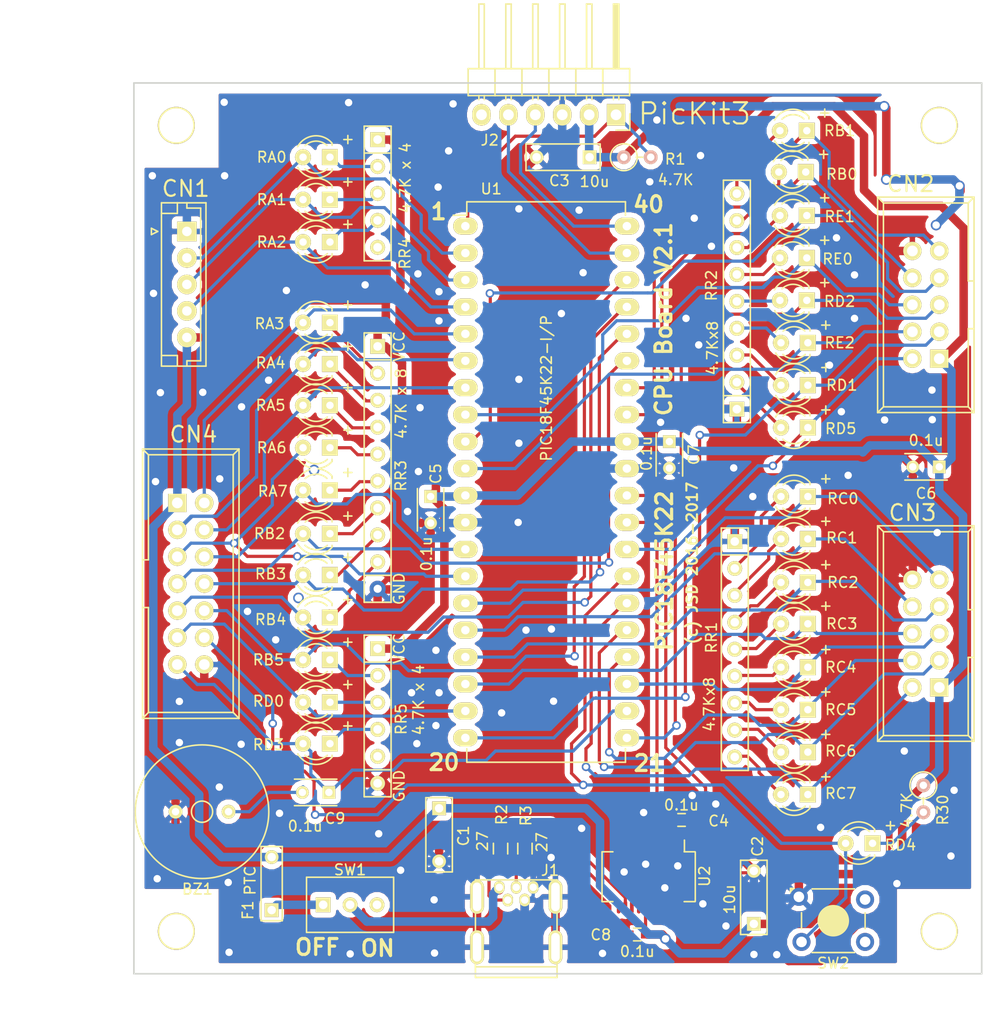
<source format=kicad_pcb>
(kicad_pcb (version 4) (host pcbnew 4.0.4-stable)
  (layers (0 F.Cu signal) (31 B.Cu signal) (34 B.Paste user) (35 F.Paste user) (36 B.SilkS user) (37 F.SilkS user) (38 B.Mask user) (39 F.Mask user) (44 Edge.Cuts user))
  (net 0 "")
  (net 1 +5V)
  (net 2 GND)
  (net 3 "Net-(C4-Pad1)")
  (net 4 /RA1)
  (net 5 /RA0)
  (net 6 /RA2)
  (net 7 /RB0)
  (net 8 /RB1)
  (net 9 /RB2)
  (net 10 /RE0)
  (net 11 /RE1)
  (net 12 /RD2)
  (net 13 /RD3)
  (net 14 /RD4)
  (net 15 /RC7)
  (net 16 /RC6)
  (net 17 /RC5)
  (net 18 /RC4)
  (net 19 /RC3)
  (net 20 /RC2)
  (net 21 /RC1)
  (net 22 /RC0)
  (net 23 /RA3)
  (net 24 /RA4)
  (net 25 /RA5)
  (net 26 /RA6)
  (net 27 /RA7)
  (net 28 /RB3)
  (net 29 /RB4)
  (net 30 /RB5)
  (net 31 /RD0)
  (net 32 /RD1)
  (net 33 /RD5)
  (net 34 /RE2)
  (net 35 "Net-(F1-Pad1)")
  (net 36 "Net-(J1-Pad1)")
  (net 37 "Net-(J1-Pad2)")
  (net 38 "Net-(J1-Pad3)")
  (net 39 "Net-(J2-Pad1)")
  (net 40 "Net-(J2-Pad4)")
  (net 41 "Net-(J2-Pad5)")
  (net 42 "Net-(R2-Pad1)")
  (net 43 "Net-(R3-Pad1)")
  (net 44 /TX2)
  (net 45 /RX2)
  (net 46 "Net-(R30-Pad2)")
  (net 47 "Net-(BZ1-Pad1)")
  (net 48 "Net-(RB0-Pad2)")
  (net 49 "Net-(RB1-Pad2)")
  (net 50 "Net-(RC0-Pad2)")
  (net 51 "Net-(RC1-Pad2)")
  (net 52 "Net-(RC2-Pad2)")
  (net 53 "Net-(RC3-Pad2)")
  (net 54 "Net-(RC4-Pad2)")
  (net 55 "Net-(RC5-Pad2)")
  (net 56 "Net-(RC6-Pad2)")
  (net 57 "Net-(RC7-Pad2)")
  (net 58 "Net-(RD1-Pad2)")
  (net 59 "Net-(RD2-Pad2)")
  (net 60 "Net-(RD5-Pad2)")
  (net 61 "Net-(RE0-Pad2)")
  (net 62 "Net-(RE1-Pad2)")
  (net 63 "Net-(RE2-Pad2)")
  (net 64 "Net-(RA0-Pad1)")
  (net 65 "Net-(RA1-Pad1)")
  (net 66 "Net-(RA2-Pad1)")
  (net 67 "Net-(RA3-Pad1)")
  (net 68 "Net-(RA4-Pad1)")
  (net 69 "Net-(RA5-Pad1)")
  (net 70 "Net-(RA6-Pad1)")
  (net 71 "Net-(RA7-Pad1)")
  (net 72 "Net-(RB2-Pad1)")
  (net 73 "Net-(RB3-Pad1)")
  (net 74 "Net-(RB4-Pad1)")
  (net 75 "Net-(RB5-Pad1)")
  (net 76 "Net-(RD0-Pad1)")
  (net 77 "Net-(RD3-Pad1)")
  (module Connectors_JST:JST_EH_B05B-EH-A_05x2.50mm_Straight (layer F.Cu) (at 55 64 270)
    (fp_text reference CN1 (at -4.04 0.11 360) (layer F.SilkS) (effects (font (size 1.5 1.5) (thickness 0.2))))
    (fp_text value CONN_5 hide)
    (pad 1 thru_hole rect (at 0 0 270) (size 1.85 1.85) (drill 0.9) (layers *.Cu *.Mask F.SilkS) (net 2 GND))
    (pad 2 thru_hole circle (at 2.5 0 270) (size 1.85 1.85) (drill 0.9) (layers *.Cu *.Mask F.SilkS) (net 5 /RA0))
    (pad 3 thru_hole circle (at 5 0 270) (size 1.85 1.85) (drill 0.9) (layers *.Cu *.Mask F.SilkS) (net 4 /RA1))
    (pad 4 thru_hole circle (at 7.5 0 270) (size 1.85 1.85) (drill 0.9) (layers *.Cu *.Mask F.SilkS) (net 6 /RA2))
    (pad 5 thru_hole circle (at 10 0 270) (size 1.85 1.85) (drill 0.9) (layers *.Cu *.Mask F.SilkS) (net 1 +5V))
  )
  (module LEDs:LED-3-S (layer F.Cu) (at 68.5 61 180)
    (fp_text reference RA1 (at 5.5 0 180) (layer F.SilkS))
    (fp_text value LED)
    (fp_text user + (at -1.69 1.74 180) (layer F.SilkS))
    (pad 1 thru_hole rect (at 0 0 270) (size 1.5 1.5) (drill 0.7) (layers *.Cu *.Mask F.SilkS) (net 65 "Net-(RA1-Pad1)"))
    (pad 2 thru_hole circle (at 2.54 0 180) (size 1.5 1.5) (drill 0.7) (layers *.Cu *.Mask F.SilkS) (net 4 /RA1))
  )
  (module LEDs:LED-3-S (layer F.Cu) (at 68.5 65 180)
    (fp_text reference RA2 (at 5.5 0 180) (layer F.SilkS))
    (fp_text value LED)
    (fp_text user + (at -1.69 1.74 180) (layer F.SilkS))
    (pad 1 thru_hole rect (at 0 0 270) (size 1.5 1.5) (drill 0.7) (layers *.Cu *.Mask F.SilkS) (net 66 "Net-(RA2-Pad1)"))
    (pad 2 thru_hole circle (at 2.54 0 180) (size 1.5 1.5) (drill 0.7) (layers *.Cu *.Mask F.SilkS) (net 6 /RA2))
  )
  (module LEDs:LED-3-S (layer F.Cu) (at 68.5 72.6 180)
    (fp_text reference RA3 (at 5.7 -0.1 180) (layer F.SilkS))
    (fp_text value LED)
    (fp_text user + (at -1.69 1.74 180) (layer F.SilkS))
    (pad 1 thru_hole rect (at 0 0 270) (size 1.5 1.5) (drill 0.7) (layers *.Cu *.Mask F.SilkS) (net 67 "Net-(RA3-Pad1)"))
    (pad 2 thru_hole circle (at 2.54 0 180) (size 1.5 1.5) (drill 0.7) (layers *.Cu *.Mask F.SilkS) (net 23 /RA3))
  )
  (module LEDs:LED-3-S (layer F.Cu) (at 68.5 76.5 180)
    (fp_text reference RA4 (at 5.6 0.1 180) (layer F.SilkS))
    (fp_text value LED)
    (fp_text user + (at -1.69 1.74 180) (layer F.SilkS))
    (pad 1 thru_hole rect (at 0 0 270) (size 1.5 1.5) (drill 0.7) (layers *.Cu *.Mask F.SilkS) (net 68 "Net-(RA4-Pad1)"))
    (pad 2 thru_hole circle (at 2.54 0 180) (size 1.5 1.5) (drill 0.7) (layers *.Cu *.Mask F.SilkS) (net 24 /RA4))
  )
  (module LEDs:LED-3-S (layer F.Cu) (at 68.5 80.4 180)
    (fp_text reference RA5 (at 5.6 0 180) (layer F.SilkS))
    (fp_text value LED)
    (fp_text user + (at -1.69 1.74 180) (layer F.SilkS))
    (pad 1 thru_hole rect (at 0 0 270) (size 1.5 1.5) (drill 0.7) (layers *.Cu *.Mask F.SilkS) (net 69 "Net-(RA5-Pad1)"))
    (pad 2 thru_hole circle (at 2.54 0 180) (size 1.5 1.5) (drill 0.7) (layers *.Cu *.Mask F.SilkS) (net 25 /RA5))
  )
  (module LEDs:LED-3-S (layer F.Cu) (at 68.5 84.4 180)
    (fp_text reference RA6 (at 5.5 0 180) (layer F.SilkS))
    (fp_text value LED)
    (fp_text user + (at -1.69 1.74 180) (layer F.SilkS))
    (pad 1 thru_hole rect (at 0 0 270) (size 1.5 1.5) (drill 0.7) (layers *.Cu *.Mask F.SilkS) (net 70 "Net-(RA6-Pad1)"))
    (pad 2 thru_hole circle (at 2.54 0 180) (size 1.5 1.5) (drill 0.7) (layers *.Cu *.Mask F.SilkS) (net 26 /RA6))
  )
  (module LEDs:LED-3-S (layer F.Cu) (at 68.5 88.4 180)
    (fp_text reference RA7 (at 5.4 -0.1 180) (layer F.SilkS))
    (fp_text value LED)
    (fp_text user + (at -1.69 1.74 180) (layer F.SilkS))
    (pad 1 thru_hole rect (at 0 0 270) (size 1.5 1.5) (drill 0.7) (layers *.Cu *.Mask F.SilkS) (net 71 "Net-(RA7-Pad1)"))
    (pad 2 thru_hole circle (at 2.54 0 180) (size 1.5 1.5) (drill 0.7) (layers *.Cu *.Mask F.SilkS) (net 27 /RA7))
  )
  (module LEDs:LED-3-S (layer F.Cu) (at 113.4 58.4 180)
    (fp_text reference RB0 (at -3.4 -0.2 180) (layer F.SilkS))
    (fp_text value LED)
    (fp_text user + (at -1.69 1.74 180) (layer F.SilkS))
    (pad 1 thru_hole rect (at 0 0 270) (size 1.5 1.5) (drill 0.7) (layers *.Cu *.Mask F.SilkS) (net 7 /RB0))
    (pad 2 thru_hole circle (at 2.54 0 180) (size 1.5 1.5) (drill 0.7) (layers *.Cu *.Mask F.SilkS) (net 48 "Net-(RB0-Pad2)"))
  )
  (module LEDs:LED-3-S (layer F.Cu) (at 113.5 54.5 180)
    (fp_text reference RB1 (at -3.1 0 180) (layer F.SilkS))
    (fp_text value LED)
    (fp_text user + (at -1.69 1.74 180) (layer F.SilkS))
    (pad 1 thru_hole rect (at 0 0 270) (size 1.5 1.5) (drill 0.7) (layers *.Cu *.Mask F.SilkS) (net 8 /RB1))
    (pad 2 thru_hole circle (at 2.54 0 180) (size 1.5 1.5) (drill 0.7) (layers *.Cu *.Mask F.SilkS) (net 49 "Net-(RB1-Pad2)"))
  )
  (module LEDs:LED-3-S (layer F.Cu) (at 68.5 92.5 180)
    (fp_text reference RB2 (at 5.7 0 180) (layer F.SilkS))
    (fp_text value LED)
    (fp_text user + (at -1.69 1.74 180) (layer F.SilkS))
    (pad 1 thru_hole rect (at 0 0 270) (size 1.5 1.5) (drill 0.7) (layers *.Cu *.Mask F.SilkS) (net 72 "Net-(RB2-Pad1)"))
    (pad 2 thru_hole circle (at 2.54 0 180) (size 1.5 1.5) (drill 0.7) (layers *.Cu *.Mask F.SilkS) (net 9 /RB2))
  )
  (module LEDs:LED-3-S (layer F.Cu) (at 68.5 96.4 180)
    (fp_text reference RB3 (at 5.6 0.1 180) (layer F.SilkS))
    (fp_text value LED)
    (fp_text user + (at -1.69 1.74 180) (layer F.SilkS))
    (pad 1 thru_hole rect (at 0 0 270) (size 1.5 1.5) (drill 0.7) (layers *.Cu *.Mask F.SilkS) (net 73 "Net-(RB3-Pad1)"))
    (pad 2 thru_hole circle (at 2.54 0 180) (size 1.5 1.5) (drill 0.7) (layers *.Cu *.Mask F.SilkS) (net 28 /RB3))
  )
  (module LEDs:LED-3-S (layer F.Cu) (at 68.5 100.4 180)
    (fp_text reference RB4 (at 5.6 -0.2 180) (layer F.SilkS))
    (fp_text value LED)
    (fp_text user + (at -1.69 1.74 180) (layer F.SilkS))
    (pad 1 thru_hole rect (at 0 0 270) (size 1.5 1.5) (drill 0.7) (layers *.Cu *.Mask F.SilkS) (net 74 "Net-(RB4-Pad1)"))
    (pad 2 thru_hole circle (at 2.54 0 180) (size 1.5 1.5) (drill 0.7) (layers *.Cu *.Mask F.SilkS) (net 29 /RB4))
  )
  (module LEDs:LED-3-S (layer F.Cu) (at 68.5 104.4 180)
    (fp_text reference RB5 (at 5.8 0 180) (layer F.SilkS))
    (fp_text value LED)
    (fp_text user + (at -1.69 1.74 180) (layer F.SilkS))
    (pad 1 thru_hole rect (at 0 0 270) (size 1.5 1.5) (drill 0.7) (layers *.Cu *.Mask F.SilkS) (net 75 "Net-(RB5-Pad1)"))
    (pad 2 thru_hole circle (at 2.54 0 180) (size 1.5 1.5) (drill 0.7) (layers *.Cu *.Mask F.SilkS) (net 30 /RB5))
  )
  (module LEDs:LED-3-S (layer F.Cu) (at 113.6 89 180)
    (fp_text reference RC0 (at -3.3 -0.2 180) (layer F.SilkS))
    (fp_text value LED)
    (fp_text user + (at -1.69 1.74 180) (layer F.SilkS))
    (pad 1 thru_hole rect (at 0 0 270) (size 1.5 1.5) (drill 0.7) (layers *.Cu *.Mask F.SilkS) (net 22 /RC0))
    (pad 2 thru_hole circle (at 2.54 0 180) (size 1.5 1.5) (drill 0.7) (layers *.Cu *.Mask F.SilkS) (net 50 "Net-(RC0-Pad2)"))
  )
  (module LEDs:LED-3-S (layer F.Cu) (at 113.6 93 180)
    (fp_text reference RC1 (at -3.2 0.1 180) (layer F.SilkS))
    (fp_text value LED)
    (fp_text user + (at -1.69 1.74 180) (layer F.SilkS))
    (pad 1 thru_hole rect (at 0 0 270) (size 1.5 1.5) (drill 0.7) (layers *.Cu *.Mask F.SilkS) (net 21 /RC1))
    (pad 2 thru_hole circle (at 2.54 0 180) (size 1.5 1.5) (drill 0.7) (layers *.Cu *.Mask F.SilkS) (net 51 "Net-(RC1-Pad2)"))
  )
  (module LEDs:LED-3-S (layer F.Cu) (at 113.6 97.1 180)
    (fp_text reference RC2 (at -3.3 0 180) (layer F.SilkS))
    (fp_text value LED)
    (fp_text user + (at -1.69 1.74 180) (layer F.SilkS))
    (pad 1 thru_hole rect (at 0 0 270) (size 1.5 1.5) (drill 0.7) (layers *.Cu *.Mask F.SilkS) (net 20 /RC2))
    (pad 2 thru_hole circle (at 2.54 0 180) (size 1.5 1.5) (drill 0.7) (layers *.Cu *.Mask F.SilkS) (net 52 "Net-(RC2-Pad2)"))
  )
  (module LEDs:LED-3-S (layer F.Cu) (at 113.6 101 180)
    (fp_text reference RC3 (at -3.2 0 180) (layer F.SilkS))
    (fp_text value LED)
    (fp_text user + (at -1.69 1.74 180) (layer F.SilkS))
    (pad 1 thru_hole rect (at 0 0 270) (size 1.5 1.5) (drill 0.7) (layers *.Cu *.Mask F.SilkS) (net 19 /RC3))
    (pad 2 thru_hole circle (at 2.54 0 180) (size 1.5 1.5) (drill 0.7) (layers *.Cu *.Mask F.SilkS) (net 53 "Net-(RC3-Pad2)"))
  )
  (module LEDs:LED-3-S (layer F.Cu) (at 113.6 105.1 180)
    (fp_text reference RC4 (at -3.1 0 180) (layer F.SilkS))
    (fp_text value LED)
    (fp_text user + (at -1.69 1.74 180) (layer F.SilkS))
    (pad 1 thru_hole rect (at 0 0 270) (size 1.5 1.5) (drill 0.7) (layers *.Cu *.Mask F.SilkS) (net 18 /RC4))
    (pad 2 thru_hole circle (at 2.54 0 180) (size 1.5 1.5) (drill 0.7) (layers *.Cu *.Mask F.SilkS) (net 54 "Net-(RC4-Pad2)"))
  )
  (module LEDs:LED-3-S (layer F.Cu) (at 113.6 109.1 180)
    (fp_text reference RC5 (at -3.1 0 180) (layer F.SilkS))
    (fp_text value LED)
    (fp_text user + (at -1.69 1.74 180) (layer F.SilkS))
    (pad 1 thru_hole rect (at 0 0 270) (size 1.5 1.5) (drill 0.7) (layers *.Cu *.Mask F.SilkS) (net 17 /RC5))
    (pad 2 thru_hole circle (at 2.54 0 180) (size 1.5 1.5) (drill 0.7) (layers *.Cu *.Mask F.SilkS) (net 55 "Net-(RC5-Pad2)"))
  )
  (module LEDs:LED-3-S (layer F.Cu) (at 113.6 113.1 180)
    (fp_text reference RC6 (at -3.1 0.1 180) (layer F.SilkS))
    (fp_text value LED)
    (fp_text user + (at -1.69 1.74 180) (layer F.SilkS))
    (pad 1 thru_hole rect (at 0 0 270) (size 1.5 1.5) (drill 0.7) (layers *.Cu *.Mask F.SilkS) (net 16 /RC6))
    (pad 2 thru_hole circle (at 2.54 0 180) (size 1.5 1.5) (drill 0.7) (layers *.Cu *.Mask F.SilkS) (net 56 "Net-(RC6-Pad2)"))
  )
  (module LEDs:LED-3-S (layer F.Cu) (at 113.6 117.1 180)
    (fp_text reference RC7 (at -3.1 0.1 180) (layer F.SilkS))
    (fp_text value LED)
    (fp_text user + (at -1.69 1.74 180) (layer F.SilkS))
    (pad 1 thru_hole rect (at 0 0 270) (size 1.5 1.5) (drill 0.7) (layers *.Cu *.Mask F.SilkS) (net 15 /RC7))
    (pad 2 thru_hole circle (at 2.54 0 180) (size 1.5 1.5) (drill 0.7) (layers *.Cu *.Mask F.SilkS) (net 57 "Net-(RC7-Pad2)"))
  )
  (module LEDs:LED-3-S (layer F.Cu) (at 68.5 108.4 180)
    (fp_text reference RD0 (at 5.8 0.1 180) (layer F.SilkS))
    (fp_text value LED)
    (fp_text user + (at -1.69 1.74 180) (layer F.SilkS))
    (pad 1 thru_hole rect (at 0 0 270) (size 1.5 1.5) (drill 0.7) (layers *.Cu *.Mask F.SilkS) (net 76 "Net-(RD0-Pad1)"))
    (pad 2 thru_hole circle (at 2.54 0 180) (size 1.5 1.5) (drill 0.7) (layers *.Cu *.Mask F.SilkS) (net 31 /RD0))
  )
  (module LEDs:LED-3-S (layer F.Cu) (at 113.6 78.5 180)
    (fp_text reference RD1 (at -3.2 0 180) (layer F.SilkS))
    (fp_text value LED)
    (fp_text user + (at -1.69 1.74 180) (layer F.SilkS))
    (pad 1 thru_hole rect (at 0 0 270) (size 1.5 1.5) (drill 0.7) (layers *.Cu *.Mask F.SilkS) (net 32 /RD1))
    (pad 2 thru_hole circle (at 2.54 0 180) (size 1.5 1.5) (drill 0.7) (layers *.Cu *.Mask F.SilkS) (net 58 "Net-(RD1-Pad2)"))
  )
  (module LEDs:LED-3-S (layer F.Cu) (at 113.5 70.5 180)
    (fp_text reference RD2 (at -3.1 -0.1 180) (layer F.SilkS))
    (fp_text value LED)
    (fp_text user + (at -1.69 1.74 180) (layer F.SilkS))
    (pad 1 thru_hole rect (at 0 0 270) (size 1.5 1.5) (drill 0.7) (layers *.Cu *.Mask F.SilkS) (net 12 /RD2))
    (pad 2 thru_hole circle (at 2.54 0 180) (size 1.5 1.5) (drill 0.7) (layers *.Cu *.Mask F.SilkS) (net 59 "Net-(RD2-Pad2)"))
  )
  (module LEDs:LED-3-S (layer F.Cu) (at 68.5 112.3 180)
    (fp_text reference RD3 (at 5.8 -0.1 180) (layer F.SilkS))
    (fp_text value LED hide)
    (fp_text user + (at -1.69 1.74 180) (layer F.SilkS))
    (pad 1 thru_hole rect (at 0 0 270) (size 1.5 1.5) (drill 0.7) (layers *.Cu *.Mask F.SilkS) (net 77 "Net-(RD3-Pad1)"))
    (pad 2 thru_hole circle (at 2.54 0 180) (size 1.5 1.5) (drill 0.7) (layers *.Cu *.Mask F.SilkS) (net 13 /RD3))
  )
  (module LEDs:LED-3-S (layer F.Cu) (at 119.7 121.7 180)
    (fp_text reference RD4 (at -2.64 -0.17 180) (layer F.SilkS))
    (fp_text value LED hide)
    (fp_text user + (at -1.69 1.74 180) (layer F.SilkS))
    (pad 1 thru_hole rect (at 0 0 270) (size 1.5 1.5) (drill 0.7) (layers *.Cu *.Mask F.SilkS) (net 46 "Net-(R30-Pad2)"))
    (pad 2 thru_hole circle (at 2.54 0 180) (size 1.5 1.5) (drill 0.7) (layers *.Cu *.Mask F.SilkS) (net 14 /RD4))
  )
  (module LEDs:LED-3-S (layer F.Cu) (at 113.6 82.5 180)
    (fp_text reference RD5 (at -3.1 -0.1 180) (layer F.SilkS))
    (fp_text value LED)
    (fp_text user + (at -1.69 1.74 180) (layer F.SilkS))
    (pad 1 thru_hole rect (at 0 0 270) (size 1.5 1.5) (drill 0.7) (layers *.Cu *.Mask F.SilkS) (net 33 /RD5))
    (pad 2 thru_hole circle (at 2.54 0 180) (size 1.5 1.5) (drill 0.7) (layers *.Cu *.Mask F.SilkS) (net 60 "Net-(RD5-Pad2)"))
  )
  (module LEDs:LED-3-S (layer F.Cu) (at 113.5 66.5 180)
    (fp_text reference RE0 (at -2.9 -0.1 180) (layer F.SilkS))
    (fp_text value LED)
    (fp_text user + (at -1.69 1.74 180) (layer F.SilkS))
    (pad 1 thru_hole rect (at 0 0 270) (size 1.5 1.5) (drill 0.7) (layers *.Cu *.Mask F.SilkS) (net 10 /RE0))
    (pad 2 thru_hole circle (at 2.54 0 180) (size 1.5 1.5) (drill 0.7) (layers *.Cu *.Mask F.SilkS) (net 61 "Net-(RE0-Pad2)"))
  )
  (module LEDs:LED-3-S (layer F.Cu) (at 113.5 62.5 180)
    (fp_text reference RE1 (at -3.1 -0.1 180) (layer F.SilkS))
    (fp_text value LED)
    (fp_text user + (at -1.69 1.74 180) (layer F.SilkS))
    (pad 1 thru_hole rect (at 0 0 270) (size 1.5 1.5) (drill 0.7) (layers *.Cu *.Mask F.SilkS) (net 11 /RE1))
    (pad 2 thru_hole circle (at 2.54 0 180) (size 1.5 1.5) (drill 0.7) (layers *.Cu *.Mask F.SilkS) (net 62 "Net-(RE1-Pad2)"))
  )
  (module LEDs:LED-3-S (layer F.Cu) (at 113.6 74.5 180)
    (fp_text reference RE2 (at -3 0 180) (layer F.SilkS))
    (fp_text value LED)
    (fp_text user + (at -1.69 1.74 180) (layer F.SilkS))
    (pad 1 thru_hole rect (at 0 0 270) (size 1.5 1.5) (drill 0.7) (layers *.Cu *.Mask F.SilkS) (net 34 /RE2))
    (pad 2 thru_hole circle (at 2.54 0 180) (size 1.5 1.5) (drill 0.7) (layers *.Cu *.Mask F.SilkS) (net 63 "Net-(RE2-Pad2)"))
  )
  (module LEDs:LED-3-S (layer F.Cu) (at 68.5 57 180)
    (fp_text reference RA0 (at 5.5 0 180) (layer F.SilkS))
    (fp_text value LED)
    (fp_text user + (at -1.69 1.74 180) (layer F.SilkS))
    (pad 1 thru_hole rect (at 0 0 270) (size 1.5 1.5) (drill 0.7) (layers *.Cu *.Mask F.SilkS) (net 64 "Net-(RA0-Pad1)"))
    (pad 2 thru_hole circle (at 2.54 0 180) (size 1.5 1.5) (drill 0.7) (layers *.Cu *.Mask F.SilkS) (net 5 /RA0))
  )
  (module Housings_SSOP:SSOP-20_4.4x8.6mm_Pitch0.635mm (layer F.Cu) (at 98.6 124.8 270)
    (fp_text reference U2 (at 0 -5.25 270) (layer F.SilkS))
    (fp_text value FT231XS hide)
    (pad 1 smd oval (at -2.921 -2.8575 270) (size 1.2 0.35) (layers F.Cu F.Paste F.Mask))
    (pad 2 smd oval (at -2.921 -2.2225 270) (size 1.2 0.35) (layers F.Cu F.Paste F.Mask))
    (pad 3 smd oval (at -2.921 -1.5875 270) (size 1.2 0.35) (layers F.Cu F.Paste F.Mask) (net 3 "Net-(C4-Pad1)"))
    (pad 4 smd oval (at -2.921 -0.9525 270) (size 1.2 0.35) (layers F.Cu F.Paste F.Mask) (net 44 /TX2))
    (pad 5 smd oval (at -2.921 -0.3175 270) (size 1.2 0.35) (layers F.Cu F.Paste F.Mask))
    (pad 6 smd oval (at -2.921 0.3175 270) (size 1.2 0.35) (layers F.Cu F.Paste F.Mask) (net 2 GND))
    (pad 7 smd oval (at -2.921 0.9525 270) (size 1.2 0.35) (layers F.Cu F.Paste F.Mask))
    (pad 8 smd oval (at -2.921 1.5875 270) (size 1.2 0.35) (layers F.Cu F.Paste F.Mask))
    (pad 9 smd oval (at -2.921 2.2225 270) (size 1.2 0.35) (layers F.Cu F.Paste F.Mask))
    (pad 10 smd oval (at -2.921 2.8575 270) (size 1.2 0.35) (layers F.Cu F.Paste F.Mask))
    (pad 11 smd oval (at 2.921 2.8575 270) (size 1.2 0.35) (layers F.Cu F.Paste F.Mask) (net 43 "Net-(R3-Pad1)"))
    (pad 12 smd oval (at 2.921 2.2225 270) (size 1.2 0.35) (layers F.Cu F.Paste F.Mask) (net 42 "Net-(R2-Pad1)"))
    (pad 13 smd oval (at 2.921 1.6129 270) (size 1.2 0.35) (layers F.Cu F.Paste F.Mask) (net 3 "Net-(C4-Pad1)"))
    (pad 14 smd oval (at 2.921 0.9525 270) (size 1.2 0.35) (layers F.Cu F.Paste F.Mask) (net 3 "Net-(C4-Pad1)"))
    (pad 15 smd oval (at 2.921 0.3175 270) (size 1.2 0.35) (layers F.Cu F.Paste F.Mask) (net 1 +5V))
    (pad 16 smd oval (at 2.921 -0.3175 270) (size 1.2 0.35) (layers F.Cu F.Paste F.Mask) (net 2 GND))
    (pad 17 smd oval (at 2.921 -0.9525 270) (size 1.2 0.35) (layers F.Cu F.Paste F.Mask))
    (pad 18 smd oval (at 2.921 -1.6129 270) (size 1.2 0.35) (layers F.Cu F.Paste F.Mask))
    (pad 19 smd oval (at 2.921 -2.2225 270) (size 1.2 0.35) (layers F.Cu F.Paste F.Mask))
    (pad 20 smd oval (at 2.921 -2.8575 270) (size 1.2 0.35) (layers F.Cu F.Paste F.Mask) (net 45 /RX2))
  )
  (module MyFootprints:Buzzer_12x6.9_Pitch5 (layer F.Cu) (at 56.43 118.72 180)
    (fp_text reference BZ1 (at 0.44 -7.3 180) (layer F.SilkS))
    (fp_text value BUZZER)
    (pad 1 thru_hole circle (at -2.5 0 180) (size 1.3 1.3) (drill 0.7) (layers *.Cu *.Mask F.SilkS) (net 47 "Net-(BZ1-Pad1)"))
    (pad 2 thru_hole circle (at 2.5 0 180) (size 1.3 1.3) (drill 0.7) (layers *.Cu *.Mask F.SilkS) (net 2 GND))
  )
  (module Resistors_ThroughHole:Resistor_Array_SIP8 (layer F.Cu) (at 106.7 103.4 270)
    (fp_text reference RR1 (at -1.1 2.2 270) (layer F.SilkS))
    (fp_text value 4.7Kx8 (at 5.2 2.4 270) (layer F.SilkS))
    (pad 1 thru_hole rect (at -10.16 0 270) (size 1.397 1.397) (drill 0.8128) (layers *.Cu *.Mask F.SilkS) (net 2 GND))
    (pad 2 thru_hole circle (at -7.62 0 270) (size 1.397 1.397) (drill 0.8128) (layers *.Cu *.Mask F.SilkS) (net 50 "Net-(RC0-Pad2)"))
    (pad 3 thru_hole circle (at -5.08 0 270) (size 1.397 1.397) (drill 0.8128) (layers *.Cu *.Mask F.SilkS) (net 51 "Net-(RC1-Pad2)"))
    (pad 4 thru_hole circle (at -2.54 0 270) (size 1.397 1.397) (drill 0.8128) (layers *.Cu *.Mask F.SilkS) (net 52 "Net-(RC2-Pad2)"))
    (pad 5 thru_hole circle (at 0 0 270) (size 1.397 1.397) (drill 0.8128) (layers *.Cu *.Mask F.SilkS) (net 53 "Net-(RC3-Pad2)"))
    (pad 6 thru_hole circle (at 2.54 0 270) (size 1.397 1.397) (drill 0.8128) (layers *.Cu *.Mask F.SilkS) (net 54 "Net-(RC4-Pad2)"))
    (pad 7 thru_hole circle (at 5.08 0 270) (size 1.397 1.397) (drill 0.8128) (layers *.Cu *.Mask F.SilkS) (net 55 "Net-(RC5-Pad2)"))
    (pad 8 thru_hole circle (at 7.62 0 270) (size 1.397 1.397) (drill 0.8128) (layers *.Cu *.Mask F.SilkS) (net 56 "Net-(RC6-Pad2)"))
    (pad 9 thru_hole circle (at 10.16 0 270) (size 1.397 1.397) (drill 0.8128) (layers *.Cu *.Mask F.SilkS) (net 57 "Net-(RC7-Pad2)"))
  )
  (module Resistors_ThroughHole:Resistor_Array_SIP8 (layer F.Cu) (at 106.9 70.6 90)
    (fp_text reference RR2 (at 1.5 -2.4 90) (layer F.SilkS))
    (fp_text value 4.7Kx8 (at -4.4 -2.3 90) (layer F.SilkS))
    (pad 1 thru_hole rect (at -10.16 0 90) (size 1.397 1.397) (drill 0.8128) (layers *.Cu *.Mask F.SilkS) (net 2 GND))
    (pad 2 thru_hole circle (at -7.62 0 90) (size 1.397 1.397) (drill 0.8128) (layers *.Cu *.Mask F.SilkS) (net 60 "Net-(RD5-Pad2)"))
    (pad 3 thru_hole circle (at -5.08 0 90) (size 1.397 1.397) (drill 0.8128) (layers *.Cu *.Mask F.SilkS) (net 58 "Net-(RD1-Pad2)"))
    (pad 4 thru_hole circle (at -2.54 0 90) (size 1.397 1.397) (drill 0.8128) (layers *.Cu *.Mask F.SilkS) (net 63 "Net-(RE2-Pad2)"))
    (pad 5 thru_hole circle (at 0 0 90) (size 1.397 1.397) (drill 0.8128) (layers *.Cu *.Mask F.SilkS) (net 59 "Net-(RD2-Pad2)"))
    (pad 6 thru_hole circle (at 2.54 0 90) (size 1.397 1.397) (drill 0.8128) (layers *.Cu *.Mask F.SilkS) (net 61 "Net-(RE0-Pad2)"))
    (pad 7 thru_hole circle (at 5.08 0 90) (size 1.397 1.397) (drill 0.8128) (layers *.Cu *.Mask F.SilkS) (net 62 "Net-(RE1-Pad2)"))
    (pad 8 thru_hole circle (at 7.62 0 90) (size 1.397 1.397) (drill 0.8128) (layers *.Cu *.Mask F.SilkS) (net 48 "Net-(RB0-Pad2)"))
    (pad 9 thru_hole circle (at 10.16 0 90) (size 1.397 1.397) (drill 0.8128) (layers *.Cu *.Mask F.SilkS) (net 49 "Net-(RB1-Pad2)"))
  )
  (module Mounting_Holes:MountingHole_3.2mm_M3 (layer F.Cu) (at 54 54)
    (fp_text reference REF** hide)
    (fp_text value MountingHole_3.2mm_M3 hide)
    (pad "" np_thru_hole circle (at 0 0) (size 3.5 3.5) (drill 3.2) (layers *.Cu *.Mask F.SilkS))
  )
  (module Mounting_Holes:MountingHole_3.2mm_M3 (layer F.Cu) (at 126 54)
    (fp_text reference REF** hide)
    (fp_text value MountingHole_3.2mm_M3 hide)
    (pad "" np_thru_hole circle (at 0 0) (size 3.5 3.5) (drill 3.2) (layers *.Cu *.Mask F.SilkS))
  )
  (module Mounting_Holes:MountingHole_3.2mm_M3 (layer F.Cu) (at 126 130)
    (fp_text reference REF** hide)
    (fp_text value MountingHole_3.2mm_M3 hide)
    (pad "" np_thru_hole circle (at 0 0) (size 3.5 3.5) (drill 3.2) (layers *.Cu *.Mask F.SilkS))
  )
  (module Mounting_Holes:MountingHole_3.2mm_M3 (layer F.Cu) (at 54 130)
    (fp_text reference REF** hide)
    (fp_text value MountingHole_3.2mm_M3 hide)
    (pad "" np_thru_hole circle (at 0 0) (size 3.5 3.5) (drill 3.2) (layers *.Cu *.Mask F.SilkS))
  )
  (module MyFootprints:Resistor_Array_SIP8-SEL (layer F.Cu) (at 73 85 270)
    (fp_text reference RR3 (at 2.04 -2.19 270) (layer F.SilkS))
    (fp_text value "4.7K x 8" (at -4.76 -2.22 270) (layer F.SilkS))
    (fp_text user GND (at 12.7 -2.032 270) (layer F.SilkS))
    (fp_text user VCC (at -10.16 -2.032 270) (layer F.SilkS))
    (pad 1 thru_hole rect (at -10.16 0 270) (size 1.397 1.397) (drill 0.8128) (layers *.Cu *.Mask F.SilkS) (net 1 +5V))
    (pad 2 thru_hole circle (at -7.62 0 270) (size 1.397 1.397) (drill 0.8128) (layers *.Cu *.Mask F.SilkS) (net 67 "Net-(RA3-Pad1)"))
    (pad 3 thru_hole circle (at -5.08 0 270) (size 1.397 1.397) (drill 0.8128) (layers *.Cu *.Mask F.SilkS) (net 68 "Net-(RA4-Pad1)"))
    (pad 4 thru_hole circle (at -2.54 0 270) (size 1.397 1.397) (drill 0.8128) (layers *.Cu *.Mask F.SilkS) (net 69 "Net-(RA5-Pad1)"))
    (pad 5 thru_hole circle (at 0 0 270) (size 1.397 1.397) (drill 0.8128) (layers *.Cu *.Mask F.SilkS) (net 70 "Net-(RA6-Pad1)"))
    (pad 6 thru_hole circle (at 2.54 0 270) (size 1.397 1.397) (drill 0.8128) (layers *.Cu *.Mask F.SilkS) (net 71 "Net-(RA7-Pad1)"))
    (pad 7 thru_hole circle (at 5.08 0 270) (size 1.397 1.397) (drill 0.8128) (layers *.Cu *.Mask F.SilkS) (net 72 "Net-(RB2-Pad1)"))
    (pad 8 thru_hole circle (at 7.62 0 270) (size 1.397 1.397) (drill 0.8128) (layers *.Cu *.Mask F.SilkS) (net 73 "Net-(RB3-Pad1)"))
    (pad 9 thru_hole circle (at 10.16 0 270) (size 1.397 1.397) (drill 0.8128) (layers *.Cu *.Mask F.SilkS) (net 74 "Net-(RB4-Pad1)"))
    (pad 10 thru_hole circle (at 12.7 0 270) (size 1.524 1.524) (drill 0.762) (layers *.Cu *.Mask) (net 2 GND))
  )
  (module Resistors_ThroughHole:Resistor_Array_SIP4 (layer F.Cu) (at 73 60.4 270)
    (fp_text reference RR4 (at 5.7 -2.58 270) (layer F.SilkS))
    (fp_text value "4.7K x 4" (at -1.44 -2.62 270) (layer F.SilkS))
    (pad 1 thru_hole rect (at -5.06 0 270) (size 1.397 1.397) (drill 0.8128) (layers *.Cu *.Mask F.SilkS) (net 1 +5V))
    (pad 2 thru_hole circle (at -2.52 0 270) (size 1.397 1.397) (drill 0.8128) (layers *.Cu *.Mask F.SilkS) (net 64 "Net-(RA0-Pad1)"))
    (pad 3 thru_hole circle (at 0.02 0 270) (size 1.397 1.397) (drill 0.8128) (layers *.Cu *.Mask F.SilkS) (net 65 "Net-(RA1-Pad1)"))
    (pad 4 thru_hole circle (at 2.56 0 270) (size 1.397 1.397) (drill 0.8128) (layers *.Cu *.Mask F.SilkS) (net 66 "Net-(RA2-Pad1)"))
    (pad 5 thru_hole circle (at 5.1 0 270) (size 1.397 1.397) (drill 0.8128) (layers *.Cu *.Mask F.SilkS))
  )
  (module Resistors_ThroughHole:Resistor_Array_SIP4-SEL (layer F.Cu) (at 73 113.5 270)
    (fp_text reference RR5 (at -3.5 -2.22 270) (layer F.SilkS))
    (fp_text value "4.7K x 4" (at -5.32 -3.87 270) (layer F.SilkS))
    (fp_text user GND (at 2.794 -2.032 270) (layer F.SilkS))
    (fp_text user VCC (at -10.16 -2.032 270) (layer F.SilkS))
    (pad 1 thru_hole rect (at -10.16 0 270) (size 1.397 1.397) (drill 0.8128) (layers *.Cu *.Mask F.SilkS) (net 1 +5V))
    (pad 2 thru_hole circle (at -7.62 0 270) (size 1.397 1.397) (drill 0.8128) (layers *.Cu *.Mask F.SilkS) (net 75 "Net-(RB5-Pad1)"))
    (pad 3 thru_hole circle (at -5.08 0 270) (size 1.397 1.397) (drill 0.8128) (layers *.Cu *.Mask F.SilkS) (net 76 "Net-(RD0-Pad1)"))
    (pad 4 thru_hole circle (at -2.54 0 270) (size 1.397 1.397) (drill 0.8128) (layers *.Cu *.Mask F.SilkS) (net 77 "Net-(RD3-Pad1)"))
    (pad 5 thru_hole circle (at 0 0 270) (size 1.397 1.397) (drill 0.8128) (layers *.Cu *.Mask F.SilkS))
    (pad 6 thru_hole circle (at 2.54 0 270) (size 1.397 1.397) (drill 0.8128) (layers *.Cu *.Mask F.SilkS) (net 2 GND))
  )
  (module Connect:IDC_Header_Straight_10pins (layer F.Cu) (at 126 76 90)
    (fp_text reference CN2 (at 16.49 -2.7 180) (layer F.SilkS) (effects (font (size 1.5 1.5) (thickness 0.2))))
    (fp_text value CONN_5X2 hide)
    (pad 1 thru_hole rect (at 0 0 90) (size 1.7272 1.7272) (drill 1.016) (layers *.Cu *.Mask F.SilkS) (net 1 +5V))
    (pad 2 thru_hole oval (at 0 -2.54 90) (size 1.7272 1.7272) (drill 1.016) (layers *.Cu *.Mask F.SilkS) (net 33 /RD5))
    (pad 3 thru_hole oval (at 2.54 0 90) (size 1.7272 1.7272) (drill 1.016) (layers *.Cu *.Mask F.SilkS) (net 32 /RD1))
    (pad 4 thru_hole oval (at 2.54 -2.54 90) (size 1.7272 1.7272) (drill 1.016) (layers *.Cu *.Mask F.SilkS) (net 34 /RE2))
    (pad 5 thru_hole oval (at 5.08 0 90) (size 1.7272 1.7272) (drill 1.016) (layers *.Cu *.Mask F.SilkS) (net 12 /RD2))
    (pad 6 thru_hole oval (at 5.08 -2.54 90) (size 1.7272 1.7272) (drill 1.016) (layers *.Cu *.Mask F.SilkS) (net 10 /RE0))
    (pad 7 thru_hole oval (at 7.62 0 90) (size 1.7272 1.7272) (drill 1.016) (layers *.Cu *.Mask F.SilkS) (net 11 /RE1))
    (pad 8 thru_hole oval (at 7.62 -2.54 90) (size 1.7272 1.7272) (drill 1.016) (layers *.Cu *.Mask F.SilkS) (net 7 /RB0))
    (pad 9 thru_hole oval (at 10.16 0 90) (size 1.7272 1.7272) (drill 1.016) (layers *.Cu *.Mask F.SilkS) (net 8 /RB1))
    (pad 10 thru_hole oval (at 10.16 -2.54 90) (size 1.7272 1.7272) (drill 1.016) (layers *.Cu *.Mask F.SilkS) (net 2 GND))
  )
  (module Connect:IDC_Header_Straight_10pins (layer F.Cu) (at 126 107 90)
    (fp_text reference CN3 (at 16.47 -2.52 180) (layer F.SilkS) (effects (font (size 1.5 1.5) (thickness 0.2))))
    (fp_text value CONN_5X2 hide)
    (pad 1 thru_hole rect (at 0 0 90) (size 1.7272 1.7272) (drill 1.016) (layers *.Cu *.Mask F.SilkS) (net 1 +5V))
    (pad 2 thru_hole oval (at 0 -2.54 90) (size 1.7272 1.7272) (drill 1.016) (layers *.Cu *.Mask F.SilkS) (net 15 /RC7))
    (pad 3 thru_hole oval (at 2.54 0 90) (size 1.7272 1.7272) (drill 1.016) (layers *.Cu *.Mask F.SilkS) (net 16 /RC6))
    (pad 4 thru_hole oval (at 2.54 -2.54 90) (size 1.7272 1.7272) (drill 1.016) (layers *.Cu *.Mask F.SilkS) (net 17 /RC5))
    (pad 5 thru_hole oval (at 5.08 0 90) (size 1.7272 1.7272) (drill 1.016) (layers *.Cu *.Mask F.SilkS) (net 18 /RC4))
    (pad 6 thru_hole oval (at 5.08 -2.54 90) (size 1.7272 1.7272) (drill 1.016) (layers *.Cu *.Mask F.SilkS) (net 19 /RC3))
    (pad 7 thru_hole oval (at 7.62 0 90) (size 1.7272 1.7272) (drill 1.016) (layers *.Cu *.Mask F.SilkS) (net 20 /RC2))
    (pad 8 thru_hole oval (at 7.62 -2.54 90) (size 1.7272 1.7272) (drill 1.016) (layers *.Cu *.Mask F.SilkS) (net 21 /RC1))
    (pad 9 thru_hole oval (at 10.16 0 90) (size 1.7272 1.7272) (drill 1.016) (layers *.Cu *.Mask F.SilkS) (net 22 /RC0))
    (pad 10 thru_hole oval (at 10.16 -2.54 90) (size 1.7272 1.7272) (drill 1.016) (layers *.Cu *.Mask F.SilkS) (net 2 GND))
  )
  (module MyFootprints:USB_Mini-B_MUSB-5BF01AS (layer F.Cu) (at 86.08 129.75 90)
    (fp_text reference J1 (at 5.5 3.19 180) (layer F.SilkS))
    (fp_text value USB_MiniB hide)
    (pad 1 thru_hole oval (at 3.9 -1.6 90) (size 1.2 1) (drill 0.7) (layers *.Cu *.Mask F.SilkS) (net 36 "Net-(J1-Pad1)"))
    (pad 2 thru_hole oval (at 2.7 -0.8 90) (size 1.2 1) (drill 0.7) (layers *.Cu *.Mask F.SilkS) (net 37 "Net-(J1-Pad2)"))
    (pad 3 thru_hole oval (at 3.9 0 90) (size 1.2 1) (drill 0.7) (layers *.Cu *.Mask F.SilkS) (net 38 "Net-(J1-Pad3)"))
    (pad 4 thru_hole oval (at 2.7 0.8 90) (size 1.2 1) (drill 0.7) (layers *.Cu *.Mask F.SilkS) (net 2 GND))
    (pad 5 thru_hole oval (at 3.9 1.6 90) (size 1.2 1) (drill 0.7) (layers *.Cu *.Mask F.SilkS) (net 2 GND))
    (pad 6 thru_hole oval (at 3 -3.7 90) (size 3.2 1.3) (drill oval 2.7 0.8) (layers *.Cu *.Mask F.SilkS) (net 2 GND))
    (pad 6 thru_hole oval (at -1.75 -3.7 90) (size 3.2 1.3) (drill oval 2.7 0.8) (layers *.Cu *.Mask F.SilkS) (net 2 GND))
    (pad 6 thru_hole oval (at 3 3.7 90) (size 3.2 1.3) (drill oval 2.7 0.8) (layers *.Cu *.Mask F.SilkS) (net 2 GND))
    (pad 6 thru_hole oval (at -1.75 3.7 90) (size 3.2 1.3) (drill oval 2.7 0.8) (layers *.Cu *.Mask F.SilkS) (net 2 GND))
  )
  (module Pin_Headers:Pin_Header_Angled_1x06_R (layer F.Cu) (at 95.5 53 270)
    (fp_text reference J2 (at 2.39 11.92 360) (layer F.SilkS))
    (fp_text value con_PicKit3 hide)
    (pad 1 thru_hole rect (at 0 0 270) (size 2.032 1.7272) (drill 1.016) (layers *.Cu *.Mask F.SilkS) (net 39 "Net-(J2-Pad1)"))
    (pad 2 thru_hole oval (at 0 2.54 270) (size 2.032 1.7272) (drill 1.016) (layers *.Cu *.Mask F.SilkS) (net 1 +5V))
    (pad 3 thru_hole oval (at 0 5.08 270) (size 2.032 1.7272) (drill 1.016) (layers *.Cu *.Mask F.SilkS) (net 2 GND))
    (pad 4 thru_hole oval (at 0 7.62 270) (size 2.032 1.7272) (drill 1.016) (layers *.Cu *.Mask F.SilkS) (net 40 "Net-(J2-Pad4)"))
    (pad 5 thru_hole oval (at 0 10.16 270) (size 2.032 1.7272) (drill 1.016) (layers *.Cu *.Mask F.SilkS) (net 41 "Net-(J2-Pad5)"))
    (pad 6 thru_hole oval (at 0 12.7 270) (size 2.032 1.7272) (drill 1.016) (layers *.Cu *.Mask F.SilkS))
  )
  (module MyFootprints:SW_2MS1-T1-B4-M2 (layer F.Cu) (at 70.4 127.5)
    (fp_text reference SW1 (at 0 -3.3) (layer F.SilkS))
    (fp_text value SWITCH_INV hide)
    (pad 1 thru_hole rect (at -2.54 0) (size 1.397 1.397) (drill 0.8128) (layers *.Cu *.Mask F.SilkS) (net 35 "Net-(F1-Pad1)"))
    (pad 2 thru_hole circle (at 0 0) (size 1.397 1.397) (drill 0.8128) (layers *.Cu *.Mask F.SilkS) (net 36 "Net-(J1-Pad1)"))
    (pad 3 thru_hole circle (at 2.54 0) (size 1.397 1.397) (drill 0.8128) (layers *.Cu *.Mask F.SilkS))
  )
  (module Connect:IDC_Header_Straight_14pins (layer F.Cu) (at 54.1 89.6 270)
    (fp_text reference CN4 (at -6.46 -1.52 360) (layer F.SilkS) (effects (font (size 1.5 1.5) (thickness 0.2))))
    (fp_text value CONN_7X2 hide)
    (pad 1 thru_hole rect (at 0 0 270) (size 1.7272 1.7272) (drill 1.016) (layers *.Cu *.Mask F.SilkS) (net 1 +5V))
    (pad 2 thru_hole oval (at 0 -2.54 270) (size 1.7272 1.7272) (drill 1.016) (layers *.Cu *.Mask F.SilkS) (net 23 /RA3))
    (pad 3 thru_hole oval (at 2.54 0 270) (size 1.7272 1.7272) (drill 1.016) (layers *.Cu *.Mask F.SilkS) (net 24 /RA4))
    (pad 4 thru_hole oval (at 2.54 -2.54 270) (size 1.7272 1.7272) (drill 1.016) (layers *.Cu *.Mask F.SilkS) (net 25 /RA5))
    (pad 5 thru_hole oval (at 5.08 0 270) (size 1.7272 1.7272) (drill 1.016) (layers *.Cu *.Mask F.SilkS) (net 26 /RA6))
    (pad 6 thru_hole oval (at 5.08 -2.54 270) (size 1.7272 1.7272) (drill 1.016) (layers *.Cu *.Mask F.SilkS) (net 27 /RA7))
    (pad 7 thru_hole oval (at 7.62 0 270) (size 1.7272 1.7272) (drill 1.016) (layers *.Cu *.Mask F.SilkS) (net 9 /RB2))
    (pad 8 thru_hole oval (at 7.62 -2.54 270) (size 1.7272 1.7272) (drill 1.016) (layers *.Cu *.Mask F.SilkS) (net 28 /RB3))
    (pad 9 thru_hole oval (at 10.16 0 270) (size 1.7272 1.7272) (drill 1.016) (layers *.Cu *.Mask F.SilkS) (net 29 /RB4))
    (pad 10 thru_hole oval (at 10.16 -2.54 270) (size 1.7272 1.7272) (drill 1.016) (layers *.Cu *.Mask F.SilkS) (net 30 /RB5))
    (pad 11 thru_hole oval (at 12.7 0 270) (size 1.7272 1.7272) (drill 1.016) (layers *.Cu *.Mask F.SilkS) (net 31 /RD0))
    (pad 12 thru_hole oval (at 12.7 -2.54 270) (size 1.7272 1.7272) (drill 1.016) (layers *.Cu *.Mask F.SilkS) (net 14 /RD4))
    (pad 13 thru_hole oval (at 15.24 0 270) (size 1.7272 1.7272) (drill 1.016) (layers *.Cu *.Mask F.SilkS) (net 13 /RD3))
    (pad 14 thru_hole oval (at 15.24 -2.54 270) (size 1.7272 1.7272) (drill 1.016) (layers *.Cu *.Mask F.SilkS) (net 2 GND))
  )
  (module Resistors_ThroughHole:Resistor_Vertical_RM2.5mm (layer F.Cu) (at 97.5 57)
    (fp_text reference R1 (at 3.58 0.18) (layer F.SilkS))
    (fp_text value 4.7K (at 3.62 2.13) (layer F.SilkS))
    (pad 1 thru_hole circle (at -1.27 0) (size 1.3 1.3) (drill 0.7) (layers *.Cu *.SilkS *.Mask) (net 1 +5V))
    (pad 2 thru_hole circle (at 1.27 0) (size 1.3 1.3) (drill 0.7) (layers *.Cu *.SilkS *.Mask) (net 39 "Net-(J2-Pad1)"))
  )
  (module Resistors_ThroughHole:Resistor_Vertical_RM2.5mm (layer F.Cu) (at 124.5 117.5 270)
    (fp_text reference R30 (at 1.05 -1.83 270) (layer F.SilkS))
    (fp_text value 4.7K (at 1.08 1.55 270) (layer F.SilkS))
    (pad 1 thru_hole circle (at -1.27 0 270) (size 1.3 1.3) (drill 0.7) (layers *.Cu *.SilkS *.Mask) (net 1 +5V))
    (pad 2 thru_hole circle (at 1.27 0 270) (size 1.3 1.3) (drill 0.7) (layers *.Cu *.SilkS *.Mask) (net 46 "Net-(R30-Pad2)"))
  )
  (module Buttons_Switches_ThroughHole:SW_TH_Tactile_P-036xx (layer F.Cu) (at 116 129)
    (fp_text reference SW2 (at 0 4) (layer F.SilkS))
    (fp_text value P-03650)
    (pad 4 thru_hole circle (at 3 2) (size 1.7 1.7) (drill 1) (layers *.Cu *.Mask))
    (pad 3 thru_hole circle (at -3 2) (size 1.7 1.7) (drill 1) (layers *.Cu *.Mask) (net 14 /RD4))
    (pad 2 thru_hole circle (at 3 -2) (size 1.7 1.7) (drill 1) (layers *.Cu *.Mask))
    (pad 1 thru_hole circle (at -3.25 -2.25) (size 1.7 1.7) (drill 1) (layers *.Cu *.Mask) (net 2 GND))
  )
  (module Capacitors_ThroughHole:C_Ceramic_P5 (layer F.Cu) (at 78.8 118.4 270)
    (fp_text reference C1 (at 2.6 -2.3 270) (layer F.SilkS))
    (fp_text value 10u)
    (pad 1 thru_hole rect (at 0 0 270) (size 1.3 1.3) (drill 0.8) (layers *.Cu *.Mask F.SilkS) (net 1 +5V))
    (pad 2 thru_hole circle (at 5 0 270) (size 1.3 1.3) (drill 0.8) (layers *.Cu *.Mask F.SilkS) (net 2 GND))
  )
  (module Capacitors_ThroughHole:C_Ceramic_P5 (layer F.Cu) (at 108.5 129.3 90)
    (fp_text reference C2 (at 7.31 0.35 90) (layer F.SilkS))
    (fp_text value 10u (at 2.31 -2.28 90) (layer F.SilkS))
    (pad 1 thru_hole rect (at 0 0 90) (size 1.3 1.3) (drill 0.8) (layers *.Cu *.Mask F.SilkS) (net 1 +5V))
    (pad 2 thru_hole circle (at 5 0 90) (size 1.3 1.3) (drill 0.8) (layers *.Cu *.Mask F.SilkS) (net 2 GND))
  )
  (module Capacitors_ThroughHole:C_Ceramic_P5 (layer F.Cu) (at 93 57 180)
    (fp_text reference C3 (at 2.85 -2.22 180) (layer F.SilkS))
    (fp_text value 10u (at -0.47 -2.3 180) (layer F.SilkS))
    (pad 1 thru_hole rect (at 0 0 180) (size 1.3 1.3) (drill 0.8) (layers *.Cu *.Mask F.SilkS) (net 1 +5V))
    (pad 2 thru_hole circle (at 5 0 180) (size 1.3 1.3) (drill 0.8) (layers *.Cu *.Mask F.SilkS) (net 2 GND))
  )
  (module Capacitors_ThroughHole:C_Ceramic_P2.5 (layer F.Cu) (at 78 89 270)
    (fp_text reference C5 (at -2.15 -0.49 270) (layer F.SilkS))
    (fp_text value 0.1u (at 5.41 0.39 270) (layer F.SilkS))
    (pad 1 thru_hole rect (at 0 0 270) (size 1.2 1.2) (drill 0.7) (layers *.Cu *.Mask F.SilkS) (net 1 +5V))
    (pad 2 thru_hole circle (at 2.5 0 270) (size 1.2 1.2) (drill 0.7) (layers *.Cu *.Mask F.SilkS) (net 2 GND))
  )
  (module Capacitors_ThroughHole:C_Ceramic_P2.5 (layer F.Cu) (at 126 86.2 180)
    (fp_text reference C6 (at 1.25 -2.5 180) (layer F.SilkS))
    (fp_text value 0.1u (at 1.25 2.5 180) (layer F.SilkS))
    (pad 1 thru_hole rect (at 0 0 180) (size 1.2 1.2) (drill 0.7) (layers *.Cu *.Mask F.SilkS) (net 1 +5V))
    (pad 2 thru_hole circle (at 2.5 0 180) (size 1.2 1.2) (drill 0.7) (layers *.Cu *.Mask F.SilkS) (net 2 GND))
  )
  (module Capacitors_ThroughHole:C_Ceramic_P2.5 (layer F.Cu) (at 100.53 83.82 270)
    (fp_text reference C7 (at 1.24 -2.32 270) (layer F.SilkS))
    (fp_text value 0.1u (at 1.13 2.17 270) (layer F.SilkS))
    (pad 1 thru_hole rect (at 0 0 270) (size 1.2 1.2) (drill 0.7) (layers *.Cu *.Mask F.SilkS) (net 1 +5V))
    (pad 2 thru_hole circle (at 2.5 0 270) (size 1.2 1.2) (drill 0.7) (layers *.Cu *.Mask F.SilkS) (net 2 GND))
  )
  (module Capacitors_ThroughHole:C_Ceramic_P2.5 (layer F.Cu) (at 68.4 116.9 180)
    (fp_text reference C9 (at -0.58 -2.46 180) (layer F.SilkS))
    (fp_text value 0.1u (at 2.24 -3.18 180) (layer F.SilkS))
    (pad 1 thru_hole rect (at 0 0 180) (size 1.2 1.2) (drill 0.7) (layers *.Cu *.Mask F.SilkS) (net 13 /RD3))
    (pad 2 thru_hole circle (at 2.5 0 180) (size 1.2 1.2) (drill 0.7) (layers *.Cu *.Mask F.SilkS) (net 47 "Net-(BZ1-Pad1)"))
  )
  (module MyFootprints:PTC_RXEF050 (layer F.Cu) (at 63 128 90)
    (fp_text reference F1 (at -0.01 -2.24 90) (layer F.SilkS))
    (fp_text value PTC (at 2.78 -2.03 90) (layer F.SilkS))
    (pad 1 thru_hole rect (at 0 0 90) (size 1.3 1.3) (drill 0.8) (layers *.Cu *.Mask F.SilkS) (net 35 "Net-(F1-Pad1)"))
    (pad 2 thru_hole circle (at 5 0 90) (size 1.3 1.3) (drill 0.8) (layers *.Cu *.Mask F.SilkS) (net 1 +5V))
  )
  (module MyFootprints:DIP-40_W15.24mm_LongPads_withSocket (layer F.Cu) (at 81.28 63.5)
    (fp_text reference U1 (at 2.44 -3.51) (layer F.SilkS))
    (fp_text value PIC18F45K22-I/P (at 7.65 15.28 90) (layer F.SilkS))
    (pad 1 thru_hole oval (at 0 0) (size 2.3 1.6) (drill 0.8) (layers *.Cu *.Mask F.SilkS) (net 39 "Net-(J2-Pad1)"))
    (pad 2 thru_hole oval (at 0 2.54) (size 2.3 1.6) (drill 0.8) (layers *.Cu *.Mask F.SilkS) (net 5 /RA0))
    (pad 3 thru_hole oval (at 0 5.08) (size 2.3 1.6) (drill 0.8) (layers *.Cu *.Mask F.SilkS) (net 4 /RA1))
    (pad 4 thru_hole oval (at 0 7.62) (size 2.3 1.6) (drill 0.8) (layers *.Cu *.Mask F.SilkS) (net 6 /RA2))
    (pad 5 thru_hole oval (at 0 10.16) (size 2.3 1.6) (drill 0.8) (layers *.Cu *.Mask F.SilkS) (net 23 /RA3))
    (pad 6 thru_hole oval (at 0 12.7) (size 2.3 1.6) (drill 0.8) (layers *.Cu *.Mask F.SilkS) (net 24 /RA4))
    (pad 7 thru_hole oval (at 0 15.24) (size 2.3 1.6) (drill 0.8) (layers *.Cu *.Mask F.SilkS) (net 25 /RA5))
    (pad 8 thru_hole oval (at 0 17.78) (size 2.3 1.6) (drill 0.8) (layers *.Cu *.Mask F.SilkS) (net 10 /RE0))
    (pad 9 thru_hole oval (at 0 20.32) (size 2.3 1.6) (drill 0.8) (layers *.Cu *.Mask F.SilkS) (net 11 /RE1))
    (pad 10 thru_hole oval (at 0 22.86) (size 2.3 1.6) (drill 0.8) (layers *.Cu *.Mask F.SilkS) (net 34 /RE2))
    (pad 11 thru_hole oval (at 0 25.4) (size 2.3 1.6) (drill 0.8) (layers *.Cu *.Mask F.SilkS) (net 1 +5V))
    (pad 12 thru_hole oval (at 0 27.94) (size 2.3 1.6) (drill 0.8) (layers *.Cu *.Mask F.SilkS) (net 2 GND))
    (pad 13 thru_hole oval (at 0 30.48) (size 2.3 1.6) (drill 0.8) (layers *.Cu *.Mask F.SilkS) (net 27 /RA7))
    (pad 14 thru_hole oval (at 0 33.02) (size 2.3 1.6) (drill 0.8) (layers *.Cu *.Mask F.SilkS) (net 26 /RA6))
    (pad 15 thru_hole oval (at 0 35.56) (size 2.3 1.6) (drill 0.8) (layers *.Cu *.Mask F.SilkS) (net 22 /RC0))
    (pad 16 thru_hole oval (at 0 38.1) (size 2.3 1.6) (drill 0.8) (layers *.Cu *.Mask F.SilkS) (net 21 /RC1))
    (pad 17 thru_hole oval (at 0 40.64) (size 2.3 1.6) (drill 0.8) (layers *.Cu *.Mask F.SilkS) (net 20 /RC2))
    (pad 18 thru_hole oval (at 0 43.18) (size 2.3 1.6) (drill 0.8) (layers *.Cu *.Mask F.SilkS) (net 19 /RC3))
    (pad 19 thru_hole oval (at 0 45.72) (size 2.3 1.6) (drill 0.8) (layers *.Cu *.Mask F.SilkS) (net 31 /RD0))
    (pad 20 thru_hole oval (at 0 48.26) (size 2.3 1.6) (drill 0.8) (layers *.Cu *.Mask F.SilkS) (net 32 /RD1))
    (pad 21 thru_hole oval (at 15.24 48.26) (size 2.3 1.6) (drill 0.8) (layers *.Cu *.Mask F.SilkS) (net 12 /RD2))
    (pad 22 thru_hole oval (at 15.24 45.72) (size 2.3 1.6) (drill 0.8) (layers *.Cu *.Mask F.SilkS) (net 13 /RD3))
    (pad 23 thru_hole oval (at 15.24 43.18) (size 2.3 1.6) (drill 0.8) (layers *.Cu *.Mask F.SilkS) (net 18 /RC4))
    (pad 24 thru_hole oval (at 15.24 40.64) (size 2.3 1.6) (drill 0.8) (layers *.Cu *.Mask F.SilkS) (net 17 /RC5))
    (pad 25 thru_hole oval (at 15.24 38.1) (size 2.3 1.6) (drill 0.8) (layers *.Cu *.Mask F.SilkS) (net 16 /RC6))
    (pad 26 thru_hole oval (at 15.24 35.56) (size 2.3 1.6) (drill 0.8) (layers *.Cu *.Mask F.SilkS) (net 15 /RC7))
    (pad 27 thru_hole oval (at 15.24 33.02) (size 2.3 1.6) (drill 0.8) (layers *.Cu *.Mask F.SilkS) (net 14 /RD4))
    (pad 28 thru_hole oval (at 15.24 30.48) (size 2.3 1.6) (drill 0.8) (layers *.Cu *.Mask F.SilkS) (net 33 /RD5))
    (pad 29 thru_hole oval (at 15.24 27.94) (size 2.3 1.6) (drill 0.8) (layers *.Cu *.Mask F.SilkS) (net 44 /TX2))
    (pad 30 thru_hole oval (at 15.24 25.4) (size 2.3 1.6) (drill 0.8) (layers *.Cu *.Mask F.SilkS) (net 45 /RX2))
    (pad 31 thru_hole oval (at 15.24 22.86) (size 2.3 1.6) (drill 0.8) (layers *.Cu *.Mask F.SilkS) (net 2 GND))
    (pad 32 thru_hole oval (at 15.24 20.32) (size 2.3 1.6) (drill 0.8) (layers *.Cu *.Mask F.SilkS) (net 1 +5V))
    (pad 33 thru_hole oval (at 15.24 17.78) (size 2.3 1.6) (drill 0.8) (layers *.Cu *.Mask F.SilkS) (net 7 /RB0))
    (pad 34 thru_hole oval (at 15.24 15.24) (size 2.3 1.6) (drill 0.8) (layers *.Cu *.Mask F.SilkS) (net 8 /RB1))
    (pad 35 thru_hole oval (at 15.24 12.7) (size 2.3 1.6) (drill 0.8) (layers *.Cu *.Mask F.SilkS) (net 9 /RB2))
    (pad 36 thru_hole oval (at 15.24 10.16) (size 2.3 1.6) (drill 0.8) (layers *.Cu *.Mask F.SilkS) (net 28 /RB3))
    (pad 37 thru_hole oval (at 15.24 7.62) (size 2.3 1.6) (drill 0.8) (layers *.Cu *.Mask F.SilkS) (net 29 /RB4))
    (pad 38 thru_hole oval (at 15.24 5.08) (size 2.3 1.6) (drill 0.8) (layers *.Cu *.Mask F.SilkS) (net 30 /RB5))
    (pad 39 thru_hole oval (at 15.24 2.54) (size 2.3 1.6) (drill 0.8) (layers *.Cu *.Mask F.SilkS) (net 41 "Net-(J2-Pad5)"))
    (pad 40 thru_hole oval (at 15.24 0) (size 2.3 1.6) (drill 0.8) (layers *.Cu *.Mask F.SilkS) (net 40 "Net-(J2-Pad4)"))
  )
  (module Capacitors_SMD:C_0603_HandSoldering (layer F.Cu) (at 101.68 119.5)
    (fp_text reference C4 (at 3.5 0.1) (layer F.SilkS))
    (fp_text value 0.1u (at -0.02 -1.41) (layer F.SilkS))
    (pad 1 smd rect (at -0.95 0) (size 1.2 0.75) (layers F.Cu F.Paste F.Mask) (net 3 "Net-(C4-Pad1)"))
    (pad 2 smd rect (at 0.95 0) (size 1.2 0.75) (layers F.Cu F.Paste F.Mask) (net 2 GND))
  )
  (module Capacitors_SMD:C_0603_HandSoldering (layer F.Cu) (at 97.5 130.3)
    (fp_text reference C8 (at -3.44 0.03) (layer F.SilkS))
    (fp_text value 0.1u (at 0 1.6) (layer F.SilkS))
    (pad 1 smd rect (at -0.95 0) (size 1.2 0.75) (layers F.Cu F.Paste F.Mask) (net 2 GND))
    (pad 2 smd rect (at 0.95 0) (size 1.2 0.75) (layers F.Cu F.Paste F.Mask) (net 1 +5V))
  )
  (module Resistors_SMD:R_0603_HandSoldering (layer F.Cu) (at 84.6 122.2 270)
    (fp_text reference R2 (at -3.2 -0.1 270) (layer F.SilkS))
    (fp_text value 27 (at -0.7 1.7 270) (layer F.SilkS))
    (pad 1 smd rect (at -1.1 0 270) (size 1.2 0.9) (layers F.Cu F.Paste F.Mask) (net 42 "Net-(R2-Pad1)"))
    (pad 2 smd rect (at 1.1 0 270) (size 1.2 0.9) (layers F.Cu F.Paste F.Mask) (net 37 "Net-(J1-Pad2)"))
  )
  (module Resistors_SMD:R_0603_HandSoldering (layer F.Cu) (at 86.9 122.2 270)
    (fp_text reference R3 (at -3.1 -0.1 270) (layer F.SilkS))
    (fp_text value 27 (at -0.6 -1.6 270) (layer F.SilkS))
    (pad 1 smd rect (at -1.1 0 270) (size 1.2 0.9) (layers F.Cu F.Paste F.Mask) (net 43 "Net-(R3-Pad1)"))
    (pad 2 smd rect (at 1.1 0 270) (size 1.2 0.9) (layers F.Cu F.Paste F.Mask) (net 38 "Net-(J1-Pad3)"))
  )
  (gr_text 21 (at 98.62 114.15) (layer F.SilkS) (effects (font (size 1.5 1.5) (thickness 0.3))))
  (gr_text 20 (at 79.26 114.07) (layer F.SilkS) (effects (font (size 1.5 1.5) (thickness 0.3))))
  (gr_text 40 (at 98.56 61.45) (layer F.SilkS) (effects (font (size 1.5 1.5) (thickness 0.3))))
  (gr_text 1 (at 78.76 62.13) (layer F.SilkS) (effects (font (size 1.5 1.5) (thickness 0.3))))
  (gr_text PicKit3 (at 102.9 52.9) (layer F.SilkS) (effects (font (size 2 2) (thickness 0.2))))
  (gr_text OFF (at 67.3 131.5) (layer F.SilkS) (effects (font (size 1.5 1.5) (thickness 0.3))))
  (gr_text ON (at 73 131.6) (layer F.SilkS) (effects (font (size 1.5 1.5) (thickness 0.3))))
  (gr_text "(c) JSD 2016-2017" (at 102.68 95.27 90) (layer F.SilkS) (effects (font (size 1 1) (thickness 0.2))))
  (gr_text "CPU Board V2.1" (at 99.99 72.27 90) (layer F.SilkS) (effects (font (size 1.5 1.5) (thickness 0.3))))
  (gr_text PIC18F45K22 (at 100.06 96 90) (layer F.SilkS) (effects (font (size 1.5 1.5) (thickness 0.3))))
  (gr_line (start 130 50) (end 50 50) (angle 90) (layer Edge.Cuts) (width 0.15))
  (gr_line (start 130 134) (end 130 50) (angle 90) (layer Edge.Cuts) (width 0.15))
  (gr_line (start 50 134) (end 130 134) (angle 90) (layer Edge.Cuts) (width 0.15))
  (gr_line (start 50 50) (end 50 134) (angle 90) (layer Edge.Cuts) (width 0.15))
  (via (at 67 86.5) (size 1) (drill 0.7) (layers F.Cu B.Cu) (net 0))
  (via (at 65.53 98.56) (size 1) (drill 0.7) (layers F.Cu B.Cu) (net 0))
  (segment (start 65.57 98.6) (end 65.53 98.56) (width 0.8) (layer B.Cu) (net 0))
  (segment (start 101.5 52.197145) (end 120.797145 52.197145) (width 0.8) (layer B.Cu) (net 0))
  (segment (start 120.797145 52.197145) (end 120.8 52.2) (width 0.8) (layer B.Cu) (net 0))
  (segment (start 127.9 59.7) (end 127.9 61.2) (width 0.8) (layer B.Cu) (net 0))
  (via (at 125.7 63.4) (size 1) (drill 0.7) (layers F.Cu B.Cu) (net 0))
  (segment (start 127.9 61.2) (end 125.7 63.4) (width 0.8) (layer B.Cu) (net 0))
  (segment (start 121 59.1) (end 127.3 59.1) (width 0.8) (layer B.Cu) (net 0))
  (via (at 120.8 52.2) (size 1) (drill 0.7) (layers F.Cu B.Cu) (net 0))
  (segment (start 120.8 52.2) (end 121 52.4) (width 0.8) (layer F.Cu) (net 0))
  (segment (start 121 52.4) (end 121 59.1) (width 0.8) (layer F.Cu) (net 0))
  (via (at 121 59.1) (size 1) (drill 0.7) (layers F.Cu B.Cu) (net 0))
  (segment (start 128 59.8) (end 128 60.2) (width 0.8) (layer F.Cu) (net 0))
  (segment (start 127.9 59.7) (end 128 59.8) (width 0.8) (layer F.Cu) (net 0))
  (via (at 127.9 59.7) (size 1) (drill 0.7) (layers F.Cu B.Cu) (net 0))
  (segment (start 127.3 59.1) (end 127.9 59.7) (width 0.8) (layer B.Cu) (net 0))
  (segment (start 100.163073 130.71) (end 100.163073 130.613073) (width 0.8) (layer F.Cu) (net 1))
  (segment (start 100.163073 130.613073) (end 99.85 130.3) (width 0.8) (layer F.Cu) (net 1))
  (segment (start 100.163073 130.71) (end 99.753073 130.3) (width 0.8) (layer B.Cu) (net 1))
  (segment (start 101.533073 132.08) (end 100.163073 130.71) (width 0.8) (layer B.Cu) (net 1))
  (via (at 100.163073 130.71) (size 1) (drill 0.7) (layers F.Cu B.Cu) (net 1))
  (segment (start 98.45 130.3) (end 99.85 130.3) (width 0.8) (layer F.Cu) (net 1))
  (segment (start 99.85 130.3) (end 99.852348 130.302348) (width 0.8) (layer F.Cu) (net 1))
  (segment (start 99.852348 130.302348) (end 99.852348 130.312348) (width 0.8) (layer F.Cu) (net 1))
  (segment (start 108.5 129.3) (end 108.4 129.3) (width 0.8) (layer B.Cu) (net 1))
  (segment (start 108.4 129.3) (end 105.62 132.08) (width 0.8) (layer B.Cu) (net 1))
  (segment (start 105.62 132.08) (end 101.533073 132.08) (width 0.8) (layer B.Cu) (net 1))
  (segment (start 99.753073 130.3) (end 98.603655 130.3) (width 0.8) (layer B.Cu) (net 1))
  (segment (start 98.603655 130.3) (end 93.99 125.686345) (width 0.8) (layer B.Cu) (net 1))
  (segment (start 93.99 125.686345) (end 93.99 119.71) (width 0.8) (layer B.Cu) (net 1))
  (segment (start 126 76) (end 126.3 76) (width 0.8) (layer F.Cu) (net 1))
  (segment (start 126.3 76) (end 128.3 74) (width 0.8) (layer F.Cu) (net 1))
  (segment (start 98.33 54.9) (end 96.23 57) (width 0.8) (layer F.Cu) (net 1))
  (segment (start 116.1 52.2) (end 110.2836 52.2) (width 0.8) (layer F.Cu) (net 1))
  (segment (start 128.3 74) (end 128.3 63.7) (width 0.8) (layer F.Cu) (net 1))
  (segment (start 120.4 61.6) (end 118.9 60.1) (width 0.8) (layer F.Cu) (net 1))
  (segment (start 128.3 63.7) (end 126.2 61.6) (width 0.8) (layer F.Cu) (net 1))
  (segment (start 126.2 61.6) (end 120.4 61.6) (width 0.8) (layer F.Cu) (net 1))
  (segment (start 118.9 60.1) (end 118.9 55) (width 0.8) (layer F.Cu) (net 1))
  (segment (start 118.9 55) (end 116.1 52.2) (width 0.8) (layer F.Cu) (net 1))
  (segment (start 110.2836 52.2) (end 107.5836 54.9) (width 0.8) (layer F.Cu) (net 1))
  (segment (start 107.5836 54.9) (end 98.33 54.9) (width 0.8) (layer F.Cu) (net 1))
  (segment (start 98.2825 127.721) (end 98.2825 130.410652) (width 0.3) (layer F.Cu) (net 1))
  (segment (start 98.2825 130.410652) (end 98.421914 130.550066) (width 0.3) (layer F.Cu) (net 1))
  (segment (start 108.5 129.3) (end 113.8 129.3) (width 0.8) (layer F.Cu) (net 1))
  (segment (start 113.8 129.3) (end 114.5 128.6) (width 0.8) (layer F.Cu) (net 1))
  (segment (start 114.5 128.6) (end 114.5 126.2) (width 0.8) (layer F.Cu) (net 1))
  (segment (start 114.5 126.2) (end 116.1 124.6) (width 0.8) (layer F.Cu) (net 1))
  (segment (start 116.1 124.6) (end 120.4 124.6) (width 0.8) (layer F.Cu) (net 1))
  (segment (start 120.4 124.6) (end 122.5 122.5) (width 0.8) (layer F.Cu) (net 1))
  (segment (start 122.5 122.5) (end 122.5 118.23) (width 0.8) (layer F.Cu) (net 1))
  (segment (start 122.5 118.23) (end 124.5 116.23) (width 0.8) (layer F.Cu) (net 1))
  (segment (start 72.8 123) (end 74.2 123) (width 0.8) (layer B.Cu) (net 1))
  (segment (start 74.2 123) (end 76.2 121) (width 0.8) (layer B.Cu) (net 1))
  (segment (start 126 107) (end 126 114.73) (width 0.8) (layer B.Cu) (net 1))
  (segment (start 126 114.73) (end 124.5 116.23) (width 0.8) (layer B.Cu) (net 1))
  (segment (start 78 89) (end 78.1 89) (width 0.8) (layer F.Cu) (net 1))
  (segment (start 78.1 89) (end 79.3 90.2) (width 0.8) (layer F.Cu) (net 1))
  (segment (start 75.36 103.34) (end 73 103.34) (width 0.8) (layer F.Cu) (net 1))
  (segment (start 79.3 99.4) (end 75.36 103.34) (width 0.8) (layer F.Cu) (net 1))
  (segment (start 79.3 90.2) (end 79.3 99.4) (width 0.8) (layer F.Cu) (net 1))
  (segment (start 73 74.84) (end 73.74 74.84) (width 0.8) (layer F.Cu) (net 1))
  (segment (start 73.74 74.84) (end 75.3 76.4) (width 0.8) (layer F.Cu) (net 1))
  (segment (start 73.77 71.95) (end 73.77 72.48) (width 0.8) (layer F.Cu) (net 1))
  (segment (start 73 73.25) (end 73 74.84) (width 0.8) (layer F.Cu) (net 1))
  (segment (start 73.77 72.48) (end 73 73.25) (width 0.8) (layer F.Cu) (net 1))
  (segment (start 73.75 70.5) (end 73.9 70.5) (width 0.8) (layer F.Cu) (net 1))
  (segment (start 74.24 55.34) (end 73 55.34) (width 0.8) (layer F.Cu) (net 1))
  (segment (start 75.15 56.25) (end 74.24 55.34) (width 0.8) (layer F.Cu) (net 1))
  (segment (start 75.15 69.25) (end 75.15 56.25) (width 0.8) (layer F.Cu) (net 1))
  (segment (start 73.9 70.5) (end 75.15 69.25) (width 0.8) (layer F.Cu) (net 1))
  (segment (start 73.77 70.5) (end 73.75 70.5) (width 0.8) (layer F.Cu) (net 1))
  (segment (start 73.75 70.5) (end 65.2 70.5) (width 0.8) (layer F.Cu) (net 1))
  (segment (start 58.1 74) (end 55 74) (width 0.8) (layer F.Cu) (net 1))
  (segment (start 58.5 73.6) (end 58.1 74) (width 0.8) (layer F.Cu) (net 1))
  (segment (start 62.1 73.6) (end 58.5 73.6) (width 0.8) (layer F.Cu) (net 1))
  (segment (start 65.2 70.5) (end 62.1 73.6) (width 0.8) (layer F.Cu) (net 1))
  (segment (start 73.77 70.5) (end 73.77 71.95) (width 0.8) (layer F.Cu) (net 1))
  (segment (start 73.77 71.95) (end 73.77 72.07) (width 0.8) (layer F.Cu) (net 1))
  (segment (start 78.5 85.5) (end 78.5 88.5) (width 0.8) (layer F.Cu) (net 1))
  (segment (start 75.3 76.4) (end 75.3 82.3) (width 0.8) (layer F.Cu) (net 1))
  (segment (start 75.3 82.3) (end 78.5 85.5) (width 0.8) (layer F.Cu) (net 1))
  (segment (start 78.5 88.5) (end 78 89) (width 0.8) (layer F.Cu) (net 1))
  (segment (start 78.8 118.4) (end 92.68 118.4) (width 0.8) (layer B.Cu) (net 1))
  (segment (start 92.68 118.4) (end 93.99 119.71) (width 0.8) (layer B.Cu) (net 1))
  (segment (start 76.2 121) (end 78.8 118.4) (width 0.8) (layer B.Cu) (net 1))
  (segment (start 81.5 88.9) (end 86.2 88.9) (width 0.8) (layer B.Cu) (net 1))
  (segment (start 91.28 83.82) (end 96.74 83.82) (width 0.8) (layer B.Cu) (net 1))
  (segment (start 86.2 88.9) (end 91.28 83.82) (width 0.8) (layer B.Cu) (net 1))
  (segment (start 100.53 83.82) (end 101.62 83.82) (width 0.8) (layer B.Cu) (net 1))
  (segment (start 123.98 84.18) (end 126 86.2) (width 0.8) (layer B.Cu) (net 1))
  (segment (start 119.44 84.18) (end 123.98 84.18) (width 0.8) (layer B.Cu) (net 1))
  (segment (start 118.79 84.83) (end 119.44 84.18) (width 0.8) (layer B.Cu) (net 1))
  (segment (start 118.66 84.7) (end 118.79 84.83) (width 0.8) (layer B.Cu) (net 1))
  (segment (start 102.5 84.7) (end 118.66 84.7) (width 0.8) (layer B.Cu) (net 1))
  (segment (start 101.62 83.82) (end 102.5 84.7) (width 0.8) (layer B.Cu) (net 1))
  (segment (start 63 123) (end 72.8 123) (width 0.8) (layer B.Cu) (net 1))
  (segment (start 72.8 123) (end 73 123) (width 0.8) (layer B.Cu) (net 1))
  (segment (start 63 123) (end 58.3 123) (width 0.8) (layer B.Cu) (net 1))
  (segment (start 56.16 120.86) (end 56.16 117.11) (width 0.8) (layer B.Cu) (net 1))
  (segment (start 58.3 123) (end 56.16 120.86) (width 0.8) (layer B.Cu) (net 1))
  (segment (start 51.83 112.57) (end 51.83 91.87) (width 0.8) (layer B.Cu) (net 1))
  (segment (start 51.83 91.87) (end 54.1 89.6) (width 0.8) (layer B.Cu) (net 1))
  (segment (start 55 74) (end 55 80.4) (width 0.8) (layer B.Cu) (net 1))
  (segment (start 54.1 81.3) (end 54.1 89.6) (width 0.8) (layer B.Cu) (net 1))
  (segment (start 55 80.4) (end 54.1 81.3) (width 0.8) (layer B.Cu) (net 1))
  (segment (start 78 89) (end 81.4 89) (width 0.8) (layer B.Cu) (net 1))
  (segment (start 81.4 89) (end 81.5 88.9) (width 0.8) (layer B.Cu) (net 1))
  (segment (start 96.23 57) (end 93 57) (width 0.8) (layer B.Cu) (net 1))
  (segment (start 93 57) (end 92.96 56.96) (width 0.8) (layer B.Cu) (net 1))
  (segment (start 92.96 56.96) (end 92.96 53) (width 0.8) (layer B.Cu) (net 1))
  (segment (start 126 107) (end 126.13 107) (width 0.8) (layer B.Cu) (net 1))
  (segment (start 126.13 107) (end 128.24 104.89) (width 0.8) (layer B.Cu) (net 1))
  (segment (start 126 88.56) (end 126 86.2) (width 0.8) (layer B.Cu) (net 1))
  (segment (start 128.24 90.8) (end 126 88.56) (width 0.8) (layer B.Cu) (net 1))
  (segment (start 128.24 104.89) (end 128.24 90.8) (width 0.8) (layer B.Cu) (net 1))
  (segment (start 126 86.2) (end 126.34 86.2) (width 0.8) (layer B.Cu) (net 1))
  (segment (start 126.34 86.2) (end 127.15 85.39) (width 0.8) (layer B.Cu) (net 1))
  (segment (start 127.15 85.39) (end 127.15 77.15) (width 0.8) (layer B.Cu) (net 1))
  (segment (start 127.15 77.15) (end 126 76) (width 0.8) (layer B.Cu) (net 1))
  (segment (start 51.83 112.78) (end 51.83 112.57) (width 0.8) (layer B.Cu) (net 1))
  (segment (start 56.16 117.11) (end 51.83 112.78) (width 0.8) (layer B.Cu) (net 1))
  (segment (start 93.99 119.71) (end 92.81 118.53) (width 0.8) (layer B.Cu) (net 1))
  (segment (start 108.5 129.3) (end 108.24 129.3) (width 0.8) (layer B.Cu) (net 1))
  (segment (start 108.5 129.3) (end 108.32 129.3) (width 0.8) (layer F.Cu) (net 1))
  (segment (start 96.74 83.82) (end 100.53 83.82) (width 0.8) (layer B.Cu) (net 1))
  (segment (start 99.931074 132.08) (end 94.22 132.08) (width 0.3) (layer F.Cu) (net 2))
  (segment (start 103.29 132.08) (end 99.931074 132.08) (width 0.3) (layer F.Cu) (net 2))
  (segment (start 105.87 129.5) (end 103.29 132.08) (width 0.3) (layer F.Cu) (net 2))
  (segment (start 100.669999 52.990001) (end 101.44 52.22) (width 0.8) (layer F.Cu) (net 2))
  (segment (start 99.35 53.49) (end 99.849999 52.990001) (width 0.8) (layer F.Cu) (net 2))
  (segment (start 99.849999 52.990001) (end 100.669999 52.990001) (width 0.8) (layer F.Cu) (net 2))
  (segment (start 100.822719 53.49) (end 99.35 53.49) (width 0.8) (layer B.Cu) (net 2))
  (via (at 99.35 53.49) (size 1) (drill 0.7) (layers F.Cu B.Cu) (net 2))
  (segment (start 103.470203 56.84459) (end 103.470203 56.137484) (width 0.8) (layer B.Cu) (net 2))
  (segment (start 103.470203 56.137484) (end 100.822719 53.49) (width 0.8) (layer B.Cu) (net 2))
  (segment (start 103.470203 56.84459) (end 103.470203 56.53476) (width 0.8) (layer B.Cu) (net 2))
  (segment (start 102.763097 56.84459) (end 103.470203 56.84459) (width 0.8) (layer F.Cu) (net 2))
  (segment (start 101.15541 56.84459) (end 102.763097 56.84459) (width 0.8) (layer F.Cu) (net 2))
  (via (at 103.470203 56.84459) (size 1) (drill 0.7) (layers F.Cu B.Cu) (net 2))
  (segment (start 98.68 59.32) (end 101.15541 56.84459) (width 0.8) (layer F.Cu) (net 2))
  (segment (start 102.686304 117.191929) (end 102.649446 117.228787) (width 0.8) (layer F.Cu) (net 2))
  (segment (start 102.649446 117.228787) (end 102.649446 119.37034) (width 0.8) (layer F.Cu) (net 2))
  (segment (start 87.61 129.15) (end 91.29 129.15) (width 0.8) (layer F.Cu) (net 2))
  (segment (start 91.29 129.15) (end 94.22 132.08) (width 0.8) (layer F.Cu) (net 2))
  (segment (start 87.01 128.55) (end 87.61 129.15) (width 0.8) (layer F.Cu) (net 2))
  (segment (start 86.88 128.55) (end 87.01 128.55) (width 0.8) (layer F.Cu) (net 2))
  (segment (start 86.15 129.28) (end 86.88 128.55) (width 0.8) (layer F.Cu) (net 2))
  (segment (start 86.88 128.55) (end 86.88 127.05) (width 0.8) (layer F.Cu) (net 2))
  (segment (start 78.37 129.28) (end 78.37 127.07) (width 0.8) (layer F.Cu) (net 2))
  (segment (start 78.37 129.28) (end 86.15 129.28) (width 0.8) (layer F.Cu) (net 2))
  (segment (start 78.37 132.05) (end 78.37 129.28) (width 0.8) (layer F.Cu) (net 2))
  (segment (start 89.78 131.5) (end 89.78 126.75) (width 0.8) (layer F.Cu) (net 2))
  (segment (start 82.38 131.5) (end 82.38 126.75) (width 0.8) (layer F.Cu) (net 2))
  (segment (start 78.37 127.07) (end 78.33 127.03) (width 0.8) (layer F.Cu) (net 2))
  (segment (start 89.37 123.04) (end 92.17 125.84) (width 0.8) (layer B.Cu) (net 2))
  (segment (start 92.17 125.84) (end 92.17 130.17) (width 0.8) (layer B.Cu) (net 2))
  (segment (start 92.17 130.17) (end 93.580001 131.580001) (width 0.8) (layer B.Cu) (net 2))
  (segment (start 93.580001 131.580001) (end 93.720001 131.580001) (width 0.8) (layer B.Cu) (net 2))
  (segment (start 93.720001 131.580001) (end 94.22 132.08) (width 0.8) (layer B.Cu) (net 2))
  (segment (start 96.55 130.3) (end 96 130.3) (width 0.8) (layer F.Cu) (net 2))
  (segment (start 96 130.3) (end 94.22 132.08) (width 0.8) (layer F.Cu) (net 2))
  (via (at 98.1 118.8) (size 1) (drill 0.7) (layers F.Cu B.Cu) (net 2))
  (segment (start 102.686304 117.191929) (end 99.708071 117.191929) (width 0.8) (layer B.Cu) (net 2))
  (segment (start 99.708071 117.191929) (end 98.1 118.8) (width 0.8) (layer B.Cu) (net 2))
  (segment (start 98.1 118.8) (end 95.89 118.8) (width 0.8) (layer F.Cu) (net 2))
  (segment (start 95.89 118.8) (end 94.4 120.29) (width 0.8) (layer F.Cu) (net 2))
  (segment (start 94.4 120.29) (end 92.25 120.29) (width 0.8) (layer F.Cu) (net 2))
  (segment (start 100.608715 129.114628) (end 99.240563 129.114628) (width 0.3) (layer F.Cu) (net 2))
  (segment (start 99.240563 129.114628) (end 98.9175 128.791565) (width 0.3) (layer F.Cu) (net 2))
  (segment (start 98.9175 128.791565) (end 98.9175 127.721) (width 0.3) (layer F.Cu) (net 2))
  (segment (start 103.39341 117.191929) (end 102.686304 117.191929) (width 0.8) (layer B.Cu) (net 2))
  (segment (start 104.906893 117.99649) (end 104.102332 117.191929) (width 0.8) (layer B.Cu) (net 2))
  (segment (start 104.102332 117.191929) (end 103.39341 117.191929) (width 0.8) (layer B.Cu) (net 2))
  (segment (start 101.32 123.83) (end 102.686304 122.463696) (width 0.3) (layer F.Cu) (net 2))
  (segment (start 102.686304 122.463696) (end 102.686304 117.191929) (width 0.3) (layer F.Cu) (net 2))
  (via (at 102.686304 117.191929) (size 1) (drill 0.7) (layers F.Cu B.Cu) (net 2))
  (segment (start 108.5 124.3) (end 104.906893 120.706893) (width 0.8) (layer F.Cu) (net 2))
  (segment (start 104.906893 120.706893) (end 104.906893 118.479227) (width 0.8) (layer F.Cu) (net 2))
  (segment (start 104.906893 118.479227) (end 104.906893 117.99649) (width 0.8) (layer F.Cu) (net 2))
  (segment (start 103.69 127.41) (end 106.618746 124.481254) (width 0.3) (layer F.Cu) (net 2))
  (segment (start 106.618746 124.481254) (end 108.607876 124.481254) (width 0.3) (layer F.Cu) (net 2))
  (via (at 104.906893 117.99649) (size 1) (drill 0.7) (layers F.Cu B.Cu) (net 2))
  (segment (start 122.7 113) (end 122 113) (width 0.8) (layer B.Cu) (net 2))
  (segment (start 122 113) (end 114.8 120.2) (width 0.8) (layer B.Cu) (net 2))
  (via (at 114.8 120.2) (size 1) (drill 0.7) (layers F.Cu B.Cu) (net 2))
  (segment (start 114.8 120.2) (end 112.75 122.25) (width 0.8) (layer F.Cu) (net 2))
  (segment (start 112.75 122.25) (end 112.75 126.75) (width 0.8) (layer F.Cu) (net 2))
  (segment (start 127.4 116.7) (end 127.4 115.5) (width 0.8) (layer F.Cu) (net 2))
  (segment (start 127.4 115.5) (end 124.9 113) (width 0.8) (layer F.Cu) (net 2))
  (segment (start 124.9 113) (end 122.7 113) (width 0.8) (layer F.Cu) (net 2))
  (via (at 122.7 113) (size 1) (drill 0.7) (layers F.Cu B.Cu) (net 2))
  (via (at 122 125.5) (size 1) (drill 0.7) (layers F.Cu B.Cu) (net 2))
  (segment (start 122 125.5) (end 122.1 125.5) (width 0.8) (layer B.Cu) (net 2))
  (segment (start 122.1 125.5) (end 122 125.5) (width 0.8) (layer B.Cu) (net 2))
  (segment (start 111.8 132.8) (end 114.8 132.8) (width 0.8) (layer F.Cu) (net 2))
  (segment (start 114.8 132.8) (end 118.4 129.2) (width 0.8) (layer F.Cu) (net 2))
  (segment (start 118.4 129.2) (end 120.4 129.2) (width 0.8) (layer F.Cu) (net 2))
  (segment (start 120.4 129.2) (end 121.4 128.2) (width 0.8) (layer F.Cu) (net 2))
  (segment (start 121.4 128.2) (end 121.4 126.1) (width 0.8) (layer F.Cu) (net 2))
  (segment (start 121.4 126.1) (end 122 125.5) (width 0.8) (layer F.Cu) (net 2))
  (segment (start 122 125.5) (end 124.4 125.5) (width 0.8) (layer F.Cu) (net 2))
  (segment (start 124.4 125.5) (end 127 122.9) (width 0.8) (layer F.Cu) (net 2))
  (segment (start 127 122.9) (end 127.1 122.9) (width 0.8) (layer F.Cu) (net 2))
  (via (at 127.1 122.9) (size 1) (drill 0.7) (layers F.Cu B.Cu) (net 2))
  (segment (start 127.1 122.9) (end 127.4 122.6) (width 0.8) (layer B.Cu) (net 2))
  (segment (start 127.4 122.6) (end 127.4 116.7) (width 0.8) (layer B.Cu) (net 2))
  (via (at 127.4 116.7) (size 1) (drill 0.7) (layers F.Cu B.Cu) (net 2))
  (segment (start 110.66 132.2) (end 111.2 132.2) (width 0.8) (layer F.Cu) (net 2))
  (segment (start 111.2 132.2) (end 111.8 132.8) (width 0.8) (layer F.Cu) (net 2))
  (segment (start 75.17 124.24) (end 75.17 122.87) (width 0.8) (layer F.Cu) (net 2))
  (via (at 73.1 120.8) (size 1) (drill 0.7) (layers F.Cu B.Cu) (net 2))
  (segment (start 75.17 122.87) (end 73.1 120.8) (width 0.8) (layer F.Cu) (net 2))
  (segment (start 56.5 79.17) (end 52.53 79.17) (width 0.8) (layer F.Cu) (net 2))
  (via (at 52.5 79.2) (size 1) (drill 0.7) (layers F.Cu B.Cu) (net 2))
  (segment (start 52.53 79.17) (end 52.5 79.2) (width 0.8) (layer F.Cu) (net 2))
  (segment (start 52.08 79.1) (end 52.08 79.02) (width 0.8) (layer B.Cu) (net 2))
  (segment (start 118 68.1) (end 118 72.2) (width 0.8) (layer F.Cu) (net 2))
  (via (at 118 72.2) (size 1) (drill 0.7) (layers F.Cu B.Cu) (net 2))
  (segment (start 123.46 65.84) (end 122.08 65.84) (width 0.8) (layer F.Cu) (net 2))
  (segment (start 122.08 65.84) (end 119.82 68.1) (width 0.8) (layer F.Cu) (net 2))
  (segment (start 116.7 65) (end 117 65) (width 0.8) (layer F.Cu) (net 2))
  (segment (start 116.3 64.6) (end 116.7 65) (width 0.8) (layer F.Cu) (net 2))
  (via (at 116.3 64.6) (size 1) (drill 0.7) (layers F.Cu B.Cu) (net 2))
  (segment (start 116.3 66.4) (end 116.3 64.6) (width 0.8) (layer B.Cu) (net 2))
  (segment (start 118 68.1) (end 116.3 66.4) (width 0.8) (layer B.Cu) (net 2))
  (via (at 118 68.1) (size 1) (drill 0.7) (layers F.Cu B.Cu) (net 2))
  (segment (start 119.82 68.1) (end 118 68.1) (width 0.8) (layer F.Cu) (net 2))
  (segment (start 106.9 80.76) (end 100.94 80.76) (width 0.8) (layer B.Cu) (net 2))
  (segment (start 99.8 82.1) (end 100 82.1) (width 0.8) (layer F.Cu) (net 2))
  (segment (start 99.7 82) (end 99.8 82.1) (width 0.8) (layer F.Cu) (net 2))
  (via (at 99.7 82) (size 1) (drill 0.7) (layers F.Cu B.Cu) (net 2))
  (segment (start 100.94 80.76) (end 99.7 82) (width 0.8) (layer B.Cu) (net 2))
  (segment (start 106.6 86.3) (end 106.6 87.2) (width 0.8) (layer F.Cu) (net 2))
  (via (at 108.4 89) (size 1) (drill 0.7) (layers F.Cu B.Cu) (net 2))
  (segment (start 106.6 87.2) (end 108.4 89) (width 0.8) (layer F.Cu) (net 2))
  (segment (start 125.8 92.4) (end 120.8 87.4) (width 0.8) (layer B.Cu) (net 2))
  (via (at 117.4 87) (size 1) (drill 0.7) (layers F.Cu B.Cu) (net 2))
  (segment (start 117.8 87.4) (end 117.4 87) (width 0.8) (layer B.Cu) (net 2))
  (segment (start 120.8 87.4) (end 117.8 87.4) (width 0.8) (layer B.Cu) (net 2))
  (segment (start 123.5 86.2) (end 123.5 90.1) (width 0.8) (layer F.Cu) (net 2))
  (segment (start 125.8 92.4) (end 126 92.6) (width 0.8) (layer B.Cu) (net 2))
  (via (at 125.8 92.4) (size 1) (drill 0.7) (layers F.Cu B.Cu) (net 2))
  (segment (start 123.5 90.1) (end 125.8 92.4) (width 0.8) (layer F.Cu) (net 2))
  (segment (start 76.2 107.5) (end 76.2 105.8) (width 0.8) (layer F.Cu) (net 2))
  (via (at 76.2 107.5) (size 1) (drill 0.7) (layers F.Cu B.Cu) (net 2))
  (segment (start 73 116) (end 76.7 112.3) (width 0.8) (layer F.Cu) (net 2))
  (via (at 78.8 107.5) (size 1) (drill 0.7) (layers F.Cu B.Cu) (net 2))
  (segment (start 78.8 110.3) (end 78.8 107.5) (width 0.8) (layer F.Cu) (net 2))
  (segment (start 78.5 110.6) (end 78.8 110.3) (width 0.8) (layer F.Cu) (net 2))
  (via (at 78.5 110.6) (size 1) (drill 0.7) (layers F.Cu B.Cu) (net 2))
  (segment (start 78.4 110.6) (end 78.5 110.6) (width 0.8) (layer B.Cu) (net 2))
  (segment (start 76.7 112.3) (end 78.4 110.6) (width 0.8) (layer B.Cu) (net 2))
  (via (at 76.7 112.3) (size 1) (drill 0.7) (layers F.Cu B.Cu) (net 2))
  (segment (start 76.2 107.5) (end 78.8 107.5) (width 0.8) (layer B.Cu) (net 2))
  (via (at 78.5 103.5) (size 1) (drill 0.7) (layers F.Cu B.Cu) (net 2))
  (segment (start 76.2 105.8) (end 78.5 103.5) (width 0.8) (layer F.Cu) (net 2))
  (segment (start 73 116.04) (end 73 116) (width 0.8) (layer F.Cu) (net 2))
  (segment (start 89.4 101.5) (end 89.4 108.1) (width 0.8) (layer F.Cu) (net 2))
  (segment (start 86.26 100.86) (end 87 101.6) (width 0.8) (layer F.Cu) (net 2))
  (via (at 87 101.6) (size 1) (drill 0.7) (layers F.Cu B.Cu) (net 2))
  (segment (start 87 101.6) (end 87.1 101.5) (width 0.8) (layer B.Cu) (net 2))
  (segment (start 87.1 101.5) (end 89.4 101.5) (width 0.8) (layer B.Cu) (net 2))
  (via (at 89.4 101.5) (size 1) (drill 0.7) (layers F.Cu B.Cu) (net 2))
  (segment (start 86.26 91.44) (end 86.26 100.86) (width 0.8) (layer F.Cu) (net 2))
  (via (at 84.7 109.4) (size 1) (drill 0.7) (layers F.Cu B.Cu) (net 2))
  (segment (start 88.5 109.4) (end 84.7 109.4) (width 0.8) (layer B.Cu) (net 2))
  (segment (start 89.6 108.3) (end 88.5 109.4) (width 0.8) (layer B.Cu) (net 2))
  (via (at 89.6 108.3) (size 1) (drill 0.7) (layers F.Cu B.Cu) (net 2))
  (segment (start 89.4 108.1) (end 89.6 108.3) (width 0.8) (layer F.Cu) (net 2))
  (segment (start 112.75 126.75) (end 112.65 126.75) (width 0.8) (layer B.Cu) (net 2))
  (segment (start 112.65 126.75) (end 112.8 126.9) (width 0.8) (layer B.Cu) (net 2))
  (segment (start 73 116.04) (end 73.64 116.04) (width 0.8) (layer F.Cu) (net 2))
  (segment (start 73.64 116.04) (end 73.67 116.07) (width 0.8) (layer F.Cu) (net 2))
  (segment (start 73.67 116.07) (end 73 116.04) (width 0.8) (layer F.Cu) (net 2))
  (segment (start 73 97.7) (end 73 99.5) (width 0.8) (layer F.Cu) (net 2))
  (segment (start 71.74 116.04) (end 73 116.04) (width 0.8) (layer F.Cu) (net 2))
  (segment (start 70.8 115.1) (end 71.74 116.04) (width 0.8) (layer F.Cu) (net 2))
  (segment (start 70.8 101.7) (end 70.8 115.1) (width 0.8) (layer F.Cu) (net 2))
  (segment (start 73 99.5) (end 70.8 101.7) (width 0.8) (layer F.Cu) (net 2))
  (segment (start 78 91.5) (end 76.91 91.5) (width 0.8) (layer F.Cu) (net 2))
  (segment (start 78.79 78.83) (end 77 80.62) (width 0.3) (layer F.Cu) (net 2))
  (via (at 77 80.62) (size 1) (drill 0.7) (layers F.Cu B.Cu) (net 2))
  (segment (start 77 80.62) (end 76.85 80.77) (width 0.3) (layer B.Cu) (net 2))
  (segment (start 76.85 80.77) (end 76.85 86.64) (width 0.3) (layer B.Cu) (net 2))
  (via (at 76.85 86.64) (size 1) (drill 0.7) (layers F.Cu B.Cu) (net 2))
  (segment (start 76.85 86.64) (end 75.82 87.67) (width 0.3) (layer F.Cu) (net 2))
  (segment (start 75.82 87.67) (end 75.82 90.41) (width 0.3) (layer F.Cu) (net 2))
  (via (at 75.82 90.41) (size 1) (drill 0.7) (layers F.Cu B.Cu) (net 2))
  (segment (start 78.79 78.83) (end 78.79 72.43) (width 0.3) (layer F.Cu) (net 2))
  (segment (start 76.91 91.5) (end 75.82 90.41) (width 0.8) (layer F.Cu) (net 2))
  (segment (start 73 97.76) (end 76.44 97.76) (width 0.8) (layer F.Cu) (net 2))
  (segment (start 78 96.2) (end 78 91.5) (width 0.8) (layer F.Cu) (net 2))
  (segment (start 76.44 97.76) (end 78 96.2) (width 0.8) (layer F.Cu) (net 2))
  (segment (start 63.39 102.5) (end 63.38 102.51) (width 0.8) (layer F.Cu) (net 2))
  (segment (start 78.8 123.4) (end 76.01 123.4) (width 0.8) (layer B.Cu) (net 2))
  (segment (start 78.29 132.13) (end 78.37 132.05) (width 0.3) (layer F.Cu) (net 2))
  (via (at 78.37 132.05) (size 1) (drill 0.7) (layers F.Cu B.Cu) (net 2))
  (segment (start 78.37 132.05) (end 78.33 132.01) (width 0.3) (layer B.Cu) (net 2))
  (via (at 78.33 127.03) (size 1) (drill 0.7) (layers F.Cu B.Cu) (net 2))
  (segment (start 78.33 127.03) (end 75.54 124.24) (width 0.3) (layer F.Cu) (net 2))
  (segment (start 75.54 124.24) (end 75.17 124.24) (width 0.3) (layer F.Cu) (net 2))
  (via (at 75.17 124.24) (size 1) (drill 0.7) (layers F.Cu B.Cu) (net 2))
  (via (at 70.41 132.13) (size 1) (drill 0.7) (layers F.Cu B.Cu) (net 2))
  (segment (start 59.13 132.13) (end 70.41 132.13) (width 0.3) (layer F.Cu) (net 2))
  (segment (start 58.98 131.98) (end 59.13 132.13) (width 0.3) (layer F.Cu) (net 2))
  (via (at 58.98 131.98) (size 1) (drill 0.7) (layers F.Cu B.Cu) (net 2))
  (segment (start 58.98 125.47) (end 58.98 131.98) (width 0.3) (layer B.Cu) (net 2))
  (segment (start 58.98 125.47) (end 58.9 125.39) (width 0.3) (layer B.Cu) (net 2))
  (via (at 58.9 125.39) (size 1) (drill 0.7) (layers F.Cu B.Cu) (net 2))
  (segment (start 70.41 132.13) (end 78.29 132.13) (width 0.3) (layer F.Cu) (net 2))
  (segment (start 76.01 123.4) (end 75.17 124.24) (width 0.8) (layer B.Cu) (net 2))
  (segment (start 82.38 126.75) (end 82.38 125.48) (width 0.8) (layer B.Cu) (net 2))
  (segment (start 82.38 125.48) (end 80.3 123.4) (width 0.8) (layer B.Cu) (net 2))
  (segment (start 80.3 123.4) (end 78.8 123.4) (width 0.8) (layer B.Cu) (net 2))
  (segment (start 78.8 121.2) (end 78.8 123.4) (width 0.8) (layer F.Cu) (net 2))
  (segment (start 73.67 116.07) (end 78.8 121.2) (width 0.8) (layer F.Cu) (net 2))
  (segment (start 106.7 93.17) (end 106.7 87.9) (width 0.8) (layer F.Cu) (net 2))
  (segment (start 106.7 87.9) (end 107.4 87.2) (width 0.8) (layer F.Cu) (net 2))
  (segment (start 106.6 86.3) (end 106.6 86.4) (width 0.8) (layer F.Cu) (net 2))
  (segment (start 117.18 90.56) (end 123.46 96.84) (width 0.8) (layer F.Cu) (net 2))
  (segment (start 117.18 89.48) (end 117.18 90.56) (width 0.8) (layer F.Cu) (net 2))
  (segment (start 114.9 87.2) (end 117.18 89.48) (width 0.8) (layer F.Cu) (net 2))
  (segment (start 107.4 87.2) (end 114.9 87.2) (width 0.8) (layer F.Cu) (net 2))
  (segment (start 106.6 86.4) (end 107.4 87.2) (width 0.8) (layer F.Cu) (net 2))
  (segment (start 102.1 72.2) (end 102.1 68.7) (width 0.8) (layer F.Cu) (net 2))
  (segment (start 99.45 59.32) (end 102.88 62.75) (width 0.8) (layer B.Cu) (net 2))
  (via (at 102.88 62.75) (size 1) (drill 0.7) (layers F.Cu B.Cu) (net 2))
  (segment (start 98.68 59.32) (end 99.45 59.32) (width 0.8) (layer B.Cu) (net 2))
  (segment (start 105.23 80.73) (end 103.3 78.8) (width 0.8) (layer F.Cu) (net 2))
  (segment (start 103.3 78.8) (end 103.3 74.7) (width 0.8) (layer F.Cu) (net 2))
  (via (at 103.3 74.7) (size 1) (drill 0.7) (layers F.Cu B.Cu) (net 2))
  (segment (start 103.3 74.7) (end 102.1 73.5) (width 0.8) (layer B.Cu) (net 2))
  (segment (start 102.1 73.5) (end 102.1 72.2) (width 0.8) (layer B.Cu) (net 2))
  (via (at 102.1 72.2) (size 1) (drill 0.7) (layers F.Cu B.Cu) (net 2))
  (segment (start 105.23 80.73) (end 106.9 80.73) (width 0.8) (layer F.Cu) (net 2))
  (segment (start 102.88 63.78) (end 102.88 62.75) (width 0.8) (layer B.Cu) (net 2))
  (segment (start 104.5 65.4) (end 102.88 63.78) (width 0.8) (layer B.Cu) (net 2))
  (via (at 104.5 65.4) (size 1) (drill 0.7) (layers F.Cu B.Cu) (net 2))
  (segment (start 104.5 66.3) (end 104.5 65.4) (width 0.8) (layer F.Cu) (net 2))
  (segment (start 102.1 68.7) (end 104.5 66.3) (width 0.8) (layer F.Cu) (net 2))
  (segment (start 103.6 86.32) (end 106.58 86.32) (width 0.8) (layer B.Cu) (net 2))
  (segment (start 106.58 86.32) (end 106.6 86.3) (width 0.8) (layer B.Cu) (net 2))
  (via (at 106.6 86.3) (size 1) (drill 0.7) (layers F.Cu B.Cu) (net 2))
  (segment (start 106.6 86.3) (end 106.9 86) (width 0.8) (layer F.Cu) (net 2))
  (segment (start 106.9 86) (end 106.9 80.73) (width 0.8) (layer F.Cu) (net 2))
  (via (at 86.33 77.95) (size 1) (drill 0.7) (layers F.Cu B.Cu) (net 2))
  (via (at 92.39 67.89) (size 1) (drill 0.7) (layers F.Cu B.Cu) (net 2))
  (segment (start 92.39 67.89) (end 92.39 69.69) (width 0.8) (layer F.Cu) (net 2))
  (segment (start 90.34 71.74) (end 92.39 69.69) (width 0.8) (layer F.Cu) (net 2))
  (via (at 90.34 71.74) (size 1) (drill 0.7) (layers F.Cu B.Cu) (net 2))
  (segment (start 90.34 73.94) (end 90.34 71.74) (width 0.8) (layer B.Cu) (net 2))
  (segment (start 90.34 73.94) (end 86.33 77.95) (width 0.8) (layer B.Cu) (net 2))
  (segment (start 86.26 91.44) (end 86.26 84.04) (width 0.8) (layer F.Cu) (net 2))
  (segment (start 86.33 83.97) (end 86.26 83.97) (width 0.8) (layer B.Cu) (net 2))
  (via (at 86.33 83.97) (size 1) (drill 0.7) (layers F.Cu B.Cu) (net 2))
  (segment (start 86.26 84.04) (end 86.33 83.97) (width 0.8) (layer F.Cu) (net 2))
  (segment (start 123.5 86.2) (end 120.76 83.46) (width 0.8) (layer F.Cu) (net 2))
  (segment (start 120.76 83.46) (end 120.76 81.86) (width 0.8) (layer F.Cu) (net 2))
  (via (at 115.64 76.61) (size 1) (drill 0.7) (layers F.Cu B.Cu) (net 2))
  (segment (start 115.64 79.88) (end 115.64 76.61) (width 0.8) (layer F.Cu) (net 2))
  (segment (start 116.76 81) (end 115.64 79.88) (width 0.8) (layer F.Cu) (net 2))
  (via (at 116.76 81) (size 1) (drill 0.7) (layers F.Cu B.Cu) (net 2))
  (segment (start 118.72 79.04) (end 116.76 81) (width 0.8) (layer B.Cu) (net 2))
  (segment (start 125.23 79.04) (end 118.72 79.04) (width 0.8) (layer B.Cu) (net 2))
  (segment (start 125.31 78.96) (end 125.23 79.04) (width 0.8) (layer B.Cu) (net 2))
  (via (at 125.31 78.96) (size 1) (drill 0.7) (layers F.Cu B.Cu) (net 2))
  (segment (start 125.31 81.72) (end 125.31 78.96) (width 0.8) (layer F.Cu) (net 2))
  (segment (start 125.34 81.75) (end 125.31 81.72) (width 0.8) (layer F.Cu) (net 2))
  (via (at 125.34 81.75) (size 1) (drill 0.7) (layers F.Cu B.Cu) (net 2))
  (segment (start 120.87 81.75) (end 125.34 81.75) (width 0.8) (layer B.Cu) (net 2))
  (segment (start 120.84 81.78) (end 120.87 81.75) (width 0.8) (layer B.Cu) (net 2))
  (via (at 120.84 81.78) (size 1) (drill 0.7) (layers F.Cu B.Cu) (net 2))
  (segment (start 120.76 81.86) (end 120.84 81.78) (width 0.8) (layer F.Cu) (net 2))
  (segment (start 56.64 109.65) (end 56.64 104.84) (width 0.8) (layer F.Cu) (net 2))
  (segment (start 65.3 125.39) (end 58.9 125.39) (width 0.8) (layer F.Cu) (net 2))
  (segment (start 75.93 124.21) (end 66.48 124.21) (width 0.8) (layer F.Cu) (net 2))
  (segment (start 66.48 124.21) (end 65.3 125.39) (width 0.8) (layer F.Cu) (net 2))
  (segment (start 58.9 125.39) (end 53.93 120.42) (width 0.8) (layer F.Cu) (net 2))
  (segment (start 53.93 120.42) (end 53.93 118.72) (width 0.8) (layer F.Cu) (net 2))
  (segment (start 82.38 126.75) (end 82.38 127.72) (width 0.8) (layer B.Cu) (net 2))
  (segment (start 86.88 128.46) (end 86.88 127.05) (width 0.8) (layer B.Cu) (net 2))
  (segment (start 88.43 125.1) (end 88.63 125.1) (width 0.8) (layer B.Cu) (net 2))
  (segment (start 88.63 125.1) (end 89.78 126.25) (width 0.8) (layer B.Cu) (net 2))
  (segment (start 89.78 126.25) (end 89.78 126.75) (width 0.8) (layer B.Cu) (net 2))
  (segment (start 92.25 120.29) (end 92.12 120.29) (width 0.8) (layer B.Cu) (net 2))
  (segment (start 88.43 125.1) (end 87.68 125.85) (width 0.8) (layer B.Cu) (net 2))
  (segment (start 88.43 123.98) (end 88.43 125.1) (width 0.8) (layer B.Cu) (net 2))
  (segment (start 92.12 120.29) (end 88.43 123.98) (width 0.8) (layer B.Cu) (net 2))
  (via (at 103.69 127.41) (size 1) (drill 0.7) (layers F.Cu B.Cu) (net 2))
  (segment (start 103.78 127.41) (end 103.69 127.41) (width 0.3) (layer B.Cu) (net 2))
  (segment (start 105.87 129.5) (end 103.78 127.41) (width 0.3) (layer B.Cu) (net 2))
  (via (at 105.87 129.5) (size 1) (drill 0.7) (layers F.Cu B.Cu) (net 2))
  (segment (start 112.8 126.9) (end 110.27 126.9) (width 0.8) (layer B.Cu) (net 2))
  (segment (start 108.5 125.83) (end 108.5 124.3) (width 0.8) (layer B.Cu) (net 2))
  (segment (start 110.27 126.9) (end 108.5 125.83) (width 0.8) (layer B.Cu) (net 2))
  (segment (start 112.8 126.9) (end 112.99 126.9) (width 0.8) (layer B.Cu) (net 2))
  (segment (start 103.61 86.32) (end 103.6 86.32) (width 0.8) (layer B.Cu) (net 2))
  (segment (start 103.6 86.32) (end 100.53 86.32) (width 0.8) (layer B.Cu) (net 2))
  (segment (start 123.5 86.2) (end 123.5 96.8) (width 0.8) (layer F.Cu) (net 2))
  (segment (start 123.5 96.8) (end 123.46 96.84) (width 0.8) (layer F.Cu) (net 2))
  (segment (start 120.76 67.16) (end 120.76 83.46) (width 0.8) (layer F.Cu) (net 2))
  (segment (start 122.08 65.84) (end 120.76 67.16) (width 0.8) (layer F.Cu) (net 2))
  (via (at 86.33 61.87) (size 1) (drill 0.7) (layers F.Cu B.Cu) (net 2))
  (segment (start 79.7 56.4) (end 81.16 56.7) (width 0.8) (layer B.Cu) (net 2))
  (segment (start 81.16 56.7) (end 86.33 61.87) (width 0.8) (layer B.Cu) (net 2))
  (via (at 86.26 91.44) (size 1) (drill 0.7) (layers F.Cu B.Cu) (net 2))
  (segment (start 86.33 91.37) (end 86.26 91.44) (width 0.8) (layer F.Cu) (net 2))
  (segment (start 86.33 91.37) (end 86.33 77.95) (width 0.8) (layer F.Cu) (net 2))
  (segment (start 86.33 77.95) (end 86.33 61.87) (width 0.8) (layer F.Cu) (net 2))
  (segment (start 88 57) (end 86.33 58.67) (width 0.8) (layer F.Cu) (net 2))
  (segment (start 86.33 61.87) (end 86.33 58.67) (width 0.8) (layer F.Cu) (net 2))
  (segment (start 63.38 102.51) (end 63.38 102.49) (width 0.3) (layer F.Cu) (net 2))
  (segment (start 63.38 102.49) (end 60.72 99.83) (width 0.3) (layer F.Cu) (net 2))
  (via (at 60.72 99.83) (size 1) (drill 0.7) (layers F.Cu B.Cu) (net 2))
  (segment (start 56.64 104.84) (end 61.05 104.84) (width 0.3) (layer F.Cu) (net 2))
  (via (at 63.38 102.51) (size 1) (drill 0.7) (layers F.Cu B.Cu) (net 2))
  (segment (start 61.05 104.84) (end 63.38 102.51) (width 0.3) (layer F.Cu) (net 2))
  (segment (start 105.87 129.5) (end 105.87 129.54) (width 0.3) (layer F.Cu) (net 2))
  (segment (start 110.66 132.2) (end 110.72 132.14) (width 0.3) (layer F.Cu) (net 2))
  (via (at 110.66 132.2) (size 1) (drill 0.7) (layers F.Cu B.Cu) (net 2))
  (segment (start 108.53 132.2) (end 110.66 132.2) (width 0.3) (layer B.Cu) (net 2))
  (segment (start 108.51 132.18) (end 108.53 132.2) (width 0.3) (layer B.Cu) (net 2))
  (via (at 108.51 132.18) (size 1) (drill 0.7) (layers F.Cu B.Cu) (net 2))
  (segment (start 105.87 129.54) (end 108.51 132.18) (width 0.3) (layer F.Cu) (net 2))
  (segment (start 89.37 123.04) (end 89.5 123.04) (width 0.3) (layer B.Cu) (net 2))
  (segment (start 89.5 123.04) (end 92.25 120.29) (width 0.3) (layer B.Cu) (net 2))
  (via (at 92.25 120.29) (size 1) (drill 0.7) (layers F.Cu B.Cu) (net 2))
  (via (at 94.22 132.08) (size 1) (drill 0.7) (layers F.Cu B.Cu) (net 2))
  (via (at 89.37 123.04) (size 1) (drill 0.7) (layers F.Cu B.Cu) (net 2))
  (segment (start 92.25 120.29) (end 92.25 120.27) (width 0.3) (layer F.Cu) (net 2))
  (segment (start 98.9175 126.2925) (end 98.9175 127.721) (width 0.3) (layer F.Cu) (net 2))
  (via (at 101.32 123.83) (size 1) (drill 0.7) (layers F.Cu B.Cu) (net 2))
  (segment (start 101.32 123.83) (end 100.89 124.26) (width 0.3) (layer B.Cu) (net 2))
  (segment (start 100.89 124.26) (end 100.89 125.11) (width 0.3) (layer B.Cu) (net 2))
  (segment (start 100.89 125.11) (end 100.1 125.9) (width 0.3) (layer B.Cu) (net 2))
  (via (at 100.1 125.9) (size 1) (drill 0.7) (layers F.Cu B.Cu) (net 2))
  (segment (start 100.1 125.9) (end 100.04 125.84) (width 0.3) (layer F.Cu) (net 2))
  (segment (start 100.04 125.84) (end 99.37 125.84) (width 0.3) (layer F.Cu) (net 2))
  (segment (start 99.37 125.84) (end 98.9175 126.2925) (width 0.3) (layer F.Cu) (net 2))
  (segment (start 98.2825 121.879) (end 98.2825 123.6625) (width 0.3) (layer F.Cu) (net 2))
  (via (at 96.26 124.4) (size 1) (drill 0.7) (layers F.Cu B.Cu) (net 2))
  (segment (start 97.56 124.4) (end 96.26 124.4) (width 0.3) (layer B.Cu) (net 2))
  (segment (start 98.29 123.67) (end 97.56 124.4) (width 0.3) (layer B.Cu) (net 2))
  (via (at 98.29 123.67) (size 1) (drill 0.7) (layers F.Cu B.Cu) (net 2))
  (segment (start 98.2825 123.6625) (end 98.29 123.67) (width 0.3) (layer F.Cu) (net 2))
  (segment (start 52.55 125.39) (end 58.9 125.39) (width 0.3) (layer F.Cu) (net 2))
  (segment (start 53.93 118.72) (end 53.93 123.31) (width 0.3) (layer B.Cu) (net 2))
  (segment (start 53.93 123.31) (end 52.2 125.04) (width 0.3) (layer B.Cu) (net 2))
  (via (at 52.2 125.04) (size 1) (drill 0.7) (layers F.Cu B.Cu) (net 2))
  (segment (start 52.2 125.04) (end 52.55 125.39) (width 0.3) (layer F.Cu) (net 2))
  (segment (start 56.64 104.84) (end 56.64 105.97) (width 0.3) (layer F.Cu) (net 2))
  (segment (start 56.64 105.97) (end 54.29 108.32) (width 0.3) (layer F.Cu) (net 2))
  (segment (start 52.08 79.1) (end 52.08 87.55) (width 0.3) (layer B.Cu) (net 2))
  (segment (start 52.04 87.59) (end 52.04 87.55) (width 0.3) (layer F.Cu) (net 2))
  (via (at 52.04 87.59) (size 1) (drill 0.7) (layers F.Cu B.Cu) (net 2))
  (segment (start 52.08 87.55) (end 52.04 87.59) (width 0.3) (layer B.Cu) (net 2))
  (segment (start 56.5 79.17) (end 56.5 85.73) (width 0.3) (layer F.Cu) (net 2))
  (via (at 62.71 78.03) (size 1) (drill 0.7) (layers F.Cu B.Cu) (net 2))
  (segment (start 62.67 78.03) (end 62.71 78.03) (width 0.3) (layer F.Cu) (net 2))
  (segment (start 60.16 80.54) (end 62.67 78.03) (width 0.3) (layer F.Cu) (net 2))
  (via (at 60.16 80.54) (size 1) (drill 0.7) (layers F.Cu B.Cu) (net 2))
  (segment (start 60.16 85.27) (end 60.16 80.54) (width 0.3) (layer B.Cu) (net 2))
  (segment (start 58.1 87.33) (end 60.16 85.27) (width 0.3) (layer B.Cu) (net 2))
  (via (at 58.1 87.33) (size 1) (drill 0.7) (layers F.Cu B.Cu) (net 2))
  (segment (start 56.5 85.73) (end 58.1 87.33) (width 0.3) (layer F.Cu) (net 2))
  (segment (start 78.52 63.47) (end 78.52 63.94) (width 0.3) (layer F.Cu) (net 2))
  (segment (start 78.52 63.94) (end 76.8 68) (width 0.3) (layer F.Cu) (net 2))
  (via (at 76.8 68) (size 1) (drill 0.7) (layers F.Cu B.Cu) (net 2))
  (segment (start 76.8 68) (end 78.56 69.68) (width 0.3) (layer B.Cu) (net 2))
  (segment (start 78.56 69.68) (end 78.79 69.68) (width 0.3) (layer B.Cu) (net 2))
  (via (at 78.79 69.68) (size 1) (drill 0.7) (layers F.Cu B.Cu) (net 2))
  (segment (start 78.79 69.68) (end 78.79 72.43) (width 0.3) (layer F.Cu) (net 2))
  (segment (start 51.78 69.91) (end 51.78 69.95) (width 0.3) (layer F.Cu) (net 2))
  (segment (start 51.85 69.84) (end 51.78 69.91) (width 0.3) (layer F.Cu) (net 2))
  (via (at 51.85 69.84) (size 1) (drill 0.7) (layers F.Cu B.Cu) (net 2))
  (segment (start 51.85 78.79) (end 51.85 69.84) (width 0.3) (layer B.Cu) (net 2))
  (segment (start 52.08 79.02) (end 51.85 78.79) (width 0.3) (layer B.Cu) (net 2))
  (segment (start 56.35 79.02) (end 52.08 79.02) (width 0.3) (layer F.Cu) (net 2))
  (segment (start 56.5 79.17) (end 56.35 79.02) (width 0.3) (layer F.Cu) (net 2))
  (via (at 56.5 79.17) (size 1) (drill 0.7) (layers F.Cu B.Cu) (net 2))
  (via (at 78.79 72.43) (size 1) (drill 0.7) (layers F.Cu B.Cu) (net 2))
  (segment (start 78.79 72.43) (end 76.81 72.43) (width 0.3) (layer B.Cu) (net 2))
  (segment (start 76.81 72.43) (end 75.63 71.25) (width 0.3) (layer B.Cu) (net 2))
  (segment (start 75.63 71.25) (end 75.63 70.79) (width 0.3) (layer B.Cu) (net 2))
  (segment (start 75.63 70.79) (end 73.88 69.04) (width 0.3) (layer B.Cu) (net 2))
  (segment (start 73.88 69.04) (end 71.82 69.04) (width 0.3) (layer B.Cu) (net 2))
  (via (at 71.82 69.04) (size 1) (drill 0.7) (layers F.Cu B.Cu) (net 2))
  (segment (start 71.82 69.04) (end 71.29 69.57) (width 0.3) (layer F.Cu) (net 2))
  (segment (start 71.29 69.57) (end 64.39 69.57) (width 0.3) (layer F.Cu) (net 2))
  (via (at 64.39 69.57) (size 1) (drill 0.7) (layers F.Cu B.Cu) (net 2))
  (segment (start 64.39 69.57) (end 58.37 75.59) (width 0.3) (layer B.Cu) (net 2))
  (segment (start 58.37 75.59) (end 58.37 77.3) (width 0.3) (layer B.Cu) (net 2))
  (segment (start 58.37 77.3) (end 56.5 79.17) (width 0.3) (layer B.Cu) (net 2))
  (segment (start 79.7 56.4) (end 80.31 57.99) (width 0.3) (layer B.Cu) (net 2))
  (segment (start 78.52 60.01) (end 78.52 63.47) (width 0.3) (layer F.Cu) (net 2))
  (segment (start 78.52 63.47) (end 78.52 63.59) (width 0.3) (layer F.Cu) (net 2))
  (segment (start 78.71 59.82) (end 78.52 60.01) (width 0.3) (layer F.Cu) (net 2))
  (via (at 78.71 59.82) (size 1) (drill 0.7) (layers F.Cu B.Cu) (net 2))
  (segment (start 78.71 59.59) (end 78.71 59.82) (width 0.3) (layer B.Cu) (net 2))
  (segment (start 80.31 57.99) (end 78.71 59.59) (width 0.3) (layer B.Cu) (net 2))
  (segment (start 98.72 61.84) (end 98.72 59.36) (width 0.3) (layer F.Cu) (net 2))
  (segment (start 98.68 59.32) (end 98.72 59.32) (width 0.3) (layer B.Cu) (net 2))
  (via (at 98.68 59.32) (size 1) (drill 0.7) (layers F.Cu B.Cu) (net 2))
  (segment (start 98.72 59.36) (end 98.68 59.32) (width 0.3) (layer F.Cu) (net 2))
  (segment (start 88 57) (end 88 57.1) (width 0.3) (layer B.Cu) (net 2))
  (segment (start 88 57.1) (end 92.01 61.11) (width 0.3) (layer B.Cu) (net 2))
  (segment (start 92.16 61.84) (end 98.72 61.84) (width 0.3) (layer F.Cu) (net 2))
  (segment (start 92.01 61.99) (end 92.16 61.84) (width 0.3) (layer F.Cu) (net 2))
  (via (at 92.01 61.99) (size 1) (drill 0.7) (layers F.Cu B.Cu) (net 2))
  (segment (start 92.01 61.11) (end 92.01 61.99) (width 0.3) (layer B.Cu) (net 2))
  (segment (start 55 64) (end 55 62.01) (width 0.8) (layer B.Cu) (net 2))
  (via (at 79.7 56.4) (size 1) (drill 0.7) (layers F.Cu B.Cu) (net 2))
  (segment (start 80.31 52.16) (end 79.7 56.4) (width 0.8) (layer F.Cu) (net 2))
  (segment (start 80.12 51.97) (end 80.31 52.16) (width 0.8) (layer F.Cu) (net 2))
  (via (at 80.12 51.97) (size 1) (drill 0.7) (layers F.Cu B.Cu) (net 2))
  (segment (start 70.38 51.97) (end 80.12 51.97) (width 0.8) (layer B.Cu) (net 2))
  (segment (start 70.26 51.85) (end 70.38 51.97) (width 0.8) (layer B.Cu) (net 2))
  (via (at 70.26 51.85) (size 1) (drill 0.7) (layers F.Cu B.Cu) (net 2))
  (segment (start 58.55 51.85) (end 70.26 51.85) (width 0.8) (layer F.Cu) (net 2))
  (segment (start 58.52 51.82) (end 58.55 51.85) (width 0.8) (layer F.Cu) (net 2))
  (via (at 58.52 51.82) (size 1) (drill 0.7) (layers F.Cu B.Cu) (net 2))
  (segment (start 58.52 58.71) (end 58.52 51.82) (width 0.8) (layer B.Cu) (net 2))
  (segment (start 58.56 58.75) (end 58.52 58.71) (width 0.8) (layer B.Cu) (net 2))
  (via (at 58.56 58.75) (size 1) (drill 0.7) (layers F.Cu B.Cu) (net 2))
  (segment (start 51.74 58.75) (end 58.56 58.75) (width 0.8) (layer F.Cu) (net 2))
  (via (at 51.74 58.75) (size 1) (drill 0.7) (layers F.Cu B.Cu) (net 2))
  (segment (start 51.85 58.86) (end 51.74 58.75) (width 0.8) (layer B.Cu) (net 2))
  (segment (start 55 62.01) (end 51.85 58.86) (width 0.8) (layer B.Cu) (net 2))
  (segment (start 90.42 53) (end 90.42 54.58) (width 0.8) (layer B.Cu) (net 2))
  (segment (start 90.42 54.58) (end 88 57) (width 0.8) (layer B.Cu) (net 2))
  (segment (start 81.5 91.44) (end 86.26 91.44) (width 0.8) (layer B.Cu) (net 2))
  (segment (start 86.26 91.44) (end 86.37 91.44) (width 0.8) (layer B.Cu) (net 2))
  (segment (start 86.37 91.44) (end 91.45 86.36) (width 0.8) (layer B.Cu) (net 2))
  (segment (start 91.48 86.36) (end 96.74 86.36) (width 0.8) (layer B.Cu) (net 2))
  (segment (start 91.45 86.36) (end 91.48 86.36) (width 0.8) (layer B.Cu) (net 2))
  (segment (start 78 91.5) (end 81.44 91.5) (width 0.8) (layer B.Cu) (net 2))
  (segment (start 81.44 91.5) (end 81.5 91.44) (width 0.8) (layer B.Cu) (net 2))
  (segment (start 86.88 127.05) (end 87.3 127.05) (width 0.3) (layer B.Cu) (net 2))
  (segment (start 87.3 127.05) (end 87.68 126.67) (width 0.3) (layer B.Cu) (net 2))
  (segment (start 87.68 126.67) (end 87.68 125.85) (width 0.3) (layer B.Cu) (net 2))
  (segment (start 98.2825 121.879) (end 98.2825 120.1325) (width 0.3) (layer F.Cu) (net 2))
  (segment (start 98.1 119.95) (end 98.1 118.8) (width 0.3) (layer F.Cu) (net 2))
  (segment (start 98.2825 120.1325) (end 98.1 119.95) (width 0.3) (layer F.Cu) (net 2))
  (segment (start 96.74 86.36) (end 100.49 86.36) (width 0.8) (layer B.Cu) (net 2))
  (segment (start 100.49 86.36) (end 100.53 86.32) (width 0.8) (layer B.Cu) (net 2))
  (segment (start 53.93 112.36) (end 56.64 109.65) (width 0.8) (layer F.Cu) (net 2))
  (segment (start 54.29 108.32) (end 54.29 112.2) (width 0.3) (layer B.Cu) (net 2))
  (via (at 54.29 108.32) (size 1) (drill 0.7) (layers F.Cu B.Cu) (net 2))
  (via (at 54.29 112.2) (size 1) (drill 0.7) (layers F.Cu B.Cu) (net 2))
  (segment (start 54.29 112.2) (end 58.06 115.97) (width 0.3) (layer F.Cu) (net 2))
  (segment (start 58.06 115.97) (end 58.06 116.4) (width 0.3) (layer F.Cu) (net 2))
  (via (at 58.06 116.4) (size 1) (drill 0.7) (layers F.Cu B.Cu) (net 2))
  (segment (start 58.06 116.4) (end 60.12 114.34) (width 0.3) (layer B.Cu) (net 2))
  (segment (start 60.12 114.34) (end 60.12 112.36) (width 0.3) (layer B.Cu) (net 2))
  (via (at 60.12 112.36) (size 1) (drill 0.7) (layers F.Cu B.Cu) (net 2))
  (segment (start 60.12 112.36) (end 63.74 115.98) (width 0.3) (layer F.Cu) (net 2))
  (segment (start 63.74 115.98) (end 63.74 118.87) (width 0.3) (layer F.Cu) (net 2))
  (via (at 63.74 118.87) (size 1) (drill 0.7) (layers F.Cu B.Cu) (net 2))
  (segment (start 53.93 118.72) (end 53.93 112.36) (width 0.8) (layer F.Cu) (net 2))
  (segment (start 100.1875 121.879) (end 100.1875 119.880247) (width 0.3) (layer F.Cu) (net 3))
  (segment (start 100.1875 119.880247) (end 100.6 119.467747) (width 0.3) (layer F.Cu) (net 3))
  (segment (start 100.6 119.467747) (end 100.6 119.25) (width 0.3) (layer F.Cu) (net 3))
  (segment (start 96.9871 127.721) (end 96.9871 126.5429) (width 0.3) (layer F.Cu) (net 3))
  (segment (start 97.18 126.35) (end 97.6475 126.35) (width 0.3) (layer F.Cu) (net 3))
  (segment (start 96.9871 126.5429) (end 97.18 126.35) (width 0.3) (layer F.Cu) (net 3))
  (segment (start 100.1875 121.879) (end 100.1875 124.2025) (width 0.3) (layer F.Cu) (net 3))
  (segment (start 97.6475 125.4025) (end 97.6475 126.35) (width 0.3) (layer F.Cu) (net 3))
  (segment (start 97.6475 126.35) (end 97.6475 127.721) (width 0.3) (layer F.Cu) (net 3))
  (segment (start 98.17 124.88) (end 97.6475 125.4025) (width 0.3) (layer F.Cu) (net 3))
  (segment (start 99.51 124.88) (end 98.17 124.88) (width 0.3) (layer F.Cu) (net 3))
  (segment (start 100.1875 124.2025) (end 99.51 124.88) (width 0.3) (layer F.Cu) (net 3))
  (segment (start 67.735 62.665) (end 70.485 62.665) (width 0.3) (layer B.Cu) (net 4))
  (segment (start 79.71 68.58) (end 81.5 68.58) (width 0.3) (layer B.Cu) (net 4))
  (segment (start 77.8 66.67) (end 79.71 68.58) (width 0.3) (layer B.Cu) (net 4))
  (segment (start 77.8 65.9) (end 77.8 66.67) (width 0.3) (layer B.Cu) (net 4))
  (segment (start 73.65 61.75) (end 77.8 65.9) (width 0.3) (layer B.Cu) (net 4))
  (segment (start 71.4 61.75) (end 73.65 61.75) (width 0.3) (layer B.Cu) (net 4))
  (segment (start 70.485 62.665) (end 71.4 61.75) (width 0.3) (layer B.Cu) (net 4))
  (segment (start 55 69) (end 55.11 69) (width 0.3) (layer B.Cu) (net 4))
  (segment (start 55.11 69) (end 63.11 61) (width 0.3) (layer B.Cu) (net 4))
  (segment (start 63.11 61) (end 65.96 61) (width 0.3) (layer B.Cu) (net 4))
  (segment (start 65.96 61) (end 66.07 61) (width 0.3) (layer B.Cu) (net 4))
  (segment (start 66.07 61) (end 67.735 62.665) (width 0.3) (layer B.Cu) (net 4))
  (segment (start 67.735 62.665) (end 67.82 62.75) (width 0.3) (layer B.Cu) (net 4))
  (segment (start 71.55 59.05) (end 73.7 59.05) (width 0.3) (layer B.Cu) (net 5))
  (segment (start 73.7 59.05) (end 77.11 62.46) (width 0.3) (layer B.Cu) (net 5))
  (segment (start 65.96 57) (end 65.96 57.11) (width 0.3) (layer B.Cu) (net 5))
  (segment (start 65.96 57.11) (end 67.9 59.05) (width 0.3) (layer B.Cu) (net 5))
  (segment (start 67.9 59.05) (end 71.55 59.05) (width 0.3) (layer B.Cu) (net 5))
  (segment (start 81.5 66.04) (end 79.1 66.04) (width 0.3) (layer B.Cu) (net 5))
  (segment (start 77.11 62.46) (end 77.11 64.05) (width 0.3) (layer B.Cu) (net 5))
  (segment (start 79.1 66.04) (end 77.11 64.05) (width 0.3) (layer B.Cu) (net 5))
  (segment (start 65.96 57) (end 65.99 57) (width 0.3) (layer B.Cu) (net 5))
  (segment (start 55 66.5) (end 56.46 66.5) (width 0.3) (layer B.Cu) (net 5))
  (segment (start 56.46 66.5) (end 65.96 57) (width 0.3) (layer B.Cu) (net 5))
  (segment (start 55 71.5) (end 55.12 71.5) (width 0.3) (layer B.Cu) (net 6))
  (segment (start 55.12 71.5) (end 61.62 65) (width 0.3) (layer B.Cu) (net 6))
  (segment (start 61.62 65) (end 65.96 65) (width 0.3) (layer B.Cu) (net 6))
  (segment (start 65.96 65) (end 65.96 65.12) (width 0.3) (layer B.Cu) (net 6))
  (segment (start 65.96 65.12) (end 68.28 67.44) (width 0.3) (layer B.Cu) (net 6))
  (segment (start 78.02 71.12) (end 81.5 71.12) (width 0.3) (layer B.Cu) (net 6))
  (segment (start 74.34 67.44) (end 78.02 71.12) (width 0.3) (layer B.Cu) (net 6))
  (segment (start 68.28 67.44) (end 74.34 67.44) (width 0.3) (layer B.Cu) (net 6))
  (segment (start 109 63.4) (end 109 62.4) (width 0.3) (layer F.Cu) (net 7))
  (segment (start 109 62.4) (end 111 60.4) (width 0.3) (layer F.Cu) (net 7))
  (segment (start 99.82 79.5) (end 99.82 68.48) (width 0.3) (layer F.Cu) (net 7))
  (segment (start 111.4 60.4) (end 113.4 58.4) (width 0.3) (layer F.Cu) (net 7))
  (segment (start 111 60.4) (end 111.4 60.4) (width 0.3) (layer F.Cu) (net 7))
  (segment (start 108.2 64.2) (end 109 63.4) (width 0.3) (layer F.Cu) (net 7))
  (segment (start 104.1 64.2) (end 108.2 64.2) (width 0.3) (layer F.Cu) (net 7))
  (segment (start 99.82 68.48) (end 104.1 64.2) (width 0.3) (layer F.Cu) (net 7))
  (segment (start 96.74 81.28) (end 98.28 81.28) (width 0.3) (layer F.Cu) (net 7))
  (segment (start 98.28 81.28) (end 99.82 79.74) (width 0.3) (layer F.Cu) (net 7))
  (segment (start 99.82 79.74) (end 99.82 79.5) (width 0.3) (layer F.Cu) (net 7))
  (segment (start 113.54 58.5) (end 113.58 58.5) (width 0.3) (layer B.Cu) (net 7))
  (segment (start 113.58 58.5) (end 123.46 68.38) (width 0.3) (layer B.Cu) (net 7))
  (segment (start 107.6 61.7) (end 107.7 61.7) (width 0.3) (layer F.Cu) (net 8))
  (segment (start 109.4 60) (end 109.4 57.5) (width 0.3) (layer F.Cu) (net 8))
  (segment (start 107.7 61.7) (end 109.4 60) (width 0.3) (layer F.Cu) (net 8))
  (segment (start 99.1 78.22) (end 99.1 68.2) (width 0.3) (layer F.Cu) (net 8))
  (segment (start 98.58 78.74) (end 99.1 78.22) (width 0.3) (layer F.Cu) (net 8))
  (segment (start 96.74 78.74) (end 98.58 78.74) (width 0.3) (layer F.Cu) (net 8))
  (segment (start 111.6 56.4) (end 113.5 54.5) (width 0.3) (layer F.Cu) (net 8))
  (segment (start 110.5 56.4) (end 111.6 56.4) (width 0.3) (layer F.Cu) (net 8))
  (segment (start 109.4 57.5) (end 110.5 56.4) (width 0.3) (layer F.Cu) (net 8))
  (segment (start 105.6 61.7) (end 107.6 61.7) (width 0.3) (layer F.Cu) (net 8))
  (segment (start 99.1 68.2) (end 105.6 61.7) (width 0.3) (layer F.Cu) (net 8))
  (segment (start 124.51 64.35) (end 126 65.84) (width 0.3) (layer B.Cu) (net 8))
  (segment (start 120.193678 64.35) (end 124.51 64.35) (width 0.3) (layer B.Cu) (net 8))
  (segment (start 115.6 59.756322) (end 120.193678 64.35) (width 0.3) (layer B.Cu) (net 8))
  (segment (start 115.6 56.51) (end 115.6 59.756322) (width 0.3) (layer B.Cu) (net 8))
  (segment (start 113.54 54.5) (end 113.59 54.5) (width 0.3) (layer B.Cu) (net 8))
  (segment (start 113.59 54.5) (end 115.6 56.51) (width 0.3) (layer B.Cu) (net 8))
  (segment (start 111.77 56.27) (end 113.54 54.5) (width 0.3) (layer F.Cu) (net 8))
  (segment (start 77.42 95.28) (end 94.76 95.28) (width 0.3) (layer B.Cu) (net 9))
  (segment (start 94.79 77.57) (end 96.16 76.2) (width 0.3) (layer F.Cu) (net 9))
  (segment (start 94.79 95.17) (end 94.79 77.57) (width 0.3) (layer F.Cu) (net 9))
  (segment (start 94.83 95.21) (end 94.79 95.17) (width 0.3) (layer F.Cu) (net 9))
  (via (at 94.83 95.21) (size 0.8) (drill 0.5) (layers F.Cu B.Cu) (net 9))
  (segment (start 94.76 95.28) (end 94.83 95.21) (width 0.3) (layer B.Cu) (net 9))
  (segment (start 96.16 76.2) (end 96.74 76.2) (width 0.3) (layer F.Cu) (net 9))
  (segment (start 77.4 95.28) (end 77.42 95.28) (width 0.3) (layer B.Cu) (net 9))
  (segment (start 76.05 93.93) (end 77.4 95.28) (width 0.3) (layer B.Cu) (net 9))
  (segment (start 54.1 97.22) (end 54.16 97.22) (width 0.3) (layer B.Cu) (net 9))
  (segment (start 54.16 97.22) (end 55.43 95.95) (width 0.3) (layer B.Cu) (net 9))
  (segment (start 55.43 95.95) (end 62.51 95.95) (width 0.3) (layer B.Cu) (net 9))
  (segment (start 54.1 97.22) (end 54.21 97.22) (width 0.3) (layer B.Cu) (net 9))
  (segment (start 67.390002 93.93) (end 76.05 93.93) (width 0.3) (layer B.Cu) (net 9))
  (segment (start 65.96 92.5) (end 65.960002 92.5) (width 0.3) (layer B.Cu) (net 9))
  (segment (start 65.960002 92.5) (end 67.390002 93.93) (width 0.3) (layer B.Cu) (net 9))
  (segment (start 62.51 95.95) (end 65.96 92.5) (width 0.3) (layer B.Cu) (net 9))
  (segment (start 103.3 69.3) (end 109.4 69.3) (width 0.3) (layer B.Cu) (net 10))
  (segment (start 111.7 68.3) (end 113.5 66.5) (width 0.3) (layer B.Cu) (net 10))
  (segment (start 110.4 68.3) (end 111.7 68.3) (width 0.3) (layer B.Cu) (net 10))
  (segment (start 109.4 69.3) (end 110.4 68.3) (width 0.3) (layer B.Cu) (net 10))
  (segment (start 100 72.42) (end 100.08 72.42) (width 0.3) (layer B.Cu) (net 10))
  (segment (start 109.3 69.3) (end 110.2 68.4) (width 0.3) (layer B.Cu) (net 10))
  (segment (start 103.2 69.3) (end 103.3 69.3) (width 0.3) (layer B.Cu) (net 10))
  (segment (start 103.3 69.3) (end 109.3 69.3) (width 0.3) (layer B.Cu) (net 10))
  (segment (start 100.08 72.42) (end 103.2 69.3) (width 0.3) (layer B.Cu) (net 10))
  (segment (start 94.24 73.73) (end 94.24 76.03) (width 0.3) (layer B.Cu) (net 10))
  (segment (start 95.55 72.42) (end 94.24 73.73) (width 0.3) (layer B.Cu) (net 10))
  (segment (start 100.14 72.42) (end 100 72.42) (width 0.3) (layer B.Cu) (net 10))
  (segment (start 100 72.42) (end 95.55 72.42) (width 0.3) (layer B.Cu) (net 10))
  (segment (start 81.5 81.28) (end 88.99 81.28) (width 0.3) (layer B.Cu) (net 10))
  (segment (start 88.99 81.28) (end 94.24 76.03) (width 0.3) (layer B.Cu) (net 10))
  (segment (start 121.29 70.92) (end 123.46 70.92) (width 0.3) (layer B.Cu) (net 10))
  (segment (start 120.28 69.91) (end 121.29 70.92) (width 0.3) (layer B.Cu) (net 10))
  (segment (start 116.96 69.91) (end 120.28 69.91) (width 0.3) (layer B.Cu) (net 10))
  (segment (start 113.54 66.5) (end 113.55 66.5) (width 0.3) (layer B.Cu) (net 10))
  (segment (start 113.55 66.5) (end 116.96 69.91) (width 0.3) (layer B.Cu) (net 10))
  (segment (start 105.5 66.8) (end 101.9 66.8) (width 0.3) (layer B.Cu) (net 11))
  (segment (start 101.9 66.8) (end 98.9 69.8) (width 0.3) (layer B.Cu) (net 11))
  (segment (start 110.8 64.4) (end 111.6 64.4) (width 0.3) (layer B.Cu) (net 11))
  (segment (start 111.6 64.4) (end 113.5 62.5) (width 0.3) (layer B.Cu) (net 11))
  (segment (start 98.49 69.8) (end 98.9 69.8) (width 0.3) (layer B.Cu) (net 11))
  (segment (start 81.84 83.82) (end 83.63 82.03) (width 0.3) (layer F.Cu) (net 11))
  (segment (start 83.63 69.8) (end 97.08 69.8) (width 0.3) (layer B.Cu) (net 11))
  (segment (start 83.59 69.84) (end 83.63 69.8) (width 0.3) (layer B.Cu) (net 11))
  (via (at 83.59 69.84) (size 0.8) (drill 0.5) (layers F.Cu B.Cu) (net 11))
  (segment (start 83.63 69.88) (end 83.59 69.84) (width 0.3) (layer F.Cu) (net 11))
  (segment (start 83.63 82.03) (end 83.63 69.88) (width 0.3) (layer F.Cu) (net 11))
  (segment (start 97.08 69.8) (end 98.49 69.8) (width 0.3) (layer B.Cu) (net 11))
  (segment (start 110.8 64.4) (end 111.7 64.4) (width 0.3) (layer B.Cu) (net 11))
  (segment (start 108.4 66.8) (end 110.8 64.4) (width 0.3) (layer B.Cu) (net 11))
  (segment (start 105.5 66.8) (end 108.4 66.8) (width 0.3) (layer B.Cu) (net 11))
  (segment (start 81.5 83.82) (end 81.84 83.82) (width 0.3) (layer F.Cu) (net 11))
  (segment (start 124.73 69.65) (end 126 68.38) (width 0.3) (layer B.Cu) (net 11))
  (segment (start 122.31 69.65) (end 124.73 69.65) (width 0.3) (layer B.Cu) (net 11))
  (segment (start 121.12 68.46) (end 122.31 69.65) (width 0.3) (layer B.Cu) (net 11))
  (segment (start 121.12 66.94) (end 121.12 68.46) (width 0.3) (layer B.Cu) (net 11))
  (segment (start 116.68 62.5) (end 121.12 66.94) (width 0.3) (layer B.Cu) (net 11))
  (segment (start 113.54 62.5) (end 116.68 62.5) (width 0.3) (layer B.Cu) (net 11))
  (segment (start 111.8 64.24) (end 113.54 62.5) (width 0.3) (layer B.Cu) (net 11))
  (segment (start 113.54 70.5) (end 119.42 70.5) (width 0.3) (layer B.Cu) (net 12))
  (segment (start 119.42 70.5) (end 121.106379 72.186379) (width 0.3) (layer B.Cu) (net 12))
  (segment (start 121.106379 72.186379) (end 124.733621 72.186379) (width 0.3) (layer B.Cu) (net 12))
  (segment (start 124.733621 72.186379) (end 126 70.92) (width 0.3) (layer B.Cu) (net 12))
  (segment (start 101.65 74.33) (end 101.67 74.33) (width 0.3) (layer F.Cu) (net 12))
  (segment (start 100.03 111.76) (end 101.2 110.59) (width 0.3) (layer B.Cu) (net 12))
  (via (at 101.2 110.59) (size 0.8) (drill 0.5) (layers F.Cu B.Cu) (net 12))
  (segment (start 101.2 110.59) (end 101.09 110.48) (width 0.3) (layer F.Cu) (net 12))
  (segment (start 101.09 110.48) (end 101.09 92.51) (width 0.3) (layer F.Cu) (net 12))
  (segment (start 96.74 111.76) (end 100.03 111.76) (width 0.3) (layer B.Cu) (net 12))
  (segment (start 101.09 88.65) (end 101.65 88.09) (width 0.3) (layer F.Cu) (net 12))
  (segment (start 101.65 88.09) (end 101.65 74.33) (width 0.3) (layer F.Cu) (net 12))
  (segment (start 101.09 92.51) (end 101.09 88.65) (width 0.3) (layer F.Cu) (net 12))
  (segment (start 112.2 71.8) (end 113.5 70.5) (width 0.3) (layer F.Cu) (net 12))
  (segment (start 104.2 71.8) (end 112.2 71.8) (width 0.3) (layer F.Cu) (net 12))
  (segment (start 101.67 74.33) (end 104.2 71.8) (width 0.3) (layer F.Cu) (net 12))
  (segment (start 75.42 113.88) (end 83.24 113.88) (width 0.3) (layer B.Cu) (net 13))
  (segment (start 70.6 114.8) (end 74.5 114.8) (width 0.3) (layer B.Cu) (net 13))
  (segment (start 74.5 114.8) (end 75.42 113.88) (width 0.3) (layer B.Cu) (net 13))
  (segment (start 96.74 109.22) (end 95.23 109.22) (width 0.3) (layer B.Cu) (net 13))
  (segment (start 84.12 113) (end 91.45 113) (width 0.3) (layer B.Cu) (net 13))
  (segment (start 91.45 113) (end 95.23 109.22) (width 0.3) (layer B.Cu) (net 13))
  (segment (start 70.6 114.8) (end 68.5 116.9) (width 0.3) (layer B.Cu) (net 13))
  (segment (start 83.24 113.88) (end 84.12 113) (width 0.3) (layer B.Cu) (net 13))
  (segment (start 68.4 116.9) (end 68.5 116.9) (width 0.3) (layer B.Cu) (net 13))
  (segment (start 68.4 116.9) (end 66.7 115.2) (width 0.3) (layer B.Cu) (net 13))
  (segment (start 66.7 113.04) (end 65.96 112.3) (width 0.3) (layer B.Cu) (net 13))
  (segment (start 66.7 115.2) (end 66.7 113.04) (width 0.3) (layer B.Cu) (net 13))
  (segment (start 65.96 112.3) (end 63.1 112.3) (width 0.3) (layer B.Cu) (net 13))
  (segment (start 61.6 110.8) (end 61.6 110.749) (width 0.3) (layer B.Cu) (net 13))
  (segment (start 63.1 112.3) (end 61.6 110.8) (width 0.3) (layer B.Cu) (net 13))
  (segment (start 55.98 106.72) (end 57.571 106.72) (width 0.3) (layer B.Cu) (net 13))
  (segment (start 57.571 106.72) (end 61.6 110.749) (width 0.3) (layer B.Cu) (net 13))
  (segment (start 55.98 106.72) (end 54.1 104.84) (width 0.3) (layer B.Cu) (net 13))
  (segment (start 54.1 104.84) (end 54.16 104.84) (width 0.3) (layer B.Cu) (net 13))
  (segment (start 54.1 104.84) (end 54.1 104.83) (width 0.3) (layer B.Cu) (net 13))
  (segment (start 65.96 112.5) (end 66.07 112.5) (width 0.3) (layer B.Cu) (net 13))
  (segment (start 117.18 122.78066) (end 117.18 126.82) (width 0.3) (layer B.Cu) (net 14))
  (segment (start 117.18 126.82) (end 113 131) (width 0.3) (layer B.Cu) (net 14))
  (segment (start 117.16 121.7) (end 117.16 122.76066) (width 0.3) (layer B.Cu) (net 14))
  (segment (start 117.16 122.76066) (end 117.18 122.78066) (width 0.3) (layer B.Cu) (net 14))
  (segment (start 69.16 119) (end 67.1 119) (width 0.3) (layer B.Cu) (net 14))
  (segment (start 75.8 116.2) (end 73 119) (width 0.3) (layer B.Cu) (net 14))
  (segment (start 73 119) (end 69.16 119) (width 0.3) (layer B.Cu) (net 14))
  (segment (start 92.4 116.2) (end 75.8 116.2) (width 0.3) (layer B.Cu) (net 14))
  (segment (start 67 118.9) (end 67 115.8) (width 0.3) (layer F.Cu) (net 14))
  (segment (start 67.1 119) (end 67 118.9) (width 0.3) (layer F.Cu) (net 14))
  (via (at 67.1 119) (size 0.8) (drill 0.5) (layers F.Cu B.Cu) (net 14))
  (segment (start 104.3 116.2) (end 105.6 116.2) (width 0.3) (layer B.Cu) (net 14))
  (segment (start 111.1 121.7) (end 117.16 121.7) (width 0.3) (layer B.Cu) (net 14))
  (segment (start 105.6 116.2) (end 111.1 121.7) (width 0.3) (layer B.Cu) (net 14))
  (segment (start 56.64 102.3) (end 56.8 102.3) (width 0.3) (layer B.Cu) (net 14))
  (segment (start 56.8 102.3) (end 63.1 108.6) (width 0.3) (layer B.Cu) (net 14))
  (segment (start 66.1 114.9) (end 67 115.8) (width 0.3) (layer F.Cu) (net 14))
  (segment (start 65 114.9) (end 66.1 114.9) (width 0.3) (layer F.Cu) (net 14))
  (segment (start 63.1 113) (end 65 114.9) (width 0.3) (layer F.Cu) (net 14))
  (segment (start 63.1 110.4) (end 63.1 113) (width 0.3) (layer F.Cu) (net 14))
  (via (at 63.1 110.4) (size 0.8) (drill 0.5) (layers F.Cu B.Cu) (net 14))
  (segment (start 63.1 108.6) (end 63.1 110.4) (width 0.3) (layer B.Cu) (net 14))
  (segment (start 67 115.8) (end 67.06 115.86) (width 0.3) (layer F.Cu) (net 14))
  (segment (start 92.565 100.265) (end 92.565 111.035) (width 0.3) (layer F.Cu) (net 14))
  (segment (start 102.3 116.2) (end 104.3 116.2) (width 0.3) (layer B.Cu) (net 14))
  (segment (start 104.3 116.2) (end 104.4 116.2) (width 0.3) (layer B.Cu) (net 14))
  (segment (start 92.4 116.2) (end 102.3 116.2) (width 0.3) (layer B.Cu) (net 14))
  (via (at 92.4 116.2) (size 0.8) (drill 0.5) (layers F.Cu B.Cu) (net 14))
  (segment (start 92.4 116.2) (end 92.4 116.2) (width 0.3) (layer F.Cu) (net 14))
  (segment (start 91.3 115.1) (end 92.4 116.2) (width 0.3) (layer F.Cu) (net 14))
  (segment (start 91.3 112.3) (end 91.3 115.1) (width 0.3) (layer F.Cu) (net 14))
  (segment (start 92.565 111.035) (end 91.3 112.3) (width 0.3) (layer F.Cu) (net 14))
  (segment (start 92.51 100.32) (end 92.565 100.265) (width 0.3) (layer F.Cu) (net 14))
  (segment (start 92.565 100.265) (end 96.31 96.52) (width 0.3) (layer F.Cu) (net 14))
  (segment (start 96.31 96.52) (end 96.74 96.52) (width 0.3) (layer F.Cu) (net 14))
  (segment (start 96.23 96.52) (end 96.74 96.52) (width 0.3) (layer F.Cu) (net 14))
  (segment (start 100.9 115.33) (end 102.37 115.33) (width 0.3) (layer B.Cu) (net 15))
  (segment (start 111.2 114.7) (end 113.6 117.1) (width 0.3) (layer B.Cu) (net 15))
  (segment (start 103 114.7) (end 111.2 114.7) (width 0.3) (layer B.Cu) (net 15))
  (segment (start 102.37 115.33) (end 103 114.7) (width 0.3) (layer B.Cu) (net 15))
  (segment (start 92.66 114.49) (end 92.66 112.769998) (width 0.3) (layer F.Cu) (net 15))
  (segment (start 93.15 102.19) (end 96.28 99.06) (width 0.3) (layer F.Cu) (net 15))
  (segment (start 93.15 112.279998) (end 93.15 102.19) (width 0.3) (layer F.Cu) (net 15))
  (segment (start 92.66 112.769998) (end 93.15 112.279998) (width 0.3) (layer F.Cu) (net 15))
  (segment (start 96.28 99.06) (end 96.74 99.06) (width 0.3) (layer F.Cu) (net 15))
  (via (at 92.66 114.49) (size 0.8) (drill 0.5) (layers F.Cu B.Cu) (net 15))
  (segment (start 93.5 115.33) (end 92.66 114.49) (width 0.3) (layer B.Cu) (net 15))
  (segment (start 123.46 107) (end 123.46 107.08) (width 0.3) (layer B.Cu) (net 15))
  (segment (start 93.5 115.33) (end 100.9 115.33) (width 0.3) (layer B.Cu) (net 15))
  (segment (start 100.9 115.33) (end 101.2 115.33) (width 0.3) (layer B.Cu) (net 15))
  (segment (start 111.11 114.57) (end 113.54 117) (width 0.3) (layer B.Cu) (net 15))
  (segment (start 113.54 117) (end 113.54 116.93) (width 0.3) (layer B.Cu) (net 15))
  (segment (start 123.46 107.08) (end 113.54 117) (width 0.3) (layer B.Cu) (net 15))
  (segment (start 100.665 114.515) (end 100.685 114.515) (width 0.3) (layer B.Cu) (net 16))
  (segment (start 109.1 112.2) (end 109.86 111.44) (width 0.3) (layer B.Cu) (net 16))
  (segment (start 103 112.2) (end 109.1 112.2) (width 0.3) (layer B.Cu) (net 16))
  (segment (start 100.685 114.515) (end 103 112.2) (width 0.3) (layer B.Cu) (net 16))
  (segment (start 100.28 114.515) (end 94.395 114.515) (width 0.3) (layer B.Cu) (net 16))
  (segment (start 93.92 103.74) (end 96.06 101.6) (width 0.3) (layer F.Cu) (net 16))
  (segment (start 93.92 114.04) (end 93.92 103.74) (width 0.3) (layer F.Cu) (net 16))
  (segment (start 94.37 114.49) (end 93.92 114.04) (width 0.3) (layer F.Cu) (net 16))
  (via (at 94.37 114.49) (size 0.8) (drill 0.5) (layers F.Cu B.Cu) (net 16))
  (segment (start 94.395 114.515) (end 94.37 114.49) (width 0.3) (layer B.Cu) (net 16))
  (segment (start 96.06 101.6) (end 96.74 101.6) (width 0.3) (layer F.Cu) (net 16))
  (segment (start 100.28 114.515) (end 100.665 114.515) (width 0.3) (layer B.Cu) (net 16))
  (segment (start 109.86 111.44) (end 111.98 111.44) (width 0.3) (layer B.Cu) (net 16))
  (segment (start 126 104.46) (end 125.78 104.46) (width 0.3) (layer B.Cu) (net 16))
  (segment (start 125.78 104.46) (end 124.51 105.73) (width 0.3) (layer B.Cu) (net 16))
  (segment (start 124.51 105.73) (end 120.81 105.73) (width 0.3) (layer B.Cu) (net 16))
  (segment (start 111.98 111.44) (end 113.54 113) (width 0.3) (layer B.Cu) (net 16))
  (segment (start 113.54 113) (end 113.46 113) (width 0.3) (layer B.Cu) (net 16))
  (segment (start 120.81 105.73) (end 113.54 113) (width 0.3) (layer B.Cu) (net 16))
  (segment (start 103.17 110.57) (end 103.17 110.53) (width 0.3) (layer B.Cu) (net 17))
  (segment (start 108.1 109.6) (end 109.07 110.57) (width 0.3) (layer B.Cu) (net 17))
  (segment (start 104.1 109.6) (end 108.1 109.6) (width 0.3) (layer B.Cu) (net 17))
  (segment (start 103.17 110.53) (end 104.1 109.6) (width 0.3) (layer B.Cu) (net 17))
  (segment (start 94.86 113.1) (end 94.86 105.47) (width 0.3) (layer F.Cu) (net 17))
  (segment (start 94.86 105.47) (end 96.19 104.14) (width 0.3) (layer F.Cu) (net 17))
  (segment (start 96.19 104.14) (end 96.74 104.14) (width 0.3) (layer F.Cu) (net 17))
  (via (at 94.86 113.1) (size 0.8) (drill 0.5) (layers F.Cu B.Cu) (net 17))
  (segment (start 95.45 113.69) (end 94.86 113.1) (width 0.3) (layer B.Cu) (net 17))
  (segment (start 123.46 104.46) (end 118.08 104.46) (width 0.3) (layer B.Cu) (net 17))
  (segment (start 100.01 113.69) (end 100.05 113.69) (width 0.3) (layer B.Cu) (net 17))
  (segment (start 100.05 113.69) (end 103.17 110.57) (width 0.3) (layer B.Cu) (net 17))
  (segment (start 100.01 113.69) (end 95.45 113.69) (width 0.3) (layer B.Cu) (net 17))
  (segment (start 109.07 110.57) (end 111.97 110.57) (width 0.3) (layer B.Cu) (net 17))
  (segment (start 111.97 110.57) (end 113.54 109) (width 0.3) (layer B.Cu) (net 17))
  (segment (start 118.08 104.46) (end 113.54 109) (width 0.3) (layer B.Cu) (net 17))
  (segment (start 126 101.92) (end 125.84 101.92) (width 0.3) (layer B.Cu) (net 18))
  (segment (start 125.84 101.92) (end 124.570691 103.189309) (width 0.3) (layer B.Cu) (net 18))
  (segment (start 124.570691 103.189309) (end 115.350691 103.189309) (width 0.3) (layer B.Cu) (net 18))
  (segment (start 115.350691 103.189309) (end 113.54 105) (width 0.3) (layer B.Cu) (net 18))
  (segment (start 113.54 105) (end 112.26 106.28) (width 0.3) (layer B.Cu) (net 18))
  (segment (start 96.74 106.68) (end 104.58 106.68) (width 0.3) (layer B.Cu) (net 18))
  (segment (start 111.5 107.2) (end 113.6 105.1) (width 0.3) (layer B.Cu) (net 18))
  (segment (start 105.1 107.2) (end 111.5 107.2) (width 0.3) (layer B.Cu) (net 18))
  (segment (start 104.58 106.68) (end 105.1 107.2) (width 0.3) (layer B.Cu) (net 18))
  (segment (start 99.54 106.68) (end 96.74 106.68) (width 0.3) (layer B.Cu) (net 18))
  (segment (start 121.008949 101.918915) (end 121.010034 101.92) (width 0.3) (layer B.Cu) (net 19))
  (segment (start 121.010034 101.92) (end 123.46 101.92) (width 0.3) (layer B.Cu) (net 19))
  (segment (start 121.008949 101.918915) (end 114.458915 101.918915) (width 0.3) (layer B.Cu) (net 19))
  (segment (start 114.458915 101.918915) (end 113.54 101) (width 0.3) (layer B.Cu) (net 19))
  (segment (start 113.54 101) (end 113.54 101.12) (width 0.3) (layer B.Cu) (net 19))
  (segment (start 98.97 105.39) (end 99.71 105.39) (width 0.3) (layer B.Cu) (net 19))
  (segment (start 112.2 102.4) (end 113.6 101) (width 0.3) (layer B.Cu) (net 19))
  (segment (start 109.6 102.4) (end 112.2 102.4) (width 0.3) (layer B.Cu) (net 19))
  (segment (start 109.2 102) (end 109.6 102.4) (width 0.3) (layer B.Cu) (net 19))
  (segment (start 103.1 102) (end 109.2 102) (width 0.3) (layer B.Cu) (net 19))
  (segment (start 99.71 105.39) (end 103.1 102) (width 0.3) (layer B.Cu) (net 19))
  (segment (start 85.37 106.68) (end 81.5 106.68) (width 0.3) (layer B.Cu) (net 19))
  (segment (start 86.66 105.39) (end 85.37 106.68) (width 0.3) (layer B.Cu) (net 19))
  (segment (start 98.97 105.39) (end 86.66 105.39) (width 0.3) (layer B.Cu) (net 19))
  (segment (start 111.3 99.4) (end 111 99.7) (width 0.3) (layer B.Cu) (net 20))
  (segment (start 102.58 99.7) (end 99.38 102.9) (width 0.3) (layer B.Cu) (net 20))
  (segment (start 111 99.7) (end 102.58 99.7) (width 0.3) (layer B.Cu) (net 20))
  (segment (start 111.3 99.4) (end 113.6 97.1) (width 0.3) (layer B.Cu) (net 20))
  (segment (start 85.91 104.14) (end 81.5 104.14) (width 0.3) (layer B.Cu) (net 20))
  (segment (start 99.38 102.9) (end 87.15 102.9) (width 0.3) (layer B.Cu) (net 20))
  (segment (start 87.15 102.9) (end 85.91 104.14) (width 0.3) (layer B.Cu) (net 20))
  (segment (start 124.74 100.64) (end 126 99.38) (width 0.3) (layer B.Cu) (net 20))
  (segment (start 121.68 100.64) (end 124.74 100.64) (width 0.3) (layer B.Cu) (net 20))
  (segment (start 118.04 97) (end 121.68 100.64) (width 0.3) (layer B.Cu) (net 20))
  (segment (start 113.54 97) (end 113.54 97.07) (width 0.3) (layer B.Cu) (net 20))
  (segment (start 113.54 97.07) (end 111.59 99.02) (width 0.3) (layer B.Cu) (net 20))
  (segment (start 113.54 97) (end 118.04 97) (width 0.3) (layer B.Cu) (net 20))
  (segment (start 103.99 95.19) (end 104.01 95.19) (width 0.3) (layer B.Cu) (net 21))
  (segment (start 112.2 94.4) (end 113.6 93) (width 0.3) (layer B.Cu) (net 21))
  (segment (start 104.8 94.4) (end 112.2 94.4) (width 0.3) (layer B.Cu) (net 21))
  (segment (start 104.01 95.19) (end 104.8 94.4) (width 0.3) (layer B.Cu) (net 21))
  (segment (start 112.1 94.5) (end 113.6 93) (width 0.3) (layer B.Cu) (net 21))
  (segment (start 84.96 101.6) (end 81.5 101.6) (width 0.3) (layer B.Cu) (net 21))
  (segment (start 86.23 100.33) (end 84.96 101.6) (width 0.3) (layer B.Cu) (net 21))
  (segment (start 98.85 100.33) (end 98.8 100.33) (width 0.3) (layer B.Cu) (net 21))
  (segment (start 98.8 100.33) (end 86.23 100.33) (width 0.3) (layer B.Cu) (net 21))
  (segment (start 104.1 95.08) (end 103.99 95.19) (width 0.3) (layer B.Cu) (net 21))
  (segment (start 103.99 95.19) (end 98.85 100.33) (width 0.3) (layer B.Cu) (net 21))
  (segment (start 117.08 93) (end 123.46 99.38) (width 0.3) (layer B.Cu) (net 21))
  (segment (start 113.54 93) (end 113.54 93.11) (width 0.3) (layer B.Cu) (net 21))
  (segment (start 113.54 93) (end 117.08 93) (width 0.3) (layer B.Cu) (net 21))
  (segment (start 98.8 97.82) (end 98.98 97.82) (width 0.3) (layer B.Cu) (net 22))
  (segment (start 105.8 91) (end 111.6 91) (width 0.3) (layer B.Cu) (net 22))
  (segment (start 98.98 97.82) (end 105.8 91) (width 0.3) (layer B.Cu) (net 22))
  (segment (start 85.48 99.06) (end 81.5 99.06) (width 0.3) (layer B.Cu) (net 22))
  (segment (start 86.72 97.82) (end 85.48 99.06) (width 0.3) (layer B.Cu) (net 22))
  (segment (start 98.88 97.82) (end 98.8 97.82) (width 0.3) (layer B.Cu) (net 22))
  (segment (start 98.8 97.82) (end 86.72 97.82) (width 0.3) (layer B.Cu) (net 22))
  (segment (start 118.16 89) (end 126 96.84) (width 0.3) (layer B.Cu) (net 22))
  (segment (start 113.54 89) (end 113.54 89.06) (width 0.3) (layer B.Cu) (net 22))
  (segment (start 113.54 89.06) (end 111.6 91) (width 0.3) (layer B.Cu) (net 22))
  (segment (start 113.54 89) (end 118.16 89) (width 0.3) (layer B.Cu) (net 22))
  (segment (start 65.96 72.6) (end 65.96 72.44) (width 0.3) (layer B.Cu) (net 23))
  (segment (start 65.96 72.44) (end 67 71.4) (width 0.3) (layer B.Cu) (net 23))
  (segment (start 67 71.4) (end 74.2 71.4) (width 0.3) (layer B.Cu) (net 23))
  (segment (start 74.2 71.4) (end 76.46 73.66) (width 0.3) (layer B.Cu) (net 23))
  (segment (start 76.46 73.66) (end 81.5 73.66) (width 0.3) (layer B.Cu) (net 23))
  (segment (start 56.64 89.6) (end 56.64 81.82) (width 0.3) (layer B.Cu) (net 23))
  (segment (start 56.64 81.82) (end 60.99 77.47) (width 0.3) (layer B.Cu) (net 23))
  (segment (start 65.96 72.5) (end 65.96 72.53) (width 0.3) (layer B.Cu) (net 23))
  (segment (start 60.99 77.47) (end 65.96 72.5) (width 0.3) (layer B.Cu) (net 23))
  (segment (start 65.96 76.5) (end 66 76.5) (width 0.3) (layer B.Cu) (net 24))
  (segment (start 66 76.5) (end 67.4 75.1) (width 0.3) (layer B.Cu) (net 24))
  (segment (start 71.1 76.1) (end 81.4 76.1) (width 0.3) (layer B.Cu) (net 24))
  (segment (start 70.1 75.1) (end 71.1 76.1) (width 0.3) (layer B.Cu) (net 24))
  (segment (start 67.4 75.1) (end 70.1 75.1) (width 0.3) (layer B.Cu) (net 24))
  (segment (start 81.4 76.1) (end 81.5 76.2) (width 0.3) (layer B.Cu) (net 24))
  (segment (start 61.58 87.17) (end 61.49 87.17) (width 0.3) (layer B.Cu) (net 24))
  (segment (start 61.49 87.17) (end 57.8 90.86) (width 0.3) (layer B.Cu) (net 24))
  (segment (start 57.8 90.86) (end 55.38 90.86) (width 0.3) (layer B.Cu) (net 24))
  (segment (start 55.38 90.86) (end 54.1 92.14) (width 0.3) (layer B.Cu) (net 24))
  (segment (start 54.1 92.14) (end 54.23 92.14) (width 0.3) (layer B.Cu) (net 24))
  (segment (start 54.23 92.14) (end 55.51 90.86) (width 0.3) (layer B.Cu) (net 24))
  (segment (start 55.51 90.86) (end 57.8 90.86) (width 0.3) (layer B.Cu) (net 24))
  (segment (start 54.1 92.14) (end 54.18 92.14) (width 0.3) (layer B.Cu) (net 24))
  (segment (start 61.58 87.17) (end 61.58 80.88) (width 0.3) (layer B.Cu) (net 24))
  (segment (start 65.96 76.5) (end 65.96 76.42) (width 0.3) (layer B.Cu) (net 24))
  (segment (start 61.58 80.88) (end 65.96 76.5) (width 0.3) (layer B.Cu) (net 24))
  (segment (start 78.3 78.74) (end 67.56 78.74) (width 0.3) (layer B.Cu) (net 25))
  (segment (start 56.64 92.14) (end 58.76 92.14) (width 0.3) (layer B.Cu) (net 25))
  (segment (start 58.76 92.14) (end 62.31 88.59) (width 0.3) (layer B.Cu) (net 25))
  (segment (start 78.17 78.74) (end 78.3 78.74) (width 0.3) (layer B.Cu) (net 25))
  (segment (start 78.3 78.74) (end 81.5 78.74) (width 0.3) (layer B.Cu) (net 25))
  (segment (start 62.31 88.59) (end 62.31 84.15) (width 0.3) (layer B.Cu) (net 25))
  (segment (start 67.56 78.74) (end 65.9 80.4) (width 0.3) (layer B.Cu) (net 25))
  (segment (start 65.96 80.5) (end 65.99 80.5) (width 0.3) (layer B.Cu) (net 25))
  (segment (start 65.99 80.5) (end 67.45 79.04) (width 0.3) (layer B.Cu) (net 25))
  (segment (start 62.31 84.15) (end 65.96 80.5) (width 0.3) (layer B.Cu) (net 25))
  (segment (start 54.1 94.68) (end 55.382182 93.397818) (width 0.3) (layer B.Cu) (net 26))
  (segment (start 55.382182 93.397818) (end 59.397818 93.397818) (width 0.3) (layer B.Cu) (net 26))
  (segment (start 59.397818 93.397818) (end 59.43 93.43) (width 0.3) (layer B.Cu) (net 26))
  (segment (start 65.42 94.64) (end 69.64 94.64) (width 0.3) (layer B.Cu) (net 26))
  (segment (start 77.36 96.3) (end 77.58 96.52) (width 0.3) (layer B.Cu) (net 26))
  (segment (start 71.3 96.3) (end 77.36 96.3) (width 0.3) (layer B.Cu) (net 26))
  (segment (start 69.64 94.64) (end 71.3 96.3) (width 0.3) (layer B.Cu) (net 26))
  (segment (start 65.42 94.64) (end 60.7 94.64) (width 0.3) (layer F.Cu) (net 26))
  (segment (start 59.46 93.4) (end 59.43 93.43) (width 0.3) (layer B.Cu) (net 26))
  (via (at 59.46 93.4) (size 0.8) (drill 0.5) (layers F.Cu B.Cu) (net 26))
  (segment (start 60.7 94.64) (end 59.46 93.4) (width 0.3) (layer F.Cu) (net 26))
  (segment (start 59.43 93.43) (end 63.06 89.8) (width 0.3) (layer B.Cu) (net 26))
  (segment (start 81.5 96.52) (end 77.58 96.52) (width 0.3) (layer B.Cu) (net 26))
  (via (at 65.42 94.64) (size 0.8) (drill 0.5) (layers F.Cu B.Cu) (net 26))
  (segment (start 54.1 94.68) (end 54.2 94.68) (width 0.3) (layer B.Cu) (net 26))
  (segment (start 63.06 89.8) (end 63.06 87.4) (width 0.3) (layer B.Cu) (net 26))
  (segment (start 63.06 87.4) (end 65.96 84.5) (width 0.3) (layer B.Cu) (net 26))
  (segment (start 70.8 89) (end 71 88.8) (width 0.3) (layer B.Cu) (net 27))
  (segment (start 65.9 88.4) (end 67.2 89.7) (width 0.3) (layer B.Cu) (net 27))
  (segment (start 67.2 89.7) (end 70.1 89.7) (width 0.3) (layer B.Cu) (net 27))
  (segment (start 70.1 89.7) (end 70.8 89) (width 0.3) (layer B.Cu) (net 27))
  (segment (start 74.1 89) (end 74.6 89.5) (width 0.3) (layer B.Cu) (net 27))
  (segment (start 74.6 89.5) (end 74.6 91.44) (width 0.3) (layer B.Cu) (net 27))
  (segment (start 74.6 91.44) (end 77.14 93.98) (width 0.3) (layer B.Cu) (net 27))
  (segment (start 77.14 93.98) (end 81.5 93.98) (width 0.3) (layer B.Cu) (net 27))
  (segment (start 73.9 88.8) (end 74.1 89) (width 0.3) (layer B.Cu) (net 27))
  (segment (start 71 88.8) (end 73.9 88.8) (width 0.3) (layer B.Cu) (net 27))
  (segment (start 56.64 94.68) (end 59.78 94.68) (width 0.3) (layer B.Cu) (net 27))
  (segment (start 59.78 94.68) (end 65.96 88.5) (width 0.3) (layer B.Cu) (net 27))
  (segment (start 65.96 88.5) (end 65.96 88.55) (width 0.3) (layer B.Cu) (net 27))
  (segment (start 67.16 97.73) (end 69.73 97.73) (width 0.3) (layer B.Cu) (net 28))
  (segment (start 75.2 99.7) (end 77.17 97.73) (width 0.3) (layer B.Cu) (net 28))
  (segment (start 71.7 99.7) (end 75.2 99.7) (width 0.3) (layer B.Cu) (net 28))
  (segment (start 69.73 97.73) (end 71.7 99.7) (width 0.3) (layer B.Cu) (net 28))
  (segment (start 86.33 97.06) (end 93.02 97.06) (width 0.3) (layer B.Cu) (net 28))
  (segment (start 93.92 75.93) (end 96.19 73.66) (width 0.3) (layer F.Cu) (net 28))
  (segment (start 93.92 96.06) (end 93.92 75.93) (width 0.3) (layer F.Cu) (net 28))
  (segment (start 93.99 96.13) (end 93.92 96.06) (width 0.3) (layer F.Cu) (net 28))
  (via (at 93.99 96.13) (size 0.8) (drill 0.5) (layers F.Cu B.Cu) (net 28))
  (segment (start 94.03 96.09) (end 93.99 96.13) (width 0.3) (layer B.Cu) (net 28))
  (segment (start 94.03 96.05) (end 94.03 96.09) (width 0.3) (layer B.Cu) (net 28))
  (segment (start 93.02 97.06) (end 94.03 96.05) (width 0.3) (layer B.Cu) (net 28))
  (segment (start 96.19 73.66) (end 96.74 73.66) (width 0.3) (layer F.Cu) (net 28))
  (segment (start 86.22 97.06) (end 86.33 97.06) (width 0.3) (layer B.Cu) (net 28))
  (segment (start 85.55 97.73) (end 86.22 97.06) (width 0.3) (layer B.Cu) (net 28))
  (segment (start 56.64 97.22) (end 65.24 97.22) (width 0.3) (layer B.Cu) (net 28))
  (segment (start 77.17 97.73) (end 85.55 97.73) (width 0.3) (layer B.Cu) (net 28))
  (segment (start 65.96 96.5) (end 65.96 96.53) (width 0.3) (layer B.Cu) (net 28))
  (segment (start 65.96 96.53) (end 67.16 97.73) (width 0.3) (layer B.Cu) (net 28))
  (segment (start 65.24 97.22) (end 65.96 96.5) (width 0.3) (layer B.Cu) (net 28))
  (segment (start 86.79 98.98) (end 92.54 98.98) (width 0.3) (layer B.Cu) (net 29))
  (segment (start 93.12 74.3) (end 96.3 71.12) (width 0.3) (layer F.Cu) (net 29))
  (segment (start 93.12 98.4) (end 93.12 74.3) (width 0.3) (layer F.Cu) (net 29))
  (segment (start 92.54 98.98) (end 93.12 98.4) (width 0.3) (layer F.Cu) (net 29))
  (via (at 92.54 98.98) (size 0.8) (drill 0.5) (layers F.Cu B.Cu) (net 29))
  (segment (start 96.3 71.12) (end 96.74 71.12) (width 0.3) (layer F.Cu) (net 29))
  (segment (start 86.72 98.98) (end 86.79 98.98) (width 0.3) (layer B.Cu) (net 29))
  (segment (start 85.34 100.36) (end 86.72 98.98) (width 0.3) (layer B.Cu) (net 29))
  (segment (start 79.2 100.36) (end 85.34 100.36) (width 0.3) (layer B.Cu) (net 29))
  (segment (start 77.76 101.8) (end 79.2 100.36) (width 0.3) (layer B.Cu) (net 29))
  (segment (start 54.1 99.76) (end 54.16 99.76) (width 0.3) (layer B.Cu) (net 29))
  (segment (start 54.16 99.76) (end 55.43 98.49) (width 0.3) (layer B.Cu) (net 29))
  (segment (start 55.43 98.49) (end 63.95 98.49) (width 0.3) (layer B.Cu) (net 29))
  (segment (start 54.1 99.76) (end 54.22 99.76) (width 0.3) (layer B.Cu) (net 29))
  (segment (start 54.1 99.76) (end 54.1 99.65) (width 0.3) (layer B.Cu) (net 29))
  (segment (start 67.13 101.8) (end 77.76 101.8) (width 0.3) (layer B.Cu) (net 29))
  (segment (start 65.96 100.5) (end 65.96 100.63) (width 0.3) (layer B.Cu) (net 29))
  (segment (start 65.96 100.63) (end 67.13 101.8) (width 0.3) (layer B.Cu) (net 29))
  (segment (start 65.96 100.5) (end 65.96 100.45) (width 0.3) (layer B.Cu) (net 29))
  (segment (start 63.95 98.49) (end 65.96 100.5) (width 0.3) (layer B.Cu) (net 29))
  (segment (start 56.64 99.76) (end 58.76 99.76) (width 0.3) (layer B.Cu) (net 30))
  (segment (start 63.4 104.4) (end 65.96 104.4) (width 0.3) (layer B.Cu) (net 30))
  (segment (start 58.76 99.76) (end 63.4 104.4) (width 0.3) (layer B.Cu) (net 30))
  (segment (start 77.99 105.42) (end 75.92 105.42) (width 0.3) (layer B.Cu) (net 30))
  (segment (start 78 105.42) (end 85.65 105.42) (width 0.3) (layer B.Cu) (net 30))
  (segment (start 77.99 105.42) (end 78 105.42) (width 0.3) (layer B.Cu) (net 30))
  (segment (start 85.65 105.42) (end 87.015 104.055) (width 0.3) (layer B.Cu) (net 30))
  (segment (start 87.17 104.055) (end 87.015 104.055) (width 0.3) (layer B.Cu) (net 30))
  (segment (start 67.46 102.9) (end 65.96 104.4) (width 0.3) (layer B.Cu) (net 30))
  (segment (start 70 102.9) (end 67.46 102.9) (width 0.3) (layer B.Cu) (net 30))
  (segment (start 71.8 104.7) (end 70 102.9) (width 0.3) (layer B.Cu) (net 30))
  (segment (start 75.2 104.7) (end 71.8 104.7) (width 0.3) (layer B.Cu) (net 30))
  (segment (start 75.92 105.42) (end 75.2 104.7) (width 0.3) (layer B.Cu) (net 30))
  (segment (start 87.17 104.055) (end 91.515 104.055) (width 0.3) (layer B.Cu) (net 30))
  (segment (start 92.51 72.43) (end 96.36 68.58) (width 0.3) (layer F.Cu) (net 30))
  (segment (start 92.51 96.539998) (end 92.51 72.43) (width 0.3) (layer F.Cu) (net 30))
  (segment (start 91.55 97.499998) (end 92.51 96.539998) (width 0.3) (layer F.Cu) (net 30))
  (segment (start 91.55 104.01) (end 91.55 97.499998) (width 0.3) (layer F.Cu) (net 30))
  (segment (start 91.59 104.05) (end 91.55 104.01) (width 0.3) (layer F.Cu) (net 30))
  (via (at 91.59 104.05) (size 0.8) (drill 0.5) (layers F.Cu B.Cu) (net 30))
  (segment (start 91.52 104.05) (end 91.59 104.05) (width 0.3) (layer B.Cu) (net 30))
  (segment (start 91.515 104.055) (end 91.52 104.05) (width 0.3) (layer B.Cu) (net 30))
  (segment (start 96.36 68.58) (end 96.74 68.58) (width 0.3) (layer F.Cu) (net 30))
  (segment (start 87.17 104.055) (end 90.295 104.055) (width 0.3) (layer B.Cu) (net 30))
  (segment (start 90.295 104.055) (end 90.3 104.05) (width 0.3) (layer B.Cu) (net 30))
  (segment (start 65.96 104.5) (end 65.96 104.56) (width 0.3) (layer B.Cu) (net 30))
  (segment (start 65.96 104.5) (end 65.96 104.48) (width 0.3) (layer B.Cu) (net 30))
  (segment (start 54.1 102.3) (end 55.36931 101.03069) (width 0.3) (layer B.Cu) (net 31))
  (segment (start 55.36931 101.03069) (end 58.53069 101.03069) (width 0.3) (layer B.Cu) (net 31))
  (segment (start 58.53069 101.03069) (end 65.9 108.4) (width 0.3) (layer B.Cu) (net 31))
  (segment (start 65.9 108.4) (end 65.96 108.4) (width 0.3) (layer B.Cu) (net 31))
  (segment (start 65.96 108.4) (end 65.4 108.4) (width 0.3) (layer B.Cu) (net 31))
  (segment (start 81.5 109.22) (end 75.18 109.22) (width 0.3) (layer B.Cu) (net 31))
  (segment (start 67.26 109.7) (end 65.96 108.4) (width 0.3) (layer B.Cu) (net 31))
  (segment (start 74.7 109.7) (end 67.26 109.7) (width 0.3) (layer B.Cu) (net 31))
  (segment (start 75.18 109.22) (end 74.7 109.7) (width 0.3) (layer B.Cu) (net 31))
  (segment (start 81.5 109.22) (end 77.22 109.22) (width 0.3) (layer B.Cu) (net 31))
  (segment (start 113.54 78.5) (end 115.62 78.5) (width 0.3) (layer B.Cu) (net 32))
  (segment (start 115.62 78.5) (end 119.390691 74.729309) (width 0.3) (layer B.Cu) (net 32))
  (segment (start 119.390691 74.729309) (end 124.730691 74.729309) (width 0.3) (layer B.Cu) (net 32))
  (segment (start 124.730691 74.729309) (end 126 73.46) (width 0.3) (layer B.Cu) (net 32))
  (segment (start 113.6 78.5) (end 113.5 78.5) (width 0.3) (layer B.Cu) (net 32))
  (segment (start 113.5 78.5) (end 111.9 80.1) (width 0.3) (layer B.Cu) (net 32))
  (segment (start 111.9 80.1) (end 110.8 80.1) (width 0.3) (layer B.Cu) (net 32))
  (segment (start 110.8 80.1) (end 107.7 83.2) (width 0.3) (layer B.Cu) (net 32))
  (segment (start 107.7 83.2) (end 103.4 83.2) (width 0.3) (layer B.Cu) (net 32))
  (via (at 103.4 83.2) (size 0.8) (drill 0.5) (layers F.Cu B.Cu) (net 32))
  (segment (start 103.4 83.2) (end 103.38 83.2) (width 0.3) (layer F.Cu) (net 32))
  (segment (start 103.38 83.2) (end 103.4 83.2) (width 0.3) (layer F.Cu) (net 32))
  (segment (start 103.4 83.2) (end 103.38 83.2) (width 0.3) (layer F.Cu) (net 32))
  (segment (start 81.5 111.76) (end 89.63 111.76) (width 0.3) (layer B.Cu) (net 32))
  (segment (start 93.61 107.98) (end 93.61 108.02) (width 0.3) (layer B.Cu) (net 32))
  (segment (start 93.57 108.02) (end 93.61 107.98) (width 0.3) (layer B.Cu) (net 32))
  (segment (start 93.37 108.02) (end 93.57 108.02) (width 0.3) (layer B.Cu) (net 32))
  (segment (start 89.63 111.76) (end 93.37 108.02) (width 0.3) (layer B.Cu) (net 32))
  (segment (start 102.04 107.9) (end 102.04 94.88) (width 0.3) (layer F.Cu) (net 32))
  (segment (start 93.61 108.02) (end 101.92 108.02) (width 0.3) (layer B.Cu) (net 32))
  (segment (start 101.92 108.02) (end 102.04 107.9) (width 0.3) (layer B.Cu) (net 32))
  (via (at 102.04 107.9) (size 0.8) (drill 0.5) (layers F.Cu B.Cu) (net 32))
  (segment (start 103.38 93.54) (end 103.38 83.2) (width 0.3) (layer F.Cu) (net 32))
  (segment (start 102.04 94.88) (end 103.38 93.54) (width 0.3) (layer F.Cu) (net 32))
  (segment (start 102.04 92.98) (end 102.04 92.96) (width 0.3) (layer B.Cu) (net 33))
  (segment (start 101.04 93.98) (end 102.04 92.98) (width 0.3) (layer B.Cu) (net 33))
  (segment (start 96.74 93.98) (end 101.04 93.98) (width 0.3) (layer B.Cu) (net 33))
  (segment (start 112.2 83.9) (end 113.6 82.5) (width 0.3) (layer F.Cu) (net 33))
  (segment (start 112.2 84.2) (end 112.2 83.9) (width 0.3) (layer F.Cu) (net 33))
  (segment (start 110.3 86.1) (end 112.2 84.2) (width 0.3) (layer F.Cu) (net 33))
  (via (at 110.3 86.1) (size 0.8) (drill 0.5) (layers F.Cu B.Cu) (net 33))
  (segment (start 108.9 86.1) (end 110.3 86.1) (width 0.3) (layer B.Cu) (net 33))
  (segment (start 102.04 92.96) (end 108.9 86.1) (width 0.3) (layer B.Cu) (net 33))
  (segment (start 120.03 76) (end 123.46 76) (width 0.3) (layer B.Cu) (net 33))
  (segment (start 113.54 82.5) (end 113.54 82.49) (width 0.3) (layer B.Cu) (net 33))
  (segment (start 113.54 82.49) (end 120.03 76) (width 0.3) (layer B.Cu) (net 33))
  (segment (start 100.16 77.46) (end 104.74 77.46) (width 0.3) (layer B.Cu) (net 34))
  (segment (start 111.04 77) (end 112.26 75.78) (width 0.3) (layer B.Cu) (net 34))
  (segment (start 105.2 77) (end 111.04 77) (width 0.3) (layer B.Cu) (net 34))
  (segment (start 104.74 77.46) (end 105.2 77) (width 0.3) (layer B.Cu) (net 34))
  (segment (start 81.5 86.36) (end 85.97 86.36) (width 0.3) (layer B.Cu) (net 34))
  (segment (start 85.97 86.36) (end 94.87 77.46) (width 0.3) (layer B.Cu) (net 34))
  (segment (start 81.5 86.36) (end 82.01 86.36) (width 0.3) (layer F.Cu) (net 34))
  (segment (start 118.94 73.46) (end 123.46 73.46) (width 0.3) (layer B.Cu) (net 34))
  (segment (start 94.87 77.46) (end 100.16 77.46) (width 0.3) (layer B.Cu) (net 34))
  (segment (start 117.9 74.5) (end 118.94 73.46) (width 0.3) (layer B.Cu) (net 34))
  (segment (start 112.26 75.78) (end 113.54 74.5) (width 0.3) (layer B.Cu) (net 34))
  (segment (start 113.54 74.5) (end 117.9 74.5) (width 0.3) (layer B.Cu) (net 34))
  (segment (start 67.86 127.5) (end 63.5 127.5) (width 0.8) (layer B.Cu) (net 35))
  (segment (start 63.5 127.5) (end 63 128) (width 0.8) (layer B.Cu) (net 35))
  (segment (start 83.46 129.08) (end 71.98 129.08) (width 0.8) (layer B.Cu) (net 36))
  (segment (start 71.98 129.08) (end 70.4 127.5) (width 0.8) (layer B.Cu) (net 36))
  (segment (start 83.9 128.64) (end 83.46 129.08) (width 0.8) (layer B.Cu) (net 36))
  (segment (start 83.9 126.48) (end 83.9 128.64) (width 0.8) (layer B.Cu) (net 36))
  (segment (start 84.13999 126.24001) (end 83.9 126.48) (width 0.8) (layer B.Cu) (net 36))
  (segment (start 84.48 125.85) (end 84.13999 126.19001) (width 0.8) (layer B.Cu) (net 36))
  (segment (start 84.13999 126.19001) (end 84.13999 126.24001) (width 0.8) (layer B.Cu) (net 36))
  (segment (start 84.48 125.85) (end 84.48 126.13) (width 0.8) (layer F.Cu) (net 36))
  (segment (start 85.28 127.05) (end 83.91 127.05) (width 0.3) (layer F.Cu) (net 37))
  (segment (start 83.51 124.45) (end 83.95 124.01) (width 0.3) (layer F.Cu) (net 37))
  (segment (start 83.91 127.05) (end 83.51 126.65) (width 0.3) (layer F.Cu) (net 37))
  (segment (start 83.51 126.65) (end 83.51 124.45) (width 0.3) (layer F.Cu) (net 37))
  (segment (start 83.95 124.01) (end 83.95 123.95) (width 0.3) (layer F.Cu) (net 37))
  (segment (start 83.95 123.95) (end 84.6 123.3) (width 0.3) (layer F.Cu) (net 37))
  (segment (start 86.08 125.85) (end 86.08 124.23) (width 0.3) (layer F.Cu) (net 38))
  (segment (start 86.9 123.41) (end 86.9 123.3) (width 0.3) (layer F.Cu) (net 38))
  (segment (start 86.08 124.23) (end 86.9 123.41) (width 0.3) (layer F.Cu) (net 38))
  (segment (start 98.77 57) (end 98.77 56.87) (width 0.3) (layer B.Cu) (net 39))
  (segment (start 98.77 56.87) (end 97.7 55.8) (width 0.3) (layer B.Cu) (net 39))
  (segment (start 97.7 55.2) (end 95.5 53) (width 0.3) (layer B.Cu) (net 39))
  (segment (start 97.7 55.8) (end 97.7 55.2) (width 0.3) (layer B.Cu) (net 39))
  (segment (start 81.5 63.5) (end 81.5 59.51) (width 0.3) (layer F.Cu) (net 39))
  (segment (start 93.48 55.02) (end 95.5 53) (width 0.3) (layer F.Cu) (net 39))
  (segment (start 85.99 55.02) (end 93.48 55.02) (width 0.3) (layer F.Cu) (net 39))
  (segment (start 81.5 59.51) (end 85.99 55.02) (width 0.3) (layer F.Cu) (net 39))
  (segment (start 98.77 57) (end 98.77 56.86) (width 0.3) (layer F.Cu) (net 39))
  (segment (start 87.88 53) (end 87.88 54.5) (width 0.3) (layer B.Cu) (net 40))
  (segment (start 91.5 63.5) (end 96.74 63.5) (width 0.3) (layer B.Cu) (net 40))
  (segment (start 86.49 58.49) (end 91.5 63.5) (width 0.3) (layer B.Cu) (net 40))
  (segment (start 86.49 55.89) (end 86.49 58.49) (width 0.3) (layer B.Cu) (net 40))
  (segment (start 87.88 54.5) (end 86.49 55.89) (width 0.3) (layer B.Cu) (net 40))
  (segment (start 85.34 53) (end 85.34 58.36) (width 0.3) (layer B.Cu) (net 41))
  (segment (start 93.02 66.04) (end 96.74 66.04) (width 0.3) (layer B.Cu) (net 41))
  (segment (start 85.34 58.36) (end 93.02 66.04) (width 0.3) (layer B.Cu) (net 41))
  (segment (start 96.3775 127.721) (end 96.3775 126.8275) (width 0.3) (layer F.Cu) (net 42))
  (segment (start 96.3775 126.8275) (end 89.34 119.79) (width 0.3) (layer F.Cu) (net 42))
  (segment (start 89.34 119.79) (end 85.750878 119.79) (width 0.3) (layer F.Cu) (net 42))
  (segment (start 85.750878 119.79) (end 84.683803 120.857075) (width 0.3) (layer F.Cu) (net 42))
  (segment (start 95.7425 127.721) (end 95.7425 127.2925) (width 0.3) (layer F.Cu) (net 43))
  (segment (start 95.7425 127.2925) (end 89.38 120.93) (width 0.3) (layer F.Cu) (net 43))
  (segment (start 89.38 120.93) (end 86.9 120.93) (width 0.3) (layer F.Cu) (net 43))
  (segment (start 99.5525 121.879) (end 99.5525 120.0925) (width 0.3) (layer F.Cu) (net 44))
  (segment (start 98.49 91.44) (end 96.74 91.44) (width 0.3) (layer F.Cu) (net 44))
  (segment (start 99.36 92.31) (end 98.49 91.44) (width 0.3) (layer F.Cu) (net 44))
  (segment (start 99.36 119.9) (end 99.36 92.31) (width 0.3) (layer F.Cu) (net 44))
  (segment (start 99.5525 120.0925) (end 99.36 119.9) (width 0.3) (layer F.Cu) (net 44))
  (segment (start 103.946404 116.440626) (end 100.19 112.684222) (width 0.3) (layer F.Cu) (net 45))
  (segment (start 100.19 90.19) (end 98.9 88.9) (width 0.3) (layer F.Cu) (net 45))
  (segment (start 103.946404 122.643596) (end 103.946404 116.440626) (width 0.3) (layer F.Cu) (net 45))
  (segment (start 101.4575 127.721) (end 101.4575 125.1325) (width 0.3) (layer F.Cu) (net 45))
  (segment (start 98.9 88.9) (end 96.74 88.9) (width 0.3) (layer F.Cu) (net 45))
  (segment (start 100.19 112.684222) (end 100.19 90.19) (width 0.3) (layer F.Cu) (net 45))
  (segment (start 101.4575 125.1325) (end 103.946404 122.643596) (width 0.3) (layer F.Cu) (net 45))
  (segment (start 119.7 121.7) (end 121.57 121.7) (width 0.3) (layer B.Cu) (net 46))
  (segment (start 121.57 121.7) (end 124.5 118.77) (width 0.3) (layer B.Cu) (net 46))
  (segment (start 58.93 118.72) (end 60.88 118.72) (width 0.3) (layer B.Cu) (net 47))
  (segment (start 62.7 116.9) (end 65.9 116.9) (width 0.3) (layer B.Cu) (net 47))
  (segment (start 60.88 118.72) (end 62.7 116.9) (width 0.3) (layer B.Cu) (net 47))
  (segment (start 58.93 118.72) (end 58.93 118.83) (width 0.3) (layer B.Cu) (net 47))
  (segment (start 65.96 116.5) (end 65.96 116.390002) (width 0.3) (layer B.Cu) (net 47))
  (segment (start 65.96 116.5) (end 65.96 116.39) (width 0.3) (layer B.Cu) (net 47))
  (segment (start 65.96 116.5) (end 65.96 116.379) (width 0.3) (layer B.Cu) (net 47))
  (segment (start 106.9 62.98) (end 107.42 62.98) (width 0.3) (layer F.Cu) (net 48))
  (segment (start 107.42 62.98) (end 110.86 59.54) (width 0.3) (layer F.Cu) (net 48))
  (segment (start 110.86 59.54) (end 110.86 58.4) (width 0.3) (layer F.Cu) (net 48))
  (segment (start 106.9 60.44) (end 106.9 58.56) (width 0.3) (layer F.Cu) (net 49))
  (segment (start 106.9 58.56) (end 110.96 54.5) (width 0.3) (layer F.Cu) (net 49))
  (segment (start 106.7 95.71) (end 106.7 95.7) (width 0.3) (layer F.Cu) (net 50))
  (segment (start 106.7 95.7) (end 109.2 93.2) (width 0.3) (layer F.Cu) (net 50))
  (segment (start 109.2 93.2) (end 109.2 90.86) (width 0.3) (layer F.Cu) (net 50))
  (segment (start 109.2 90.86) (end 111.06 89) (width 0.3) (layer F.Cu) (net 50))
  (segment (start 106.7 98.25) (end 106.7 98.1) (width 0.3) (layer F.Cu) (net 51))
  (segment (start 106.7 98.1) (end 109.9 94.9) (width 0.3) (layer F.Cu) (net 51))
  (segment (start 109.9 94.9) (end 109.9 94.16) (width 0.3) (layer F.Cu) (net 51))
  (segment (start 109.9 94.16) (end 111.06 93) (width 0.3) (layer F.Cu) (net 51))
  (segment (start 106.7 100.79) (end 106.71 100.79) (width 0.3) (layer F.Cu) (net 52))
  (segment (start 106.71 100.79) (end 108.2 99.3) (width 0.3) (layer F.Cu) (net 52))
  (segment (start 108.2 99.3) (end 108.86 99.3) (width 0.3) (layer F.Cu) (net 52))
  (segment (start 108.86 99.3) (end 111.06 97.1) (width 0.3) (layer F.Cu) (net 52))
  (segment (start 106.7 103.33) (end 108.73 103.33) (width 0.3) (layer F.Cu) (net 53))
  (segment (start 108.73 103.33) (end 111.06 101) (width 0.3) (layer F.Cu) (net 53))
  (segment (start 106.7 105.87) (end 110.29 105.87) (width 0.3) (layer F.Cu) (net 54))
  (segment (start 110.29 105.87) (end 111.06 105.1) (width 0.3) (layer F.Cu) (net 54))
  (segment (start 106.7 108.41) (end 108.01 108.41) (width 0.3) (layer F.Cu) (net 55))
  (segment (start 108.7 109.1) (end 111.06 109.1) (width 0.3) (layer F.Cu) (net 55))
  (segment (start 108.01 108.41) (end 108.7 109.1) (width 0.3) (layer F.Cu) (net 55))
  (segment (start 106.7 110.95) (end 108.91 110.95) (width 0.3) (layer F.Cu) (net 56))
  (segment (start 108.91 110.95) (end 111.06 113.1) (width 0.3) (layer F.Cu) (net 56))
  (segment (start 106.7 113.49) (end 107.89 113.49) (width 0.3) (layer F.Cu) (net 57))
  (segment (start 109 115.04) (end 111.06 117.1) (width 0.3) (layer F.Cu) (net 57))
  (segment (start 109 114.6) (end 109 115.04) (width 0.3) (layer F.Cu) (net 57))
  (segment (start 107.89 113.49) (end 109 114.6) (width 0.3) (layer F.Cu) (net 57))
  (segment (start 106.9 75.65) (end 108.21 75.65) (width 0.3) (layer F.Cu) (net 58))
  (segment (start 108.21 75.65) (end 111.06 78.5) (width 0.3) (layer F.Cu) (net 58))
  (segment (start 106.9 70.57) (end 110.89 70.57) (width 0.3) (layer B.Cu) (net 59))
  (segment (start 110.89 70.57) (end 110.96 70.5) (width 0.3) (layer B.Cu) (net 59))
  (segment (start 106.9 78.19) (end 106.9 78.34) (width 0.3) (layer F.Cu) (net 60))
  (segment (start 106.9 78.34) (end 111.06 82.5) (width 0.3) (layer F.Cu) (net 60))
  (segment (start 106.9 68.06) (end 109.4 68.06) (width 0.3) (layer F.Cu) (net 61))
  (segment (start 109.4 68.06) (end 110.96 66.5) (width 0.3) (layer F.Cu) (net 61))
  (segment (start 106.9 65.52) (end 107.94 65.52) (width 0.3) (layer F.Cu) (net 62))
  (segment (start 107.94 65.52) (end 110.96 62.5) (width 0.3) (layer F.Cu) (net 62))
  (segment (start 106.9 73.11) (end 109.67 73.11) (width 0.3) (layer B.Cu) (net 63))
  (segment (start 109.67 73.11) (end 111.06 74.5) (width 0.3) (layer B.Cu) (net 63))
  (segment (start 68.5 57) (end 68.6 57) (width 0.3) (layer B.Cu) (net 64))
  (segment (start 68.6 57) (end 69.48 57.88) (width 0.3) (layer B.Cu) (net 64))
  (segment (start 69.48 57.88) (end 73 57.88) (width 0.3) (layer B.Cu) (net 64))
  (segment (start 72.42 61) (end 73 60.42) (width 0.3) (layer B.Cu) (net 65))
  (segment (start 68.5 61) (end 72.42 61) (width 0.3) (layer B.Cu) (net 65))
  (segment (start 72.06 63.9) (end 73 62.96) (width 0.3) (layer B.Cu) (net 66))
  (segment (start 68.5 65) (end 68.5 64.95) (width 0.3) (layer B.Cu) (net 66))
  (segment (start 68.5 64.95) (end 69.55 63.9) (width 0.3) (layer B.Cu) (net 66))
  (segment (start 69.55 63.9) (end 72.06 63.9) (width 0.3) (layer B.Cu) (net 66))
  (segment (start 68.44 72.5) (end 68.44 72.88) (width 0.3) (layer F.Cu) (net 67))
  (segment (start 68.44 72.88) (end 73 77.44) (width 0.3) (layer F.Cu) (net 67))
  (segment (start 71.92 79.98) (end 68.44 76.5) (width 0.3) (layer F.Cu) (net 68))
  (segment (start 73 79.98) (end 71.92 79.98) (width 0.3) (layer F.Cu) (net 68))
  (segment (start 68.44 80.4) (end 68.5 80.4) (width 0.3) (layer F.Cu) (net 69))
  (segment (start 68.5 80.4) (end 70.62 82.52) (width 0.3) (layer F.Cu) (net 69))
  (segment (start 70.62 82.52) (end 73 82.52) (width 0.3) (layer F.Cu) (net 69))
  (segment (start 68.44 84.4) (end 70.459894 84.4) (width 0.3) (layer F.Cu) (net 70))
  (segment (start 70.459894 84.4) (end 71.119894 85.06) (width 0.3) (layer F.Cu) (net 70))
  (segment (start 71.119894 85.06) (end 73 85.06) (width 0.3) (layer F.Cu) (net 70))
  (segment (start 68.44 88.4) (end 70.499821 88.4) (width 0.3) (layer F.Cu) (net 71))
  (segment (start 70.499821 88.4) (end 71.299821 87.6) (width 0.3) (layer F.Cu) (net 71))
  (segment (start 71.299821 87.6) (end 73 87.6) (width 0.3) (layer F.Cu) (net 71))
  (segment (start 68.44 92.5) (end 70.64 92.5) (width 0.3) (layer F.Cu) (net 72))
  (segment (start 70.64 92.5) (end 73 90.14) (width 0.3) (layer F.Cu) (net 72))
  (segment (start 68.44 96.4) (end 69.28 96.4) (width 0.3) (layer F.Cu) (net 73))
  (segment (start 69.28 96.4) (end 73 92.68) (width 0.3) (layer F.Cu) (net 73))
  (segment (start 68.44 100.4) (end 68.6 100.4) (width 0.3) (layer F.Cu) (net 74))
  (segment (start 68.6 100.4) (end 70.3 98.7) (width 0.3) (layer F.Cu) (net 74))
  (segment (start 70.3 98.7) (end 70.3 97.92) (width 0.3) (layer F.Cu) (net 74))
  (segment (start 68.44 100.4) (end 68.44 99.78) (width 0.3) (layer F.Cu) (net 74))
  (segment (start 70.3 97.92) (end 73 95.22) (width 0.3) (layer F.Cu) (net 74))
  (segment (start 68.5 104.4) (end 68.7 104.4) (width 0.3) (layer B.Cu) (net 75))
  (segment (start 68.7 104.4) (end 70.18 105.88) (width 0.3) (layer B.Cu) (net 75))
  (segment (start 70.18 105.88) (end 73 105.88) (width 0.3) (layer B.Cu) (net 75))
  (segment (start 68.5 108.4) (end 72.98 108.4) (width 0.3) (layer B.Cu) (net 76))
  (segment (start 72.98 108.4) (end 73 108.42) (width 0.3) (layer B.Cu) (net 76))
  (segment (start 73 110.96) (end 69.84 110.96) (width 0.3) (layer B.Cu) (net 77))
  (segment (start 69.84 110.96) (end 68.5 112.3) (width 0.3) (layer B.Cu) (net 77))
  (zone (net 2) (net_name GND) (layer F.Cu) (connect_pads (clearance 0.508)) (min_thickness 0.254) (fill yes (arc_segments 16) (thermal_gap 0.508) (thermal_bridge_width 0.508))
    (polygon (pts (xy 58 51) (xy 58 58) (xy 51 58) (xy 51 126) (xy 58 126) (xy 58 133) (xy 122 133) (xy 122 126) (xy 129 126) (xy 129 58) (xy 122 58) (xy 122 51)))
  )
  (zone (net 2) (net_name GND) (layer B.Cu) (connect_pads (clearance 0.508)) (min_thickness 0.254) (fill yes (arc_segments 16) (thermal_gap 0.508) (thermal_bridge_width 0.508))
    (polygon (pts (xy 58 51) (xy 58 58) (xy 51 58) (xy 51 126) (xy 58 126) (xy 58 133) (xy 122 133) (xy 122 126) (xy 129 126) (xy 129 58) (xy 122 58) (xy 122 51)))
  )
)
</source>
